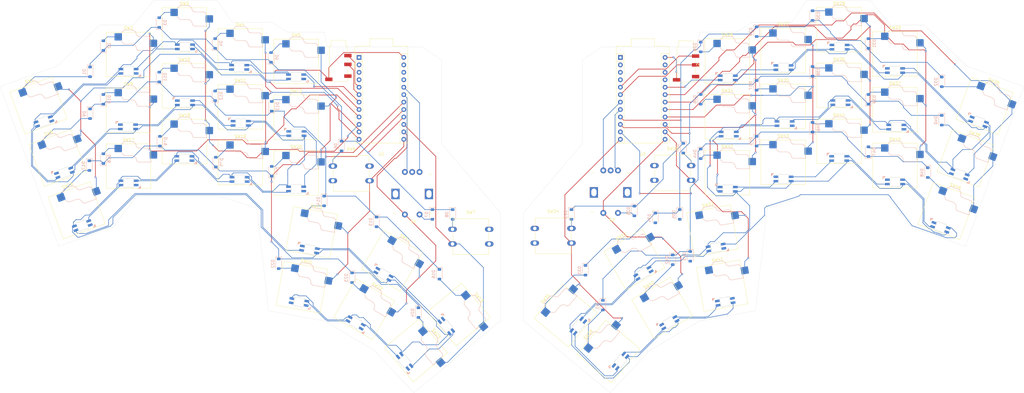
<source format=kicad_pcb>
(kicad_pcb (version 20240108) (generator "pcbnew") (generator_version "8.0")
  (layers (0 "F.Cu" signal) (31 "B.Cu" signal) (34 "B.Paste" user) (35 "F.Paste" user) (36 "B.SilkS" user "B.Silkscreen") (37 "F.SilkS" user "F.Silkscreen") (38 "B.Mask" user) (39 "F.Mask" user) (44 "Edge.Cuts" user))
  (net 0 "")
  (net 1 "RC7")
  (net 3 "GND_R")
  (net 4 "R_ENC_A")
  (net 5 "Net-(D25-A)")
  (net 6 "R_ENC_B")
  (net 7 "GND_L")
  (net 8 "L_ENC_B")
  (net 10 "Net-(D8-A)")
  (net 11 "L_ENC_A")
  (net 14 "VBUS_L")
  (net 20 "SDA_L")
  (net 21 "SCL_L")
  (net 22 "SCL_R")
  (net 23 "SDA_R")
  (net 29 "VBUS_R")
  (net 31 "Net-(D20-A)")
  (net 32 "RC3")
  (net 33 "Net-(D45-A)")
  (net 34 "RC2")
  (net 35 "Net-(D46-A)")
  (net 36 "RC1")
  (net 37 "Net-(D47-A)")
  (net 38 "RC0")
  (net 39 "Net-(D48-A)")
  (net 40 "Net-(D24-A)")
  (net 41 "Net-(D23-A)")
  (net 42 "Net-(D22-A)")
  (net 43 "LC4")
  (net 44 "Net-(D21-A)")
  (net 45 "RC5")
  (net 46 "Net-(D43-A)")
  (net 47 "Net-(D19-A)")
  (net 48 "LC2")
  (net 49 "LC1")
  (net 50 "Net-(D18-A)")
  (net 51 "Net-(D16-A)")
  (net 52 "Net-(D15-A)")
  (net 53 "Net-(D14-A)")
  (net 54 "Net-(D13-A)")
  (net 55 "Net-(D12-A)")
  (net 56 "Net-(D29-A)")
  (net 57 "Net-(D37-A)")
  (net 58 "RC4")
  (net 59 "Net-(D36-A)")
  (net 60 "Net-(D35-A)")
  (net 61 "RC6")
  (net 62 "Net-(D34-A)")
  (net 63 "Net-(D33-A)")
  (net 64 "Net-(D32-A)")
  (net 65 "Net-(D31-A)")
  (net 66 "Net-(D30-A)")
  (net 67 "Net-(D44-A)")
  (net 68 "Net-(D28-A)")
  (net 69 "Net-(D38-A)")
  (net 70 "Net-(D39-A)")
  (net 71 "Net-(D40-A)")
  (net 72 "Net-(D41-A)")
  (net 73 "Net-(D42-A)")
  (net 74 "Net-(D17-A)")
  (net 75 "LC0")
  (net 76 "Net-(D10-A)")
  (net 77 "Net-(D1-A)")
  (net 78 "Net-(D2-A)")
  (net 79 "Net-(D3-A)")
  (net 80 "Net-(D4-A)")
  (net 81 "Net-(D5-A)")
  (net 82 "Net-(D11-A)")
  (net 83 "Net-(D9-A)")
  (net 84 "Net-(D70-DOUT)")
  (net 85 "Net-(D71-DOUT)")
  (net 87 "Net-(D89-DOUT)")
  (net 88 "R_LED")
  (net 89 "Net-(D72-DOUT)")
  (net 90 "Net-(D73-DOUT)")
  (net 91 "Net-(D74-DOUT)")
  (net 92 "Net-(D75-DOUT)")
  (net 93 "Net-(D76-DOUT)")
  (net 94 "Net-(D77-DOUT)")
  (net 95 "Net-(D78-DOUT)")
  (net 96 "Net-(D79-DOUT)")
  (net 97 "Net-(D80-DOUT)")
  (net 98 "Net-(D81-DOUT)")
  (net 99 "Net-(D82-DOUT)")
  (net 100 "Net-(D83-DOUT)")
  (net 101 "Net-(D84-DOUT)")
  (net 102 "Net-(D85-DOUT)")
  (net 103 "Net-(D86-DOUT)")
  (net 104 "Net-(D87-DOUT)")
  (net 105 "Net-(D88-DOUT)")
  (net 106 "Net-(D58-DOUT)")
  (net 107 "Net-(D59-DOUT)")
  (net 108 "Net-(D64-DOUT)")
  (net 109 "Net-(D63-DOUT)")
  (net 110 "Net-(D65-DOUT)")
  (net 111 "Net-(D66-DOUT)")
  (net 112 "Net-(D67-DOUT)")
  (net 113 "Net-(D68-DOUT)")
  (net 114 "Net-(D62-DOUT)")
  (net 115 "Net-(D61-DOUT)")
  (net 116 "Net-(D60-DOUT)")
  (net 118 "Net-(D57-DOUT)")
  (net 119 "Net-(D56-DOUT)")
  (net 120 "Net-(D55-DOUT)")
  (net 121 "Net-(D54-DOUT)")
  (net 122 "Net-(D53-DOUT)")
  (net 123 "Net-(D52-DOUT)")
  (net 124 "Net-(D51-DOUT)")
  (net 125 "Net-(D50-DOUT)")
  (net 126 "Net-(D49-DOUT)")
  (net 127 "L_LED")
  (net 128 "RR2")
  (net 129 "LR0")
  (net 130 "LR2")
  (net 131 "RR0")
  (net 132 "Net-(D7-A)")
  (net 133 "Net-(D6-A)")
  (net 134 "Net-(D26-A)")
  (net 135 "RR1")
  (net 136 "Net-(D27-A)")
  (net 138 "LR1")
  (net 139 "LC3")
  (net 140 "LC6")
  (net 141 "LC5")
  (net 142 "LC7")
  (footprint "kicad-keyboard:MX_SK6812MINI-E" (layer "F.Cu") (at 79 50)
    (property "Reference" "D51" (hide yes))
    (property "Value" "WS2812B")
    (fp_line (start -1.699999 0.65) (end -1.699999 -0.755684) (stroke (width 0.1)) (layer "Edge.Cuts"))
    (fp_line (start -0.794452 -1.552841) (end 0.794453 -1.552841) (stroke (width 0.1)) (layer "Edge.Cuts"))
    (fp_line (start 0.794452 1.447158) (end -0.794452 1.447158) (stroke (width 0.1)) (layer "Edge.Cuts"))
    (fp_line (start 1.699999 -0.755684) (end 1.699999 0.65) (stroke (width 0.1)) (layer "Edge.Cuts"))
    (fp_arc (start -1.749484 -0.972562) (mid -1.712527 -0.86691) (end -1.699999 -0.755684) (stroke (width 0.1)) (layer "Edge.Cuts"))
    (fp_arc (start -1.749484 -0.972562) (mid -1.638071 -1.556877) (end -1.046711 -1.621141) (stroke (width 0.1)) (layer "Edge.Cuts"))
    (fp_arc (start -1.699999 0.650001) (mid -1.712527 0.761226) (end -1.749484 0.866878) (stroke (width 0.1)) (layer "Edge.Cuts"))
    (fp_arc (start -1.046711 1.515455) (mid -1.63807 1.451192) (end -1.749484 0.866878) (stroke (width 0.1)) (layer "Edge.Cuts"))
    (fp_arc (start -1.04671 1.515457) (mid -0.925122 1.464535) (end -0.794452 1.447158) (stroke (width 0.1)) (layer "Edge.Cuts"))
    (fp_arc (start -0.794453 -1.552842) (mid -0.925123 -1.570219) (end -1.046711 -1.621141) (stroke (width 0.1)) (layer "Edge.Cuts"))
    (fp_arc (start 0.794452 1.447158) (mid 0.925123 1.464535) (end 1.046711 1.515457) (stroke (width 0.1)) (layer "Edge.Cuts"))
    (fp_arc (start 1.046711 -1.62114) (mid 0.925123 -1.570218) (end 0.794453 -1.552841) (stroke (width 0.1)) (layer "Edge.Cuts"))
    (fp_arc (start 1.046711 -1.62114) (mid 1.638071 -1.556877) (end 1.749484 -0.972562) (stroke (width 0.1)) (layer "Edge.Cuts"))
    (fp_arc (start 1.699999 -0.755685) (mid 1.712527 -0.86691) (end 1.749484 -0.972562) (stroke (width 0.1)) (layer "Edge.Cuts"))
    (fp_arc (start 1.749484 0.866877) (mid 1.638072 1.451193) (end 1.046711 1.515457) (stroke (width 0.1)) (layer "Edge.Cuts"))
    (fp_arc (start 1.749484 0.866878) (mid 1.712527 0.761227) (end 1.699999 0.65) (stroke (width 0.1)) (layer "Edge.Cuts"))
  )
  (footprint "kicad-keyboard:MX_SK6812MINI-E" (layer "F.Cu") (at 97.63125 95.25)
    (property "Reference" "D60" (hide yes))
    (property "Value" "WS2812B")
    (fp_line (start -1.700001 0.649997) (end -1.7 -0.755684) (stroke (width 0.1)) (layer "Edge.Cuts"))
    (fp_line (start -0.794454 -1.552842) (end 0.79445 -1.552843) (stroke (width 0.1)) (layer "Edge.Cuts"))
    (fp_line (start 0.794454 1.447157) (end -0.794453 1.44716) (stroke (width 0.1)) (layer "Edge.Cuts"))
    (fp_line (start 1.699996 -0.755685) (end 1.699997 0.650001) (stroke (width 0.1)) (layer "Edge.Cuts"))
    (fp_arc (start -1.749483 -0.972563) (mid -1.712526 -0.86691) (end -1.7 -0.755684) (stroke (width 0.1)) (layer "Edge.Cuts"))
    (fp_arc (start -1.749483 -0.972563) (mid -1.63807 -1.556878) (end -1.04671 -1.62114) (stroke (width 0.1)) (layer "Edge.Cuts"))
    (fp_arc (start -1.699999 0.650002) (mid -1.712527 0.761227) (end -1.749484 0.866878) (stroke (width 0.1)) (layer "Edge.Cuts"))
    (fp_arc (start -1.046712 1.515458) (mid -1.638072 1.451192) (end -1.749484 0.866878) (stroke (width 0.1)) (layer "Edge.Cuts"))
    (fp_arc (start -1.04671 1.515458) (mid -0.925123 1.464537) (end -0.794453 1.44716) (stroke (width 0.1)) (layer "Edge.Cuts"))
    (fp_arc (start -0.794451 -1.552844) (mid -0.925121 -1.570221) (end -1.04671 -1.62114) (stroke (width 0.1)) (layer "Edge.Cuts"))
    (fp_arc (start 0.794454 1.447157) (mid 0.925124 1.464534) (end 1.046712 1.515455) (stroke (width 0.1)) (layer "Edge.Cuts"))
    (fp_arc (start 1.046712 -1.621141) (mid 0.925122 -1.570218) (end 0.79445 -1.552843) (stroke (width 0.1)) (layer "Edge.Cuts"))
    (fp_arc (start 1.046712 -1.621141) (mid 1.638072 -1.556875) (end 1.749482 -0.972562) (stroke (width 0.1)) (layer "Edge.Cuts"))
    (fp_arc (start 1.699996 -0.755686) (mid 1.712524 -0.866911) (end 1.749482 -0.972562) (stroke (width 0.1)) (layer "Edge.Cuts"))
    (fp_arc (start 1.749483 0.866874) (mid 1.638074 1.451196) (end 1.046712 1.515455) (stroke (width 0.1)) (layer "Edge.Cuts"))
    (fp_arc (start 1.749484 0.866877) (mid 1.712527 0.761227) (end 1.699997 0.650001) (stroke (width 0.1)) (layer "Edge.Cuts"))
  )
  (footprint "PCM_Switch_Keyboard_Hotswap_Kailh:SW_Hotswap_Kailh_Choc_V1V2_1.00u" (layer "F.Cu") (at 351.574278 70.163336 -20)
    (property "Reference" "SW30")
    (property "Value" "SW_Push")
  )
  (footprint "kicad-keyboard:MX_SK6812MINI-E" (layer "F.Cu") (at 78.819375 88.10625)
    (property "Reference" "D61" (hide yes))
    (property "Value" "WS2812B")
    (fp_line (start -1.700001 0.649997) (end -1.7 -0.755684) (stroke (width 0.1)) (layer "Edge.Cuts"))
    (fp_line (start -0.794454 -1.552842) (end 0.79445 -1.552843) (stroke (width 0.1)) (layer "Edge.Cuts"))
    (fp_line (start 0.794454 1.447157) (end -0.794453 1.44716) (stroke (width 0.1)) (layer "Edge.Cuts"))
    (fp_line (start 1.699996 -0.755685) (end 1.699997 0.650001) (stroke (width 0.1)) (layer "Edge.Cuts"))
    (fp_arc (start -1.749483 -0.972563) (mid -1.712526 -0.86691) (end -1.7 -0.755684) (stroke (width 0.1)) (layer "Edge.Cuts"))
    (fp_arc (start -1.749483 -0.972563) (mid -1.63807 -1.556878) (end -1.04671 -1.62114) (stroke (width 0.1)) (layer "Edge.Cuts"))
    (fp_arc (start -1.699998 0.650002) (mid -1.712526 0.761227) (end -1.749484 0.866878) (stroke (width 0.1)) (layer "Edge.Cuts"))
    (fp_arc (start -1.046712 1.515458) (mid -1.638072 1.451192) (end -1.749484 0.866878) (stroke (width 0.1)) (layer "Edge.Cuts"))
    (fp_arc (start -1.04671 1.515458) (mid -0.925123 1.464537) (end -0.794453 1.44716) (stroke (width 0.1)) (layer "Edge.Cuts"))
    (fp_arc (start -0.794452 -1.552844) (mid -0.925121 -1.570221) (end -1.04671 -1.62114) (stroke (width 0.1)) (layer "Edge.Cuts"))
    (fp_arc (start 0.794454 1.447157) (mid 0.925124 1.464534) (end 1.046712 1.515455) (stroke (width 0.1)) (layer "Edge.Cuts"))
    (fp_arc (start 1.046712 -1.621141) (mid 0.925122 -1.570218) (end 0.79445 -1.552843) (stroke (width 0.1)) (layer "Edge.Cuts"))
    (fp_arc (start 1.046712 -1.621141) (mid 1.638072 -1.556875) (end 1.749482 -0.972562) (stroke (width 0.1)) (layer "Edge.Cuts"))
    (fp_arc (start 1.699996 -0.755686) (mid 1.712524 -0.866911) (end 1.749482 -0.972562) (stroke (width 0.1)) (layer "Edge.Cuts"))
    (fp_arc (start 1.749484 0.866874) (mid 1.638074 1.451197) (end 1.046712 1.515455) (stroke (width 0.1)) (layer "Edge.Cuts"))
    (fp_arc (start 1.749484 0.866877) (mid 1.712527 0.761227) (end 1.699997 0.650001) (stroke (width 0.1)) (layer "Edge.Cuts"))
  )
  (footprint "PCM_Switch_Keyboard_Hotswap_Kailh:SW_Hotswap_Kailh_Choc_V1V2_1.00u" (layer "F.Cu") (at 282.915625 70.29375)
    (property "Reference" "SW35")
    (property "Value" "SW_Push")
  )
  (footprint "kicad-keyboard:MX_SK6812MINI-E" (layer "F.Cu") (at 321 58 180)
    (property "Reference" "D73" (hide yes))
    (property "Value" "WS2812B")
    (fp_line (start 1.699996 -0.755685) (end 1.699997 0.650001) (stroke (width 0.1)) (layer "Edge.Cuts"))
    (fp_line (start 0.794454 1.447157) (end -0.794453 1.44716) (stroke (width 0.1)) (layer "Edge.Cuts"))
    (fp_line (start -0.794454 -1.552842) (end 0.79445 -1.552843) (stroke (width 0.1)) (layer "Edge.Cuts"))
    (fp_line (start -1.700001 0.649997) (end -1.7 -0.755684) (stroke (width 0.1)) (layer "Edge.Cuts"))
    (fp_arc (start 1.749484 0.866877) (mid 1.712527 0.761227) (end 1.699997 0.650001) (stroke (width 0.1)) (layer "Edge.Cuts"))
    (fp_arc (start 1.749484 0.866874) (mid 1.638074 1.451197) (end 1.046712 1.515455) (stroke (width 0.1)) (layer "Edge.Cuts"))
    (fp_arc (start 1.699996 -0.755686) (mid 1.712524 -0.866911) (end 1.749482 -0.972562) (stroke (width 0.1)) (layer "Edge.Cuts"))
    (fp_arc (start 1.046712 -1.621141) (mid 1.638072 -1.556875) (end 1.749482 -0.972562) (stroke (width 0.1)) (layer "Edge.Cuts"))
    (fp_arc (start 1.046712 -1.621141) (mid 0.925122 -1.570218) (end 0.79445 -1.552843) (stroke (width 0.1)) (layer "Edge.Cuts"))
    (fp_arc (start 0.794454 1.447157) (mid 0.925124 1.464534) (end 1.046712 1.515455) (stroke (width 0.1)) (layer "Edge.Cuts"))
    (fp_arc (start -0.794452 -1.552844) (mid -0.925121 -1.570221) (end -1.04671 -1.62114) (stroke (width 0.1)) (layer "Edge.Cuts"))
    (fp_arc (start -1.04671 1.515458) (mid -0.925123 1.464537) (end -0.794453 1.44716) (stroke (width 0.1)) (layer "Edge.Cuts"))
    (fp_arc (start -1.046712 1.515458) (mid -1.638072 1.451192) (end -1.749484 0.866878) (stroke (width 0.1)) (layer "Edge.Cuts"))
    (fp_arc (start -1.699998 0.650002) (mid -1.712526 0.761227) (end -1.749484 0.866878) (stroke (width 0.1)) (layer "Edge.Cuts"))
    (fp_arc (start -1.749483 -0.972563) (mid -1.63807 -1.556878) (end -1.04671 -1.62114) (stroke (width 0.1)) (layer "Edge.Cuts"))
    (fp_arc (start -1.749483 -0.972563) (mid -1.712526 -0.86691) (end -1.7 -0.755684) (stroke (width 0.1)) (layer "Edge.Cuts"))
  )
  (footprint "kicad-keyboard:MX_SK6812MINI-E" (layer "F.Cu") (at 153.82875 157.321251 -50)
    (property "Reference" "D67" (hide yes))
    (property "Value" "WS2812B")
    (fp_line (start -1.7 0.650001) (end -1.7 -0.755686) (stroke (width 0.1)) (layer "Edge.Cuts"))
    (fp_line (start 0.794453 1.447157) (end -0.794452 1.447159) (stroke (width 0.1)) (layer "Edge.Cuts"))
    (fp_line (start -0.794453 -1.552841) (end 0.794451 -1.552842) (stroke (width 0.1)) (layer "Edge.Cuts"))
    (fp_line (start 1.699998 -0.755684) (end 1.699998 0.65) (stroke (width 0.1)) (layer "Edge.Cuts"))
    (fp_arc (start -1.046711 1.515458) (mid -0.925122 1.464536) (end -0.794452 1.447159) (stroke (width 0.1)) (layer "Edge.Cuts"))
    (fp_arc (start -1.046711 1.515457) (mid -1.638071 1.451193) (end -1.749484 0.866878) (stroke (width 0.1)) (layer "Edge.Cuts"))
    (fp_arc (start -1.7 0.650001) (mid -1.712527 0.761227) (end -1.749484 0.866878) (stroke (width 0.1)) (layer "Edge.Cuts"))
    (fp_arc (start 0.794453 1.447157) (mid 0.925123 1.464535) (end 1.04671 1.515456) (stroke (width 0.1)) (layer "Edge.Cuts"))
    (fp_arc (start -1.749484 -0.972563) (mid -1.712526 -0.866911) (end -1.7 -0.755686) (stroke (width 0.1)) (layer "Edge.Cuts"))
    (fp_arc (start -1.749484 -0.972563) (mid -1.63807 -1.556877) (end -1.04671 -1.621141) (stroke (width 0.1)) (layer "Edge.Cuts"))
    (fp_arc (start 1.749484 0.866878) (mid 1.712527 0.761227) (end 1.699998 0.65) (stroke (width 0.1)) (layer "Edge.Cuts"))
    (fp_arc (start 1.749483 0.866876) (mid 1.638071 1.451194) (end 1.04671 1.515456) (stroke (width 0.1)) (layer "Edge.Cuts"))
    (fp_arc (start -0.794454 -1.552842) (mid -0.925123 -1.570219) (end -1.04671 -1.621141) (stroke (width 0.1)) (layer "Edge.Cuts"))
    (fp_arc (start 1.699998 -0.755685) (mid 1.712526 -0.86691) (end 1.749483 -0.972561) (stroke (width 0.1)) (layer "Edge.Cuts"))
    (fp_arc (start 1.046712 -1.62114) (mid 0.925122 -1.570218) (end 0.794451 -1.552842) (stroke (width 0.1)) (layer "Edge.Cuts"))
    (fp_arc (start 1.046712 -1.62114) (mid 1.638071 -1.556876) (end 1.749483 -0.972561) (stroke (width 0.1)) (layer "Edge.Cuts"))
  )
  (footprint "PCM_Switch_Keyboard_Hotswap_Kailh:SW_Hotswap_Kailh_Choc_V1V2_1.00u" (layer "F.Cu") (at 78.819375 63.261876)
    (property "Reference" "SW10")
    (property "Value" "SW_Push")
  )
  (footprint "PCM_Switch_Keyboard_Hotswap_Kailh:SW_Hotswap_Kailh_Choc_V1V2_1.00u" (layer "F.Cu") (at 301.965625 63.15)
    (property "Reference" "SW36")
    (property "Value" "SW_Push")
  )
  (footprint "kicad-keyboard:MX_SK6812MINI-E" (layer "F.Cu") (at 59.599998 77.197158 180)
    (property "Reference" "D55" (hide yes))
    (property "Value" "WS2812B")
    (fp_line (start 1.7 -0.755684) (end 1.700001 0.649997) (stroke (width 0.1)) (layer "Edge.Cuts"))
    (fp_line (start 0.794453 1.44716) (end -0.794454 1.447157) (stroke (width 0.1)) (layer "Edge.Cuts"))
    (fp_line (start -0.794449 -1.552842) (end 0.794454 -1.552841) (stroke (width 0.1)) (layer "Edge.Cuts"))
    (fp_line (start -1.699997 0.650001) (end -1.699996 -0.755685) (stroke (width 0.1)) (layer "Edge.Cuts"))
    (fp_arc (start 1.749484 0.866878) (mid 1.712525 0.761226) (end 1.700001 0.649997) (stroke (width 0.1)) (layer "Edge.Cuts"))
    (fp_arc (start 1.749484 0.866877) (mid 1.638073 1.45119) (end 1.046713 1.515458) (stroke (width 0.1)) (layer "Edge.Cuts"))
    (fp_arc (start 1.699999 -0.755688) (mid 1.712528 -0.866912) (end 1.749483 -0.972563) (stroke (width 0.1)) (layer "Edge.Cuts"))
    (fp_arc (start 1.046711 -1.62114) (mid 1.638073 -1.556876) (end 1.749483 -0.972563) (stroke (width 0.1)) (layer "Edge.Cuts"))
    (fp_arc (start 1.046711 -1.62114) (mid 0.925124 -1.570218) (end 0.794454 -1.552841) (stroke (width 0.1)) (layer "Edge.Cuts"))
    (fp_arc (start 0.794453 1.44716) (mid 0.925124 1.464538) (end 1.046713 1.515458) (stroke (width 0.1)) (layer "Edge.Cuts"))
    (fp_arc (start -0.794451 -1.552843) (mid -0.925124 -1.570219) (end -1.046714 -1.621142) (stroke (width 0.1)) (layer "Edge.Cuts"))
    (fp_arc (start -1.04671 1.515459) (mid -0.925123 1.464537) (end -0.794454 1.447157) (stroke (width 0.1)) (layer "Edge.Cuts"))
    (fp_arc (start -1.046714 1.515455) (mid -1.63807 1.451189) (end -1.749484 0.866877) (stroke (width 0.1)) (layer "Edge.Cuts"))
    (fp_arc (start -1.700001 0.65) (mid -1.712528 0.761225) (end -1.749484 0.866877) (stroke (width 0.1)) (layer "Edge.Cuts"))
    (fp_arc (start -1.749482 -0.972562) (mid -1.63807 -1.556871) (end -1.046714 -1.621142) (stroke (width 0.1)) (layer "Edge.Cuts"))
    (fp_arc (start -1.749482 -0.972562) (mid -1.712525 -0.86691) (end -1.699996 -0.755685) (stroke (width 0.1)) (layer "Edge.Cuts"))
  )
  (footprint "PCM_Switch_Keyboard_Hotswap_Kailh:SW_Hotswap_Kailh_Choc_V1V2_1.00u" (layer "F.Cu") (at 263.865625 73.865625)
    (property "Reference" "SW34")
    (property "Value" "SW_Push")
  )
  (footprint "kicad-keyboard:MX_SK6812MINI-E" (layer "F.Cu") (at 302 88 180)
    (property "Reference" "D82" (hide yes))
    (property "Value" "WS2812B")
    (fp_line (start 1.699996 -0.755685) (end 1.699997 0.650001) (stroke (width 0.1)) (layer "Edge.Cuts"))
    (fp_line (start 0.794454 1.447157) (end -0.794453 1.44716) (stroke (width 0.1)) (layer "Edge.Cuts"))
    (fp_line (start -0.794454 -1.552842) (end 0.79445 -1.552843) (stroke (width 0.1)) (layer "Edge.Cuts"))
    (fp_line (start -1.700001 0.649997) (end -1.7 -0.755684) (stroke (width 0.1)) (layer "Edge.Cuts"))
    (fp_arc (start 1.749484 0.866877) (mid 1.712527 0.761227) (end 1.699997 0.650001) (stroke (width 0.1)) (layer "Edge.Cuts"))
    (fp_arc (start 1.749484 0.866874) (mid 1.638074 1.451197) (end 1.046712 1.515455) (stroke (width 0.1)) (layer "Edge.Cuts"))
    (fp_arc (start 1.699996 -0.755686) (mid 1.712524 -0.866911) (end 1.749482 -0.972562) (stroke (width 0.1)) (layer "Edge.Cuts"))
    (fp_arc (start 1.046712 -1.621141) (mid 1.638072 -1.556875) (end 1.749482 -0.972562) (stroke (width 0.1)) (layer "Edge.Cuts"))
    (fp_arc (start 1.046712 -1.621141) (mid 0.925122 -1.570218) (end 0.79445 -1.552843) (stroke (width 0.1)) (layer "Edge.Cuts"))
    (fp_arc (start 0.794454 1.447157) (mid 0.925124 1.464534) (end 1.046712 1.515455) (stroke (width 0.1)) (layer "Edge.Cuts"))
    (fp_arc (start -0.794452 -1.552844) (mid -0.925121 -1.570221) (end -1.04671 -1.62114) (stroke (width 0.1)) (layer "Edge.Cuts"))
    (fp_arc (start -1.04671 1.515458) (mid -0.925123 1.464537) (end -0.794453 1.44716) (stroke (width 0.1)) (layer "Edge.Cuts"))
    (fp_arc (start -1.046712 1.515458) (mid -1.638072 1.451192) (end -1.749484 0.866878) (stroke (width 0.1)) (layer "Edge.Cuts"))
    (fp_arc (start -1.699998 0.650002) (mid -1.712526 0.761227) (end -1.749484 0.866878) (stroke (width 0.1)) (layer "Edge.Cuts"))
    (fp_arc (start -1.749483 -0.972563) (mid -1.63807 -1.556878) (end -1.04671 -1.62114) (stroke (width 0.1)) (layer "Edge.Cuts"))
    (fp_arc (start -1.749483 -0.972563) (mid -1.712526 -0.86691) (end -1.7 -0.755684) (stroke (width 0.1)) (layer "Edge.Cuts"))
  )
  (footprint "PCM_Switch_Keyboard_Hotswap_Kailh:SW_Hotswap_Kailh_Choc_V1V2_1.00u" (layer "F.Cu") (at 258.772521 112.710285 10)
    (property "Reference" "SW33")
    (property "Value" "SW_Push")
  )
  (footprint "kicad-keyboard:MX_SK6812MINI-E" (layer "F.Cu") (at 260 118.5 10)
    (property "Reference" "D85" (hide yes))
    (property "Value" "WS2812B")
    (fp_line (start -1.699998 0.650001) (end -1.7 -0.755684) (stroke (width 0.1)) (layer "Edge.Cuts"))
    (fp_line (start -0.794454 -1.552842) (end 0.794449 -1.552842) (stroke (width 0.1)) (layer "Edge.Cuts"))
    (fp_line (start 0.794454 1.447157) (end -0.794453 1.44716) (stroke (width 0.1)) (layer "Edge.Cuts"))
    (fp_line (start 1.699996 -0.755685) (end 1.699997 0.650001) (stroke (width 0.1)) (layer "Edge.Cuts"))
    (fp_arc (start -1.749483 -0.972563) (mid -1.712527 -0.86691) (end -1.7 -0.755684) (stroke (width 0.1)) (layer "Edge.Cuts"))
    (fp_arc (start -1.749483 -0.972563) (mid -1.638069 -1.556877) (end -1.04671 -1.62114) (stroke (width 0.1)) (layer "Edge.Cuts"))
    (fp_arc (start -1.699999 0.650002) (mid -1.712527 0.761228) (end -1.749484 0.866878) (stroke (width 0.1)) (layer "Edge.Cuts"))
    (fp_arc (start -0.794452 -1.552844) (mid -0.925122 -1.570222) (end -1.04671 -1.62114) (stroke (width 0.1)) (layer "Edge.Cuts"))
    (fp_arc (start -1.046712 1.515458) (mid -1.638072 1.451192) (end -1.749484 0.866878) (stroke (width 0.1)) (layer "Edge.Cuts"))
    (fp_arc (start -1.04671 1.515458) (mid -0.925123 1.464536) (end -0.794453 1.44716) (stroke (width 0.1)) (layer "Edge.Cuts"))
    (fp_arc (start 1.046712 -1.621141) (mid 0.925121 -1.570219) (end 0.794449 -1.552842) (stroke (width 0.1)) (layer "Edge.Cuts"))
    (fp_arc (start 1.046712 -1.621141) (mid 1.638073 -1.556875) (end 1.749482 -0.972562) (stroke (width 0.1)) (layer "Edge.Cuts"))
    (fp_arc (start 0.794454 1.447157) (mid 0.925124 1.464535) (end 1.046712 1.515455) (stroke (width 0.1)) (layer "Edge.Cuts"))
    (fp_arc (start 1.699996 -0.755686) (mid 1.712525 -0.866912) (end 1.749482 -0.972562) (stroke (width 0.1)) (layer "Edge.Cuts"))
    (fp_arc (start 1.749483 0.866874) (mid 1.638074 1.451197) (end 1.046712 1.515455) (stroke (width 0.1)) (layer "Edge.Cuts"))
    (fp_arc (start 1.749484 0.866877) (mid 1.712526 0.761227) (end 1.699997 0.650001) (stroke (width 0.1)) (layer "Edge.Cuts"))
  )
  (footprint "kicad-keyboard:MX_SK6812MINI-E" (layer "F.Cu") (at 59.769375 96.440625)
    (property "Reference" "D62" (hide yes))
    (property "Value" "WS2812B" (hide yes))
    (fp_line (start -1.700001 0.649997) (end -1.7 -0.755684) (stroke (width 0.1)) (layer "Edge.Cuts"))
    (fp_line (start -0.794454 -1.552842) (end 0.79445 -1.552843) (stroke (width 0.1)) (layer "Edge.Cuts"))
    (fp_line (start 0.794454 1.447157) (end -0.794453 1.44716) (stroke (width 0.1)) (layer "Edge.Cuts"))
    (fp_line (start 1.699996 -0.755685) (end 1.699997 0.650001) (stroke (width 0.1)) (layer "Edge.Cuts"))
    (fp_arc (start -1.749483 -0.972563) (mid -1.712526 -0.86691) (end -1.7 -0.755684) (stroke (width 0.1)) (layer "Edge.Cuts"))
    (fp_arc (start -1.749483 -0.972563) (mid -1.63807 -1.556878) (end -1.04671 -1.62114) (stroke (width 0.1)) (layer "Edge.Cuts"))
    (fp_arc (start -1.699999 0.650002) (mid -1.712527 0.761227) (end -1.749484 0.866878) (stroke (width 0.1)) (layer "Edge.Cuts"))
    (fp_arc (start -1.046712 1.515458) (mid -1.638072 1.451192) (end -1.749484 0.866878) (stroke (width 0.1)) (layer "Edge.Cuts"))
    (fp_arc (start -1.04671 1.515458) (mid -0.925123 1.464537) (end -0.794453 1.44716) (stroke (width 0.1)) (layer "Edge.Cuts"))
    (fp_arc (start -0.794452 -1.552844) (mid -0.925121 -1.570221) (end -1.04671 -1.62114) (stroke (width 0.1)) (layer "Edge.Cuts"))
    (fp_arc (start 0.794454 1.447157) (mid 0.925124 1.464534) (end 1.046712 1.515455) (stroke (width 0.1)) (layer "Edge.Cuts"))
    (fp_arc (start 1.046712 -1.621141) (mid 0.925122 -1.570218) (end 0.79445 -1.552843) (stroke (width 0.1)) (layer "Edge.Cuts"))
    (fp_arc (start 1.046712 -1.621141) (mid 1.638072 -1.556875) (end 1.749482 -0.972562) (stroke (width 0.1)) (layer "Edge.Cuts"))
    (fp_arc (start 1.699996 -0.755686) (mid 1.712524 -0.866911) (end 1.749482 -0.972562) (stroke (width 0.1)) (layer "Edge.Cuts"))
    (fp_arc (start 1.749483 0.866874) (mid 1.638074 1.451196) (end 1.046712 1.515455) (stroke (width 0.1)) (layer "Edge.Cuts"))
    (fp_arc (start 1.749484 0.866877) (mid 1.712527 0.761227) (end 1.699997 0.650001) (stroke (width 0.1)) (layer "Edge.Cuts"))
  )
  (footprint "PCM_Switch_Keyboard_Hotswap_Kailh:SW_Hotswap_Kailh_Choc_V1V2_1.00u" (layer "F.Cu") (at 263.865625 54.815625)
    (property "Reference" "SW26")
    (property "Value" "SW_Push")
  )
  (footprint "kicad-keyboard:MX_SK6812MINI-E" (layer "F.Cu") (at 117.871875 137.080626 -10)
    (property "Reference" "D69" (hide yes))
    (property "Value" "WS2812B")
    (fp_line (start -1.700001 0.649997) (end -1.7 -0.755684) (stroke (width 0.1)) (layer "Edge.Cuts"))
    (fp_line (start -0.794454 -1.552842) (end 0.79445 -1.552843) (stroke (width 0.1)) (layer "Edge.Cuts"))
    (fp_line (start 0.794454 1.447157) (end -0.794453 1.44716) (stroke (width 0.1)) (layer "Edge.Cuts"))
    (fp_line (start 1.699996 -0.755685) (end 1.699997 0.650001) (stroke (width 0.1)) (layer "Edge.Cuts"))
    (fp_arc (start -1.699998 0.650002) (mid -1.712526 0.761227) (end -1.749484 0.866878) (stroke (width 0.1)) (layer "Edge.Cuts"))
    (fp_arc (start -1.749483 -0.972563) (mid -1.712527 -0.86691) (end -1.7 -0.755684) (stroke (width 0.1)) (layer "Edge.Cuts"))
    (fp_arc (start -1.749483 -0.972563) (mid -1.63807 -1.556878) (end -1.04671 -1.62114) (stroke (width 0.1)) (layer "Edge.Cuts"))
    (fp_arc (start -1.046712 1.515458) (mid -1.638072 1.451192) (end -1.749484 0.866878) (stroke (width 0.1)) (layer "Edge.Cuts"))
    (fp_arc (start -1.04671 1.515458) (mid -0.925123 1.464536) (end -0.794453 1.44716) (stroke (width 0.1)) (layer "Edge.Cuts"))
    (fp_arc (start -0.794452 -1.552844) (mid -0.925122 -1.570221) (end -1.04671 -1.62114) (stroke (width 0.1)) (layer "Edge.Cuts"))
    (fp_arc (start 0.794454 1.447157) (mid 0.925123 1.464535) (end 1.046712 1.515455) (stroke (width 0.1)) (layer "Edge.Cuts"))
    (fp_arc (start 1.046712 -1.621141) (mid 0.925122 -1.570219) (end 0.79445 -1.552843) (stroke (width 0.1)) (layer "Edge.Cuts"))
    (fp_arc (start 1.046712 -1.621141) (mid 1.638072 -1.556876) (end 1.749482 -0.972562) (stroke (width 0.1)) (layer "Edge.Cuts"))
    (fp_arc (start 1.749484 0.866874) (mid 1.638075 1.451197) (end 1.046712 1.515455) (stroke (width 0.1)) (layer "Edge.Cuts"))
    (fp_arc (start 1.749484 0.866877) (mid 1.712527 0.761227) (end 1.699997 0.650001) (stroke (width 0.1)) (layer "Edge.Cuts"))
    (fp_arc (start 1.699996 -0.755686) (mid 1.712525 -0.866911) (end 1.749482 -0.972562) (stroke (width 0.1)) (layer "Edge.Cuts"))
  )
  (footprint "kicad-keyboard:MX_SK6812MINI-E" (layer "F.Cu") (at 79 69 180)
    (property "Reference" "D56" (hide yes))
    (property "Value" "WS2812B")
    (fp_line (start 1.699996 -0.755685) (end 1.699997 0.650001) (stroke (width 0.1)) (layer "Edge.Cuts"))
    (fp_line (start 0.794454 1.447157) (end -0.794453 1.44716) (stroke (width 0.1)) (layer "Edge.Cuts"))
    (fp_line (start -0.794454 -1.552842) (end 0.79445 -1.552843) (stroke (width 0.1)) (layer "Edge.Cuts"))
    (fp_line (start -1.700001 0.649997) (end -1.7 -0.755684) (stroke (width 0.1)) (layer "Edge.Cuts"))
    (fp_arc (start 1.749484 0.866877) (mid 1.712527 0.761227) (end 1.699997 0.650001) (stroke (width 0.1)) (layer "Edge.Cuts"))
    (fp_arc (start 1.749484 0.866874) (mid 1.638074 1.451197) (end 1.046712 1.515455) (stroke (width 0.1)) (layer "Edge.Cuts"))
    (fp_arc (start 1.699996 -0.755686) (mid 1.712524 -0.866911) (end 1.749482 -0.972562) (stroke (width 0.1)) (layer "Edge.Cuts"))
    (fp_arc (start 1.046712 -1.621141) (mid 1.638072 -1.556875) (end 1.749482 -0.972562) (stroke (width 0.1)) (layer "Edge.Cuts"))
    (fp_arc (start 1.046712 -1.621141) (mid 0.925122 -1.570218) (end 0.79445 -1.552843) (stroke (width 0.1)) (layer "Edge.Cuts"))
    (fp_arc (start 0.794454 1.447157) (mid 0.925124 1.464534) (end 1.046712 1.515455) (stroke (width 0.1)) (layer "Edge.Cuts"))
    (fp_arc (start -0.794452 -1.552844) (mid -0.925121 -1.570221) (end -1.04671 -1.62114) (stroke (width 0.1)) (layer "Edge.Cuts"))
    (fp_arc (start -1.04671 1.515458) (mid -0.925123 1.464537) (end -0.794453 1.44716) (stroke (width 0.1)) (layer "Edge.Cuts"))
    (fp_arc (start -1.046712 1.515458) (mid -1.638072 1.451192) (end -1.749484 0.866878) (stroke (width 0.1)) (layer "Edge.Cuts"))
    (fp_arc (start -1.699998 0.650002) (mid -1.712526 0.761227) (end -1.749484 0.866878) (stroke (width 0.1)) (layer "Edge.Cuts"))
    (fp_arc (start -1.749483 -0.972563) (mid -1.63807 -1.556878) (end -1.04671 -1.62114) (stroke (width 0.1)) (layer "Edge.Cuts"))
    (fp_arc (start -1.749483 -0.972563) (mid -1.712526 -0.86691) (end -1.7 -0.755684) (stroke (width 0.1)) (layer "Edge.Cuts"))
  )
  (footprint "PCM_Switch_Keyboard_Hotswap_Kailh:SW_Hotswap_Kailh_Choc_V1V2_1.00u" (layer "F.Cu") (at 263.865625 92.915625)
    (property "Reference" "SW42")
    (property "Value" "SW_Push")
  )
  (footprint "kicad-keyboard:MX_SK6812MINI-E" (layer "F.Cu") (at 264 98.5 180)
    (property "Reference" "D80" (hide yes))
    (property "Value" "WS2812B")
    (fp_line (start 1.699996 -0.755685) (end 1.699997 0.650001) (stroke (width 0.1)) (layer "Edge.Cuts"))
    (fp_line (start 0.794454 1.447157) (end -0.794453 1.44716) (stroke (width 0.1)) (layer "Edge.Cuts"))
    (fp_line (start -0.794454 -1.552842) (end 0.79445 -1.552843) (stroke (width 0.1)) (layer "Edge.Cuts"))
    (fp_line (start -1.700001 0.649997) (end -1.7 -0.755684) (stroke (width 0.1)) (layer "Edge.Cuts"))
    (fp_arc (start 1.749484 0.866877) (mid 1.712527 0.761227) (end 1.699997 0.650001) (stroke (width 0.1)) (layer "Edge.Cuts"))
    (fp_arc (start 1.749484 0.866874) (mid 1.638074 1.451197) (end 1.046712 1.515455) (stroke (width 0.1)) (layer "Edge.Cuts"))
    (fp_arc (start 1.699996 -0.755686) (mid 1.712524 -0.866911) (end 1.749482 -0.972562) (stroke (width 0.1)) (layer "Edge.Cuts"))
    (fp_arc (start 1.046712 -1.621141) (mid 1.638072 -1.556875) (end 1.749482 -0.972562) (stroke (width 0.1)) (layer "Edge.Cuts"))
    (fp_arc (start 1.046712 -1.621141) (mid 0.925122 -1.570218) (end 0.79445 -1.552843) (stroke (width 0.1)) (layer "Edge.Cuts"))
    (fp_arc (start 0.794454 1.447157) (mid 0.925124 1.464534) (end 1.046712 1.515455) (stroke (width 0.1)) (layer "Edge.Cuts"))
    (fp_arc (start -0.794452 -1.552844) (mid -0.925121 -1.570221) (end -1.04671 -1.62114) (stroke (width 0.1)) (layer "Edge.Cuts"))
    (fp_arc (start -1.04671 1.515458) (mid -0.925123 1.464537) (end -0.794453 1.44716) (stroke (width 0.1)) (layer "Edge.Cuts"))
    (fp_arc (start -1.046712 1.515458) (mid -1.638072 1.451192) (end -1.749484 0.866878) (stroke (width 0.1)) (layer "Edge.Cuts"))
    (fp_arc (start -1.699998 0.650002) (mid -1.712526 0.761227) (end -1.749484 0.866878) (stroke (width 0.1)) (layer "Edge.Cuts"))
    (fp_arc (start -1.749483 -0.972563) (mid -1.63807 -1.556878) (end -1.04671 -1.62114) (stroke (width 0.1)) (layer "Edge.Cuts"))
    (fp_arc (start -1.749483 -0.972563) (mid -1.712526 -0.86691) (end -1.7 -0.755684) (stroke (width 0.1)) (layer "Edge.Cuts"))
  )
  (footprint "digikey-footprints:Rotary_Encoder_Switched_PEC11R" (layer "F.Cu") (at 229.790625 99.639377 180)
    (property "Reference" "S2")
    (property "Value" "PEC11R-4215F-S0024")
  )
  (footprint "kicad-keyboard:MX_SK6812MINI-E" (layer "F.Cu") (at 235.315548 127.279646 30)
    (property "Reference" "D86" (hide yes))
    (property "Value" "WS2812B")
    (fp_line (start -0.794453 -1.552841) (end 0.794449 -1.552842) (stroke (width 0.1)) (layer "Edge.Cuts"))
    (fp_line (start -1.7 0.649997) (end -1.699998 -0.755688) (stroke (width 0.1)) (layer "Edge.Cuts"))
    (fp_line (start 1.699996 -0.755686) (end 1.699996 0.650002) (stroke (width 0.1)) (layer "Edge.Cuts"))
    (fp_line (start 0.794453 1.447158) (end -0.794455 1.447162) (stroke (width 0.1)) (layer "Edge.Cuts"))
    (fp_arc (start -1.749483 -0.972563) (mid -1.712527 -0.866913) (end -1.699998 -0.755688) (stroke (width 0.1)) (layer "Edge.Cuts"))
    (fp_arc (start -1.749483 -0.972563) (mid -1.638069 -1.556877) (end -1.04671 -1.621139) (stroke (width 0.1)) (layer "Edge.Cuts"))
    (fp_arc (start -0.794452 -1.552845) (mid -0.925121 -1.570221) (end -1.04671 -1.621139) (stroke (width 0.1)) (layer "Edge.Cuts"))
    (fp_arc (start -1.699999 0.650002) (mid -1.712527 0.761228) (end -1.749485 0.866878) (stroke (width 0.1)) (layer "Edge.Cuts"))
    (fp_arc (start -1.046712 1.515459) (mid -1.638072 1.451193) (end -1.749485 0.866878) (stroke (width 0.1)) (layer "Edge.Cuts"))
    (fp_arc (start -1.046708 1.515457) (mid -0.925122 1.464537) (end -0.794455 1.447162) (stroke (width 0.1)) (layer "Edge.Cuts"))
    (fp_arc (start 1.046713 -1.621141) (mid 0.925122 -1.570218) (end 0.794449 -1.552842) (stroke (width 0.1)) (layer "Edge.Cuts"))
    (fp_arc (start 1.046713 -1.621141) (mid 1.638072 -1.556874) (end 1.749482 -0.972562) (stroke (width 0.1)) (layer "Edge.Cuts"))
    (fp_arc (start 1.699998 -0.755687) (mid 1.712526 -0.866911) (end 1.749482 -0.972562) (stroke (width 0.1)) (layer "Edge.Cuts"))
    (fp_arc (start 0.794453 1.447158) (mid 0.925124 1.464534) (end 1.046713 1.515455) (stroke (width 0.1)) (layer "Edge.Cuts"))
    (fp_arc (start 1.749483 0.866875) (mid 1.638074 1.451196) (end 1.046713 1.515455) (stroke (width 0.1)) (layer "Edge.Cuts"))
    (fp_arc (start 1.749483 0.866875) (mid 1.712526 0.761226) (end 1.699996 0.650002) (stroke (width 0.1)) (layer "Edge.Cuts"))
  )
  (footprint "PCM_Switch_Keyboard_Hotswap_Kailh:SW_Hotswap_Kailh_Choc_V1V2_1.00u" (layer "F.Cu") (at 59.769375 90.646251)
    (property "Reference" "SW17")
    (property "Value" "SW_Push")
  )
  (footprint "kicad-keyboard:MX_SK6812MINI-E" (layer "F.Cu") (at 44.053125 111 20)
    (property "Reference" "D63" (hide yes))
    (property "Value" "WS2812B")
    (fp_line (start -1.699998 0.65) (end -1.699997 -0.755686) (stroke (width 0.1)) (layer "Edge.Cuts"))
    (fp_line (start -0.79445 -1.552843) (end 0.794453 -1.552841) (stroke (width 0.1)) (layer "Edge.Cuts"))
    (fp_line (start 0.79445 1.447158) (end -0.794453 1.447157) (stroke (width 0.1)) (layer "Edge.Cuts"))
    (fp_line (start 1.7 -0.755684) (end 1.700001 0.649998) (stroke (width 0.1)) (layer "Edge.Cuts"))
    (fp_arc (start -1.749483 -0.972562) (mid -1.712526 -0.866911) (end -1.699997 -0.755686) (stroke (width 0.1)) (layer "Edge.Cuts"))
    (fp_arc (start -1.749483 -0.972562) (mid -1.638071 -1.556876) (end -1.046711 -1.621141) (stroke (width 0.1)) (layer "Edge.Cuts"))
    (fp_arc (start -1.700001 0.65) (mid -1.712528 0.761225) (end -1.749484 0.866877) (stroke (width 0.1)) (layer "Edge.Cuts"))
    (fp_arc (start -0.794451 -1.552843) (mid -0.925122 -1.57022) (end -1.046711 -1.621141) (stroke (width 0.1)) (layer "Edge.Cuts"))
    (fp_arc (start -1.046711 1.515455) (mid -1.63807 1.451191) (end -1.749484 0.866877) (stroke (width 0.1)) (layer "Edge.Cuts"))
    (fp_arc (start -1.04671 1.515459) (mid -0.925123 1.464537) (end -0.794453 1.447157) (stroke (width 0.1)) (layer "Edge.Cuts"))
    (fp_arc (start 1.046711 -1.62114) (mid 0.925123 -1.570218) (end 0.794453 -1.552841) (stroke (width 0.1)) (layer "Edge.Cuts"))
    (fp_arc (start 1.046711 -1.62114) (mid 1.638073 -1.556876) (end 1.749483 -0.972563) (stroke (width 0.1)) (layer "Edge.Cuts"))
    (fp_arc (start 0.79445 1.447158) (mid 0.925123 1.464536) (end 1.046713 1.515458) (stroke (width 0.1)) (layer "Edge.Cuts"))
    (fp_arc (start 1.699999 -0.755687) (mid 1.712527 -0.866911) (end 1.749483 -0.972563) (stroke (width 0.1)) (layer "Edge.Cuts"))
    (fp_arc (start 1.749483 0.866879) (mid 1.712524 0.761226) (end 1.700001 0.649998) (stroke (width 0.1)) (layer "Edge.Cuts"))
    (fp_arc (start 1.749484 0.866877) (mid 1.638073 1.451191) (end 1.046713 1.515458) (stroke (width 0.1)) (layer "Edge.Cuts"))
  )
  (footprint "arduino-avr:Sparkfun_Pro_Micro" (layer "F.Cu") (at 242.649377 81.518126 180)
    (property "Reference" "U2")
    (property "Value" "RightControler")
  )
  (footprint "PCM_Switch_Keyboard_Hotswap_Kailh:SW_Hotswap_Kailh_Choc_V1V2_1.00u" (layer "F.Cu") (at 97.869375 51.355626)
    (property "Reference" "SW4")
    (property "Value" "SW_Push")
  )
  (footprint "PCM_Switch_Keyboard_Hotswap_Kailh:SW_Hotswap_Kailh_Choc_V1V2_1.00u" (layer "F.Cu") (at 42.109028 105.757208 20)
    (property "Reference" "SW16")
    (property "Value" "SW_Push")
  )
  (footprint "PCM_Switch_Keyboard_Hotswap_Kailh:SW_Hotswap_Kailh_Choc_V1V2_1.00u" (layer "F.Cu") (at 59.769375 71.596251)
    (property "Reference" "SW9")
    (property "Value" "SW_Push")
  )
  (footprint "PCM_Switch_Keyboard_Hotswap_Kailh:SW_Hotswap_Kailh_Choc_V1V2_1.00u" (layer "F.Cu") (at 78.819375 44.211876)
    (property "Reference" "SW3")
    (property "Value" "SW_Push")
  )
  (footprint "PCM_Switch_Keyboard_Hotswap_Kailh:SW_Hotswap_Kailh_Choc_V1V2_1.00u" (layer "F.Cu") (at 301.965625 82.2)
    (property "Reference" "SW44")
    (property "Value" "SW_Push")
  )
  (footprint "kicad-keyboard:MX_SK6812MINI-E" (layer "F.Cu") (at 97.5 57)
    (property "Reference" "D50" (hide yes))
    (property "Value" "WS2812B")
    (fp_line (start -1.699999 0.65) (end -1.699999 -0.755684) (stroke (width 0.1)) (layer "Edge.Cuts"))
    (fp_line (start -0.794452 -1.552841) (end 0.794453 -1.552841) (stroke (width 0.1)) (layer "Edge.Cuts"))
    (fp_line (start 0.794452 1.447158) (end -0.794452 1.447158) (stroke (width 0.1)) (layer "Edge.Cuts"))
    (fp_line (start 1.699999 -0.755684) (end 1.699999 0.65) (stroke (width 0.1)) (layer "Edge.Cuts"))
    (fp_arc (start -1.749484 -0.972562) (mid -1.712527 -0.86691) (end -1.699999 -0.755684) (stroke (width 0.1)) (layer "Edge.Cuts"))
    (fp_arc (start -1.749484 -0.972562) (mid -1.638071 -1.556877) (end -1.046711 -1.621141) (stroke (width 0.1)) (layer "Edge.Cuts"))
    (fp_arc (start -1.699999 0.650001) (mid -1.712527 0.761226) (end -1.749484 0.866878) (stroke (width 0.1)) (layer "Edge.Cuts"))
    (fp_arc (start -1.046711 1.515455) (mid -1.63807 1.451192) (end -1.749484 0.866878) (stroke (width 0.1)) (layer "Edge.Cuts"))
    (fp_arc (start -1.04671 1.515457) (mid -0.925122 1.464535) (end -0.794452 1.447158) (stroke (width 0.1)) (layer "Edge.Cuts"))
    (fp_arc (start -0.794453 -1.552842) (mid -0.925123 -1.570219) (end -1.046711 -1.621141) (stroke (width 0.1)) (layer "Edge.Cuts"))
    (fp_arc (start 0.794452 1.447158) (mid 0.925123 1.464535) (end 1.046711 1.515457) (stroke (width 0.1)) (layer "Edge.Cuts"))
    (fp_arc (start 1.046711 -1.62114) (mid 0.925123 -1.570218) (end 0.794453 -1.552841) (stroke (width 0.1)) (layer "Edge.Cuts"))
    (fp_arc (start 1.046711 -1.62114) (mid 1.638071 -1.556877) (end 1.749484 -0.972562) (stroke (width 0.1)) (layer "Edge.Cuts"))
    (fp_arc (start 1.699999 -0.755685) (mid 1.712527 -0.86691) (end 1.749484 -0.972562) (stroke (width 0.1)) (layer "Edge.Cuts"))
    (fp_arc (start 1.749484 0.866877) (mid 1.638072 1.451193) (end 1.046711 1.515457) (stroke (width 0.1)) (layer "Edge.Cuts"))
    (fp_arc (start 1.749484 0.866878) (mid 1.712527 0.761227) (end 1.699999 0.65) (stroke (width 0.1)) (layer "Edge.Cuts"))
  )
  (footprint "kicad-keyboard:MX_SK6812MINI-E" (layer "F.Cu") (at 264.31875 79.771875)
    (property "Reference" "D79" (hide yes))
    (property "Value" "WS2812B")
    (fp_line (start -1.700001 0.649997) (end -1.7 -0.755684) (stroke (width 0.1)) (layer "Edge.Cuts"))
    (fp_line (start -0.794454 -1.552842) (end 0.79445 -1.552843) (stroke (width 0.1)) (layer "Edge.Cuts"))
    (fp_line (start 0.794454 1.447157) (end -0.794453 1.44716) (stroke (width 0.1)) (layer "Edge.Cuts"))
    (fp_line (start 1.699996 -0.755685) (end 1.699997 0.650001) (stroke (width 0.1)) (layer "Edge.Cuts"))
    (fp_arc (start -1.749483 -0.972563) (mid -1.712526 -0.86691) (end -1.7 -0.755684) (stroke (width 0.1)) (layer "Edge.Cuts"))
    (fp_arc (start -1.749483 -0.972563) (mid -1.63807 -1.556878) (end -1.04671 -1.62114) (stroke (width 0.1)) (layer "Edge.Cuts"))
    (fp_arc (start -1.699998 0.650002) (mid -1.712526 0.761227) (end -1.749484 0.866878) (stroke (width 0.1)) (layer "Edge.Cuts"))
    (fp_arc (start -1.046712 1.515458) (mid -1.638072 1.451192) (end -1.749484 0.866878) (stroke (width 0.1)) (layer "Edge.Cuts"))
    (fp_arc (start -1.04671 1.515458) (mid -0.925123 1.464537) (end -0.794453 1.44716) (stroke (width 0.1)) (layer "Edge.Cuts"))
    (fp_arc (start -0.794452 -1.552844) (mid -0.925121 -1.570221) (end -1.04671 -1.62114) (stroke (width 0.1)) (layer "Edge.Cuts"))
    (fp_arc (start 0.794454 1.447157) (mid 0.925124 1.464534) (end 1.046712 1.515455) (stroke (width 0.1)) (layer "Edge.Cuts"))
    (fp_arc (start 1.046712 -1.621141) (mid 0.925122 -1.570218) (end 0.79445 -1.552843) (stroke (width 0.1)) (layer "Edge.Cuts"))
    (fp_arc (start 1.046712 -1.621141) (mid 1.638072 -1.556875) (end 1.749482 -0.972562) (stroke (width 0.1)) (layer "Edge.Cuts"))
    (fp_arc (start 1.699996 -0.755686) (mid 1.712524 -0.866911) (end 1.749482 -0.972562) (stroke (width 0.1)) (layer "Edge.Cuts"))
    (fp_arc (start 1.749484 0.866874) (mid 1.638074 1.451197) (end 1.046712 1.515455) (stroke (width 0.1)) (layer "Edge.Cuts"))
    (fp_arc (start 1.749484 0.866877) (mid 1.712527 0.761227) (end 1.699997 0.650001) (stroke (width 0.1)) (layer "Edge.Cuts"))
  )
  (footprint "kicad-keyboard:MX_SK6812MINI-E" (layer "F.Cu") (at 137.16 144.224376 -30)
    (property "Reference" "D68" (hide yes))
    (property "Value" "WS2812B")
    (fp_line (start -1.700001 0.649999) (end -1.7 -0.755684) (stroke (width 0.1)) (layer "Edge.Cuts"))
    (fp_line (start 0.794452 1.447157) (end -0.794453 1.447158) (stroke (width 0.1)) (layer "Edge.Cuts"))
    (fp_line (start -0.794453 -1.552842) (end 0.79445 -1.552842) (stroke (width 0.1)) (layer "Edge.Cuts"))
    (fp_line (start 1.699996 -0.755686) (end 1.699996 0.650002) (stroke (width 0.1)) (layer "Edge.Cuts"))
    (fp_arc (start -1.699998 0.650002) (mid -1.712526 0.761226) (end -1.749484 0.866877) (stroke (width 0.1)) (layer "Edge.Cuts"))
    (fp_arc (start -1.046711 1.515457) (mid -1.638072 1.451192) (end -1.749484 0.866877) (stroke (width 0.1)) (layer "Edge.Cuts"))
    (fp_arc (start -1.046711 1.515458) (mid -0.925123 1.464536) (end -0.794453 1.447158) (stroke (width 0.1)) (layer "Edge.Cuts"))
    (fp_arc (start -1.749485 -0.972563) (mid -1.712528 -0.866911) (end -1.7 -0.755684) (stroke (width 0.1)) (layer "Edge.Cuts"))
    (fp_arc (start -1.749485 -0.972563) (mid -1.63807 -1.556878) (end -1.04671 -1.621142) (stroke (width 0.1)) (layer "Edge.Cuts"))
    (fp_arc (start 0.794452 1.447157) (mid 0.925122 1.464533) (end 1.04671 1.515455) (stroke (width 0.1)) (layer "Edge.Cuts"))
    (fp_arc (start -0.794454 -1.55284) (mid -0.925124 -1.570217) (end -1.04671 -1.621142) (stroke (width 0.1)) (layer "Edge.Cuts"))
    (fp_arc (start 1.749483 0.866878) (mid 1.63807 1.451194) (end 1.04671 1.515455) (stroke (width 0.1)) (layer "Edge.Cuts"))
    (fp_arc (start 1.749484 0.866877) (mid 1.712527 0.761228) (end 1.699996 0.650002) (stroke (width 0.1)) (layer "Edge.Cuts"))
    (fp_arc (start 1.046711 -1.621141) (mid 0.925123 -1.570219) (end 0.79445 -1.552842) (stroke (width 0.1)) (layer "Edge.Cuts"))
    (fp_arc (start 1.046711 -1.621141) (mid 1.638072 -1.556876) (end 1.749482 -0.972562) (stroke (width 0.1)) (layer "Edge.Cuts"))
    (fp_arc (start 1.699998 -0.755686) (mid 1.712527 -0.86691) (end 1.749482 -0.972562) (stroke (width 0.1)) (layer "Edge.Cuts"))
  )
  (footprint "kicad-keyboard:MX_SK6812MINI-E" (layer "F.Cu") (at 321.46875 77.390625)
    (property "Reference" "D76" (hide yes))
    (property "Value" "WS2812B")
    (fp_line (start -1.700001 0.649997) (end -1.7 -0.755684) (stroke (width 0.1)) (layer "Edge.Cuts"))
    (fp_line (start -0.794454 -1.552842) (end 0.79445 -1.552843) (stroke (width 0.1)) (layer "Edge.Cuts"))
    (fp_line (start 0.794454 1.447157) (end -0.794453 1.44716) (stroke (width 0.1)) (layer "Edge.Cuts"))
    (fp_line (start 1.699996 -0.755685) (end 1.699997 0.650001) (stroke (width 0.1)) (layer "Edge.Cuts"))
    (fp_arc (start -1.749483 -0.972563) (mid -1.712526 -0.86691) (end -1.7 -0.755684) (stroke (width 0.1)) (layer "Edge.Cuts"))
    (fp_arc (start -1.749483 -0.972563) (mid -1.63807 -1.556878) (end -1.04671 -1.62114) (stroke (width 0.1)) (layer "Edge.Cuts"))
    (fp_arc (start -1.699998 0.650002) (mid -1.712526 0.761227) (end -1.749484 0.866878) (stroke (width 0.1)) (layer "Edge.Cuts"))
    (fp_arc (start -1.046712 1.515458) (mid -1.638072 1.451192) (end -1.749484 0.866878) (stroke (width 0.1)) (layer "Edge.Cuts"))
    (fp_arc (start -1.04671 1.515458) (mid -0.925123 1.464537) (end -0.794453 1.44716) (stroke (width 0.1)) (layer "Edge.Cuts"))
    (fp_arc (start -0.794452 -1.552844) (mid -0.925121 -1.570221) (end -1.04671 -1.62114) (stroke (width 0.1)) (layer "Edge.Cuts"))
    (fp_arc (start 0.794454 1.447157) (mid 0.925124 1.464534) (end 1.046712 1.515455) (stroke (width 0.1)) (layer "Edge.Cuts"))
    (fp_arc (start 1.046712 -1.621141) (mid 0.925122 -1.570218) (end 0.79445 -1.552843) (stroke (width 0.1)) (layer "Edge.Cuts"))
    (fp_arc (start 1.046712 -1.621141) (mid 1.638072 -1.556875) (end 1.749482 -0.972562) (stroke (width 0.1)) (layer "Edge.Cuts"))
    (fp_arc (start 1.699996 -0.755686) (mid 1.712524 -0.866911) (end 1.749482 -0.972562) (stroke (width 0.1)) (layer "Edge.Cuts"))
    (fp_arc (start 1.749484 0.866874) (mid 1.638074 1.451197) (end 1.046712 1.515455) (stroke (width 0.1)) (layer "Edge.Cuts"))
    (fp_arc (start 1.749484 0.866877) (mid 1.712527 0.761227) (end 1.699997 0.650001) (stroke (width 0.1)) (layer "Edge.Cuts"))
  )
  (footprint "kicad-keyboard:MX_SK6812MINI-E" (layer "F.Cu") (at 283.36875 76.2)
    (property "Reference" "D78" (hide yes))
    (property "Value" "WS2812B")
    (fp_line (start -1.700001 0.649997) (end -1.7 -0.755684) (stroke (width 0.1)) (layer "Edge.Cuts"))
    (fp_line (start -0.794454 -1.552842) (end 0.79445 -1.552843) (stroke (width 0.1)) (layer "Edge.Cuts"))
    (fp_line (start 0.794454 1.447157) (end -0.794453 1.44716) (stroke (width 0.1)) (layer "Edge.Cuts"))
    (fp_line (start 1.699996 -0.755685) (end 1.699997 0.650001) (stroke (width 0.1)) (layer "Edge.Cuts"))
    (fp_arc (start -1.749483 -0.972563) (mid -1.712526 -0.86691) (end -1.7 -0.755684) (stroke (width 0.1)) (layer "Edge.Cuts"))
    (fp_arc (start -1.749483 -0.972563) (mid -1.63807 -1.556878) (end -1.04671 -1.62114) (stroke (width 0.1)) (layer "Edge.Cuts"))
    (fp_arc (start -1.699998 0.650002) (mid -1.712526 0.761227) (end -1.749484 0.866878) (stroke (width 0.1)) (layer "Edge.Cuts"))
    (fp_arc (start -1.046712 1.515458) (mid -1.638072 1.451192) (end -1.749484 0.866878) (stroke (width 0.1)) (layer "Edge.Cuts"))
    (fp_arc (start -1.04671 1.515458) (mid -0.925123 1.464537) (end -0.794453 1.44716) (stroke (width 0.1)) (layer "Edge.Cuts"))
    (fp_arc (start -0.794452 -1.552844) (mid -0.925121 -1.570221) (end -1.04671 -1.62114) (stroke (width 0.1)) (layer "Edge.Cuts"))
    (fp_arc (start 0.794454 1.447157) (mid 0.925124 1.464534) (end 1.046712 1.515455) (stroke (width 0.1)) (layer "Edge.Cuts"))
    (fp_arc (start 1.046712 -1.621141) (mid 0.925122 -1.570218) (end 0.79445 -1.552843) (stroke (width 0.1)) (layer "Edge.Cuts"))
    (fp_arc (start 1.046712 -1.621141) (mid 1.638072 -1.556875) (end 1.749482 -0.972562) (stroke (width 0.1)) (layer "Edge.Cuts"))
    (fp_arc (start 1.699996 -0.755686) (mid 1.712524 -0.866911) (end 1.749482 -0.972562) (stroke (width 0.1)) (layer "Edge.Cuts"))
    (fp_arc (start 1.749484 0.866874) (mid 1.638074 1.451197) (end 1.046712 1.515455) (stroke (width 0.1)) (layer "Edge.Cuts"))
    (fp_arc (start 1.749484 0.866877) (mid 1.712527 0.761227) (end 1.699997 0.650001) (stroke (width 0.1)) (layer "Edge.Cuts"))
  )
  (footprint "kicad-keyboard:MX_SK6812MINI-E" (layer "F.Cu") (at 37.900607 92.86875 -160)
    (property "Reference" "D54" (hide yes))
    (property "Value" "WS2812B")
    (fp_line (start 1.7 -0.755684) (end 1.699998 0.649998) (stroke (width 0.1)) (layer "Edge.Cuts"))
    (fp_line (start 0.794448 1.44716) (end -0.794456 1.447157) (stroke (width 0.1)) (layer "Edge.Cuts"))
    (fp_line (start -0.794454 -1.552841) (end 0.794449 -1.552839) (stroke (width 0.1)) (layer "Edge.Cuts"))
    (fp_line (start -1.700001 0.649996) (end -1.699999 -0.755688) (stroke (width 0.1)) (layer "Edge.Cuts"))
    (fp_arc (start 1.749483 0.866879) (mid 1.712525 0.761227) (end 1.699998 0.649998) (stroke (width 0.1)) (layer "Edge.Cuts"))
    (fp_arc (start 1.749483 0.866875) (mid 1.638074 1.451196) (end 1.046711 1.515454) (stroke (width 0.1)) (layer "Edge.Cuts"))
    (fp_arc (start 1.699998 -0.755687) (mid 1.712526 -0.866911) (end 1.749482 -0.972561) (stroke (width 0.1)) (layer "Edge.Cuts"))
    (fp_arc (start 0.794448 1.44716) (mid 0.925119 1.464538) (end 1.046711 1.515454) (stroke (width 0.1)) (layer "Edge.Cuts"))
    (fp_arc (start 1.046716 -1.621143) (mid 1.638076 -1.556876) (end 1.749482 -0.972561) (stroke (width 0.1)) (layer "Edge.Cuts"))
    (fp_arc (start 1.046716 -1.621143) (mid 0.925124 -1.570219) (end 0.794449 -1.552839) (stroke (width 0.1)) (layer "Edge.Cuts"))
    (fp_arc (start -1.046705 1.515456) (mid -0.925122 1.464536) (end -0.794456 1.447157) (stroke (width 0.1)) (layer "Edge.Cuts"))
    (fp_arc (start -1.046713 1.515459) (mid -1.638074 1.451192) (end -1.749484 0.866877) (stroke (width 0.1)) (layer "Edge.Cuts"))
    (fp_arc (start -0.794452 -1.552845) (mid -0.925122 -1.57022) (end -1.046711 -1.621139) (stroke (width 0.1)) (layer "Edge.Cuts"))
    (fp_arc (start -1.7 0.650002) (mid -1.712528 0.761227) (end -1.749484 0.866877) (stroke (width 0.1)) (layer "Edge.Cuts"))
    (fp_arc (start -1.749483 -0.972562) (mid -1.638069 -1.556876) (end -1.046711 -1.621139) (stroke (width 0.1)) (layer "Edge.Cuts"))
    (fp_arc (start -1.749483 -0.972562) (mid -1.712526 -0.866913) (end -1.699999 -0.755688) (stroke (width 0.1)) (layer "Edge.Cuts"))
  )
  (footprint "PCM_Switch_Keyboard_Hotswap_Kailh:SW_Hotswap_Kailh_Choc_V1V2_1.00u" (layer "F.Cu") (at 172.358672 141.307268 -50)
    (property "Reference" "SW15")
    (property "Value" "SW_Push")
  )
  (footprint "kicad-keyboard:MX_SK6812MINI-E" (layer "F.Cu") (at 336.5 111.5 160)
    (property "Reference" "D84" (hide yes))
    (property "Value" "WS2812B")
    (fp_line (start 1.699997 -0.755686) (end 1.699998 0.65) (stroke (width 0.1)) (layer "Edge.Cuts"))
    (fp_line (start 0.794453 1.447157) (end -0.79445 1.447158) (stroke (width 0.1)) (layer "Edge.Cuts"))
    (fp_line (start -0.794454 -1.55284) (end 0.79445 -1.552842) (stroke (width 0.1)) (layer "Edge.Cuts"))
    (fp_line (start -1.700001 0.649998) (end -1.7 -0.755684) (stroke (width 0.1)) (layer "Edge.Cuts"))
    (fp_arc (start 1.699998 -0.755686) (mid 1.712526 -0.866911) (end 1.749483 -0.972562) (stroke (width 0.1)) (layer "Edge.Cuts"))
    (fp_arc (start 1.046711 -1.621141) (mid 1.638072 -1.556876) (end 1.749483 -0.972562) (stroke (width 0.1)) (layer "Edge.Cuts"))
    (fp_arc (start 1.046711 -1.621141) (mid 0.925122 -1.570218) (end 0.79445 -1.552842) (stroke (width 0.1)) (layer "Edge.Cuts"))
    (fp_arc (start 1.749484 0.866877) (mid 1.712527 0.761227) (end 1.699998 0.65) (stroke (width 0.1)) (layer "Edge.Cuts"))
    (fp_arc (start 1.749484 0.866876) (mid 1.638073 1.451198) (end 1.046709 1.515457) (stroke (width 0.1)) (layer "Edge.Cuts"))
    (fp_arc (start 0.794453 1.447157) (mid 0.925123 1.464535) (end 1.046709 1.515457) (stroke (width 0.1)) (layer "Edge.Cuts"))
    (fp_arc (start -0.794454 -1.552844) (mid -0.925123 -1.570221) (end -1.04671 -1.621141) (stroke (width 0.1)) (layer "Edge.Cuts"))
    (fp_arc (start -1.749483 -0.972563) (mid -1.638069 -1.556878) (end -1.04671 -1.621141) (stroke (width 0.1)) (layer "Edge.Cuts"))
    (fp_arc (start -1.749483 -0.972563) (mid -1.712526 -0.866911) (end -1.7 -0.755684) (stroke (width 0.1)) (layer "Edge.Cuts"))
    (fp_arc (start -1.04671 1.515457) (mid -0.925121 1.464535) (end -0.79445 1.447158) (stroke (width 0.1)) (layer "Edge.Cuts"))
    (fp_arc (start -1.046712 1.515458) (mid -1.638073 1.451193) (end -1.749483 0.866879) (stroke (width 0.1)) (layer "Edge.Cuts"))
    (fp_arc (start -1.699998 0.650001) (mid -1.712526 0.761227) (end -1.749483 0.866879) (stroke (width 0.1)) (layer "Edge.Cuts"))
  )
  (footprint "kicad-keyboard:MX_SK6812MINI-E" (layer "F.Cu") (at 227.409375 157.1625 -130)
    (property "Reference" "D88" (hide yes))
    (property "Value" "WS2812B")
    (fp_line (start 0.794452 1.447159) (end -0.794453 1.447157) (stroke (width 0.1)) (layer "Edge.Cuts"))
    (fp_line (start 1.7 -0.755686) (end 1.7 0.650001) (stroke (width 0.1)) (layer "Edge.Cuts"))
    (fp_line (start -1.699998 0.65) (end -1.699998 -0.755684) (stroke (width 0.1)) (layer "Edge.Cuts"))
    (fp_line (start -0.794453 -1.55284) (end 0.794454 -1.552841) (stroke (width 0.1)) (layer "Edge.Cuts"))
    (fp_arc (start 1.749484 0.866878) (mid 1.712527 0.761227) (end 1.7 0.650001) (stroke (width 0.1)) (layer "Edge.Cuts"))
    (fp_arc (start 1.749483 0.866877) (mid 1.638072 1.451191) (end 1.046712 1.515458) (stroke (width 0.1)) (layer "Edge.Cuts"))
    (fp_arc (start 0.794452 1.447159) (mid 0.925123 1.464536) (end 1.046712 1.515458) (stroke (width 0.1)) (layer "Edge.Cuts"))
    (fp_arc (start 1.699999 -0.755687) (mid 1.712528 -0.866912) (end 1.749484 -0.972563) (stroke (width 0.1)) (layer "Edge.Cuts"))
    (fp_arc (start -1.046709 1.515456) (mid -0.925122 1.464535) (end -0.794453 1.447157) (stroke (width 0.1)) (layer "Edge.Cuts"))
    (fp_arc (start -1.046712 1.515454) (mid -1.63807 1.451191) (end -1.749484 0.866878) (stroke (width 0.1)) (layer "Edge.Cuts"))
    (fp_arc (start 1.046711 -1.621141) (mid 1.638071 -1.556878) (end 1.749484 -0.972563) (stroke (width 0.1)) (layer "Edge.Cuts"))
    (fp_arc (start 1.046711 -1.621141) (mid 0.925124 -1.570219) (end 0.794454 -1.552841) (stroke (width 0.1)) (layer "Edge.Cuts"))
    (fp_arc (start -1.7 0.650001) (mid -1.712527 0.761227) (end -1.749484 0.866878) (stroke (width 0.1)) (layer "Edge.Cuts"))
    (fp_arc (start -0.794452 -1.552842) (mid -0.925123 -1.570219) (end -1.046711 -1.621141) (stroke (width 0.1)) (layer "Edge.Cuts"))
    (fp_arc (start -1.749483 -0.972561) (mid -1.712526 -0.86691) (end -1.699998 -0.755684) (stroke (width 0.1)) (layer "Edge.Cuts"))
    (fp_arc (start -1.749483 -0.972561) (mid -1.638071 -1.556876) (end -1.046711 -1.621141) (stroke (width 0.1)) (layer "Edge.Cuts"))
  )
  (footprint "Button_Switch_THT:SW_SPST_Omron_B3F-40xx" (layer "F.Cu") (at 170.200625 112.221251)
    (property "Reference" "SW7")
    (property "Value" "SW_Push")
  )
  (footprint "PCM_Switch_Keyboard_Hotswap_Kailh:SW_Hotswap_Kailh_Choc_V1V2_1.00u" (layer "F.Cu") (at 282.915625 51.24375)
    (property "Reference" "SW27")
    (property "Value" "SW_Push")
  )
  (footprint "PCM_Switch_Keyboard_Hotswap_Kailh:SW_Hotswap_Kailh_Choc_V1V2_1.00u" (layer "F.Cu") (at 301.965625 44.1)
    (property "Reference" "SW28")
    (property "Value" "SW_Push")
  )
  (footprint "kicad-keyboard:MX_SK6812MINI-E" (layer "F.Cu") (at 213.121875 145.25625 50)
    (property "Reference" "D87" (hide yes))
    (property "Value" "WS2812B")
    (fp_line (start -0.794453 -1.55284) (end 0.794449 -1.552841) (stroke (width 0.1)) (layer "Edge.Cuts"))
    (fp_line (start -1.700001 0.649997) (end -1.7 -0.755685) (stroke (width 0.1)) (layer "Edge.Cuts"))
    (fp_line (start 1.699997 -0.755688) (end 1.700001 0.649999) (stroke (width 0.1)) (layer "Edge.Cuts"))
    (fp_line (start 0.794456 1.447157) (end -0.794449 1.447157) (stroke (width 0.1)) (layer "Edge.Cuts"))
    (fp_arc (start -1.749482 -0.972563) (mid -1.638068 -1.556876) (end -1.046711 -1.62114) (stroke (width 0.1)) (layer "Edge.Cuts"))
    (fp_arc (start -1.749482 -0.972563) (mid -1.712525 -0.866911) (end -1.7 -0.755685) (stroke (width 0.1)) (layer "Edge.Cuts"))
    (fp_arc (start -0.794455 -1.552844) (mid -0.925123 -1.570222) (end -1.046711 -1.62114) (stroke (width 0.1)) (layer "Edge.Cuts"))
    (fp_arc (start -1.699997 0.650004) (mid -1.712526 0.761228) (end -1.749484 0.866878) (stroke (width 0.1)) (layer "Edge.Cuts"))
    (fp_arc (start 1.046715 -1.621142) (mid 0.925124 -1.570219) (end 0.794449 -1.552841) (stroke (width 0.1)) (layer "Edge.Cuts"))
    (fp_arc (start 1.046715 -1.621142) (mid 1.638071 -1.556874) (end 1.749483 -0.972563) (stroke (width 0.1)) (layer "Edge.Cuts"))
    (fp_arc (start -1.046714 1.515458) (mid -1.638073 1.451191) (end -1.749484 0.866878) (stroke (width 0.1)) (layer "Edge.Cuts"))
    (fp_arc (start -1.046709 1.515458) (mid -0.92512 1.464536) (end -0.794449 1.447157) (stroke (width 0.1)) (layer "Edge.Cuts"))
    (fp_arc (start 1.699998 -0.755687) (mid 1.712527 -0.866912) (end 1.749483 -0.972563) (stroke (width 0.1)) (layer "Edge.Cuts"))
    (fp_arc (start 0.794456 1.447157) (mid 0.925125 1.464534) (end 1.046713 1.515455) (stroke (width 0.1)) (layer "Edge.Cuts"))
    (fp_arc (start 1.749484 0.866875) (mid 1.712526 0.761225) (end 1.700001 0.649999) (stroke (width 0.1)) (layer "Edge.Cuts"))
    (fp_arc (start 1.749483 0.866877) (mid 1.638071 1.451192) (end 1.046713 1.515455) (stroke (width 0.1)) (layer "Edge.Cuts"))
  )
  (footprint "PCM_Switch_Keyboard_Hotswap_Kailh:SW_Hotswap_Kailh_Choc_V1V2_1.00u" (layer "F.Cu") (at 321.015625 52.370627)
    (property "Reference" "SW29")
    (property "Value" "SW_Push")
  )
  (footprint "PCM_Switch_Keyboard_Hotswap_Kailh:SW_Hotswap_Kailh_Choc_V1V2_1.00u" (layer "F.Cu") (at 97.869375 89.455626)
    (property "Reference" "SW19")
    (property "Value" "SW_Push")
  )
  (footprint "kicad-keyboard:MX_SK6812MINI-E" (layer "F.Cu") (at 117 79.5 180)
    (property "Reference" "D58" (hide yes))
    (property "Value" "WS2812B")
    (fp_line (start 1.699996 -0.755685) (end 1.699997 0.650001) (stroke (width 0.1)) (layer "Edge.Cuts"))
    (fp_line (start 0.794454 1.447157) (end -0.794453 1.44716) (stroke (width 0.1)) (layer "Edge.Cuts"))
    (fp_line (start -0.794454 -1.552842) (end 0.79445 -1.552843) (stroke (width 0.1)) (layer "Edge.Cuts"))
    (fp_line (start -1.700001 0.649997) (end -1.7 -0.755684) (stroke (width 0.1)) (layer "Edge.Cuts"))
    (fp_arc (start 1.749484 0.866877) (mid 1.712527 0.761227) (end 1.699997 0.650001) (stroke (width 0.1)) (layer "Edge.Cuts"))
    (fp_arc (start 1.749484 0.866874) (mid 1.638074 1.451197) (end 1.046712 1.515455) (stroke (width 0.1)) (layer "Edge.Cuts"))
    (fp_arc (start 1.699996 -0.755686) (mid 1.712524 -0.866911) (end 1.749482 -0.972562) (stroke (width 0.1)) (layer "Edge.Cuts"))
    (fp_arc (start 1.046712 -1.621141) (mid 1.638072 -1.556875) (end 1.749482 -0.972562) (stroke (width 0.1)) (layer "Edge.Cuts"))
    (fp_arc (start 1.046712 -1.621141) (mid 0.925122 -1.570218) (end 0.79445 -1.552843) (stroke (width 0.1)) (layer "Edge.Cuts"))
    (fp_arc (start 0.794454 1.447157) (mid 0.925124 1.464534) (end 1.046712 1.515455) (stroke (width 0.1)) (layer "Edge.Cuts"))
    (fp_arc (start -0.794452 -1.552844) (mid -0.925121 -1.570221) (end -1.04671 -1.62114) (stroke (width 0.1)) (layer "Edge.Cuts"))
    (fp_arc (start -1.04671 1.515458) (mid -0.925123 1.464537) (end -0.794453 1.44716) (stroke (width 0.1)) (layer "Edge.Cuts"))
    (fp_arc (start -1.046712 1.515458) (mid -1.638072 1.451192) (end -1.749484 0.866878) (stroke (width 0.1)) (layer "Edge.Cuts"))
    (fp_arc (start -1.699998 0.650002) (mid -1.712526 0.761227) (end -1.749484 0.866878) (stroke (width 0.1)) (layer "Edge.Cuts"))
    (fp_arc (start -1.749483 -0.972563) (mid -1.63807 -1.556878) (end -1.04671 -1.62114) (stroke (width 0.1)) (layer "Edge.Cuts"))
    (fp_arc (start -1.749483 -0.972563) (mid -1.712526 -0.86691) (end -1.7 -0.755684) (stroke (width 0.1)) (layer "Edge.Cuts"))
  )
  (footprint "kicad-keyboard:MX_SK6812MINI-E" (layer "F.Cu") (at 342.9 93.5 -20)
    (property "Reference" "D75" (hide yes))
    (property "Value" "WS2812B")
    (fp_line (start -1.700001 0.649998) (end -1.7 -0.755684) (stroke (width 0.1)) (layer "Edge.Cuts"))
    (fp_line (start -0.794454 -1.55284) (end 0.79445 -1.552842) (stroke (width 0.1)) (layer "Edge.Cuts"))
    (fp_line (start 0.794453 1.447157) (end -0.79445 1.447158) (stroke (width 0.1)) (layer "Edge.Cuts"))
    (fp_line (start 1.699997 -0.755686) (end 1.699998 0.65) (stroke (width 0.1)) (layer "Edge.Cuts"))
    (fp_arc (start -1.699998 0.650001) (mid -1.712526 0.761227) (end -1.749483 0.866879) (stroke (width 0.1)) (layer "Edge.Cuts"))
    (fp_arc (start -1.046712 1.515458) (mid -1.638073 1.451193) (end -1.749483 0.866879) (stroke (width 0.1)) (layer "Edge.Cuts"))
    (fp_arc (start -1.04671 1.515457) (mid -0.925121 1.464535) (end -0.79445 1.447158) (stroke (width 0.1)) (layer "Edge.Cuts"))
    (fp_arc (start -1.749483 -0.972563) (mid -1.712526 -0.866911) (end -1.7 -0.755684) (stroke (width 0.1)) (layer "Edge.Cuts"))
    (fp_arc (start -1.749483 -0.972563) (mid -1.638069 -1.556878) (end -1.04671 -1.621141) (stroke (width 0.1)) (layer "Edge.Cuts"))
    (fp_arc (start -0.794454 -1.552844) (mid -0.925123 -1.570221) (end -1.04671 -1.621141) (stroke (width 0.1)) (layer "Edge.Cuts"))
    (fp_arc (start 0.794453 1.447157) (mid 0.925123 1.464535) (end 1.046709 1.515457) (stroke (width 0.1)) (layer "Edge.Cuts"))
    (fp_arc (start 1.749484 0.866876) (mid 1.638073 1.451198) (end 1.046709 1.515457) (stroke (width 0.1)) (layer "Edge.Cuts"))
    (fp_arc (start 1.749484 0.866877) (mid 1.712527 0.761227) (end 1.699998 0.65) (stroke (width 0.1)) (layer "Edge.Cuts"))
    (fp_arc (start 1.046711 -1.621141) (mid 0.925122 -1.570218) (end 0.79445 -1.552842) (stroke (width 0.1)) (layer "Edge.Cuts"))
    (fp_arc (start 1.046711 -1.621141) (mid 1.638072 -1.556876) (end 1.749483 -0.972562) (stroke (width 0.1)) (layer "Edge.Cuts"))
    (fp_arc (start 1.699998 -0.755686) (mid 1.712526 -0.866911) (end 1.749483 -0.972562) (stroke (width 0.1)) (layer "Edge.Cuts"))
  )
  (footprint "kicad-keyboard:MX_SK6812MINI-E" (layer "F.Cu") (at 321 96 180)
    (property "Reference" "D83" (hide yes))
    (property "Value" "WS2812B")
    (fp_line (start 1.699996 -0.755685) (end 1.699997 0.650001) (stroke (width 0.1)) (layer "Edge.Cuts"))
    (fp_line (start 0.794454 1.447157) (end -0.794453 1.44716) (stroke (width 0.1)) (layer "Edge.Cuts"))
    (fp_line (start -0.794454 -1.552842) (end 0.79445 -1.552843) (stroke (width 0.1)) (layer "Edge.Cuts"))
    (fp_line (start -1.700001 0.649997) (end -1.7 -0.755684) (stroke (width 0.1)) (layer "Edge.Cuts"))
    (fp_arc (start 1.749484 0.866877) (mid 1.712527 0.761227) (end 1.699997 0.650001) (stroke (width 0.1)) (layer "Edge.Cuts"))
    (fp_arc (start 1.749484 0.866874) (mid 1.638074 1.451197) (end 1.046712 1.515455) (stroke (width 0.1)) (layer "Edge.Cuts"))
    (fp_arc (start 1.699996 -0.755686) (mid 1.712524 -0.866911) (end 1.749482 -0.972562) (stroke (width 0.1)) (layer "Edge.Cuts"))
    (fp_arc (start 1.046712 -1.621141) (mid 1.638072 -1.556875) (end 1.749482 -0.972562) (stroke (width 0.1)) (layer "Edge.Cuts"))
    (fp_arc (start 1.046712 -1.621141) (mid 0.925122 -1.570218) (end 0.79445 -1.552843) (stroke (width 0.1)) (layer "Edge.Cuts"))
    (fp_arc (start 0.794454 1.447157) (mid 0.925124 1.464534) (end 1.046712 1.515455) (stroke (width 0.1)) (layer "Edge.Cuts"))
    (fp_arc (start -0.794452 -1.552844) (mid -0.925121 -1.570221) (end -1.04671 -1.62114) (stroke (width 0.1)) (layer "Edge.Cuts"))
    (fp_arc (start -1.04671 1.515458) (mid -0.925123 1.464537) (end -0.794453 1.44716) (stroke (width 0.1)) (layer "Edge.Cuts"))
    (fp_arc (start -1.046712 1.515458) (mid -1.638072 1.451192) (end -1.749484 0.866878) (stroke (width 0.1)) (layer "Edge.Cuts"))
    (fp_arc (start -1.699998 0.650002) (mid -1.712526 0.761227) (end -1.749484 0.866878) (stroke (width 0.1)) (layer "Edge.Cuts"))
    (fp_arc (start -1.749483 -0.972563) (mid -1.63807 -1.556878) (end -1.04671 -1.62114) (stroke (width 0.1)) (layer "Edge.Cuts"))
    (fp_arc (start -1.749483 -0.972563) (mid -1.712526 -0.86691) (end -1.7 -0.755684) (stroke (width 0.1)) (layer "Edge.Cuts"))
  )
  (footprint "kicad-keyboard:MX_SK6812MINI-E" (layer "F.Cu") (at 349.5 75.5 160)
    (property "Reference" "D74" (hide yes))
    (property "Value" "WS2812B")
    (fp_line (start 1.699997 -0.755686) (end 1.700001 0.649999) (stroke (width 0.1)) (layer "Edge.Cuts"))
    (fp_line (start 0.794453 1.447157) (end -0.79445 1.447158) (stroke (width 0.1)) (layer "Edge.Cuts"))
    (fp_line (start -0.794454 -1.552842) (end 0.794449 -1.552841) (stroke (width 0.1)) (layer "Edge.Cuts"))
    (fp_line (start -1.700001 0.649997) (end -1.7 -0.755684) (stroke (width 0.1)) (layer "Edge.Cuts"))
    (fp_arc (start 1.699998 -0.755686) (mid 1.712526 -0.866911) (end 1.749483 -0.972562) (stroke (width 0.1)) (layer "Edge.Cuts"))
    (fp_arc (start 1.046711 -1.621141) (mid 1.638072 -1.556876) (end 1.749483 -0.972562) (stroke (width 0.1)) (layer "Edge.Cuts"))
    (fp_arc (start 1.046711 -1.621141) (mid 0.925121 -1.570218) (end 0.794449 -1.552841) (stroke (width 0.1)) (layer "Edge.Cuts"))
    (fp_arc (start 1.749484 0.866877) (mid 1.712527 0.761226) (end 1.700001 0.649999) (stroke (width 0.1)) (layer "Edge.Cuts"))
    (fp_arc (start 1.749483 0.866874) (mid 1.638074 1.451196) (end 1.046711 1.515458) (stroke (width 0.1)) (layer "Edge.Cuts"))
    (fp_arc (start 0.794453 1.447157) (mid 0.925123 1.464535) (end 1.046711 1.515458) (stroke (width 0.1)) (layer "Edge.Cuts"))
    (fp_arc (start -0.794452 -1.552844) (mid -0.925122 -1.570222) (end -1.04671 -1.621141) (stroke (width 0.1)) (layer "Edge.Cuts"))
    (fp_arc (start -1.749483 -0.972563) (mid -1.638069 -1.556878) (end -1.04671 -1.621141) (stroke (width 0.1)) (layer "Edge.Cuts"))
    (fp_arc (start -1.749483 -0.972563) (mid -1.712526 -0.866911) (end -1.7 -0.755684) (stroke (width 0.1)) (layer "Edge.Cuts"))
    (fp_arc (start -1.04671 1.515457) (mid -0.925121 1.464535) (end -0.79445 1.447158) (stroke (width 0.1)) (layer "Edge.Cuts"))
    (fp_arc (start -1.046712 1.515458) (mid -1.638073 1.451193) (end -1.749483 0.866879) (stroke (width 0.1)) (layer "Edge.Cuts"))
    (fp_arc (start -1.699998 0.650001) (mid -1.712526 0.761227) (end -1.749483 0.866879) (stroke (width 0.1)) (layer "Edge.Cuts"))
  )
  (footprint "Button_Switch_THT:SW_SPST_Omron_B3F-40xx" (layer "F.Cu") (at 239.01875 90.4875)
    (property "Reference" "SW25")
    (property "Value" "SW_Push")
  )
  (footprint "kicad-keyboard:MX_SK6812MINI-E" (layer "F.Cu") (at 98 76 180)
    (property "Reference" "D57" (hide yes))
    (property "Value" "WS2812B")
    (fp_line (start 1.699996 -0.755685) (end 1.699997 0.650001) (stroke (width 0.1)) (layer "Edge.Cuts"))
    (fp_line (start 0.794454 1.447157) (end -0.794453 1.44716) (stroke (width 0.1)) (layer "Edge.Cuts"))
    (fp_line (start -0.794454 -1.552842) (end 0.794449 -1.552842) (stroke (width 0.1)) (layer "Edge.Cuts"))
    (fp_line (start -1.699998 0.650001) (end -1.7 -0.755684) (stroke (width 0.1)) (layer "Edge.Cuts"))
    (fp_arc (start 1.749484 0.866877) (mid 1.712527 0.761227) (end 1.699997 0.650001) (stroke (width 0.1)) (layer "Edge.Cuts"))
    (fp_arc (start 1.749484 0.866874) (mid 1.638074 1.451197) (end 1.046712 1.515455) (stroke (width 0.1)) (layer "Edge.Cuts"))
    (fp_arc (start 1.699996 -0.755686) (mid 1.712524 -0.866911) (end 1.749482 -0.972562) (stroke (width 0.1)) (layer "Edge.Cuts"))
    (fp_arc (start 1.046712 -1.621141) (mid 1.638072 -1.556875) (end 1.749482 -0.972562) (stroke (width 0.1)) (layer "Edge.Cuts"))
    (fp_arc (start 1.046712 -1.621141) (mid 0.925122 -1.570218) (end 0.794449 -1.552842) (stroke (width 0.1)) (layer "Edge.Cuts"))
    (fp_arc (start 0.794454 1.447157) (mid 0.925124 1.464534) (end 1.046712 1.515455) (stroke (width 0.1)) (layer "Edge.Cuts"))
    (fp_arc (start -0.794452 -1.552844) (mid -0.925121 -1.570221) (end -1.04671 -1.62114) (stroke (width 0.1)) (layer "Edge.Cuts"))
    (fp_arc (start -1.04671 1.515458) (mid -0.925123 1.464536) (end -0.794453 1.44716) (stroke (width 0.1)) (layer "Edge.Cuts"))
    (fp_arc (start -1.046712 1.515458) (mid -1.638072 1.451192) (end -1.749484 0.866878) (stroke (width 0.1)) (layer "Edge.Cuts"))
    (fp_arc (start -1.699998 0.650002) (mid -1.712526 0.761227) (end -1.749484 0.866878) (stroke (width 0.1)) (layer "Edge.Cuts"))
    (fp_arc (start -1.749483 -0.972563) (mid -1.63807 -1.556878) (end -1.04671 -1.62114) (stroke (width 0.1)) (layer "Edge.Cuts"))
    (fp_arc (start -1.749483 -0.972563) (mid -1.712526 -0.86691) (end -1.7 -0.755684) (stroke (width 0.1)) (layer "Edge.Cuts"))
  )
  (footprint "kicad-keyboard:MX_SK6812MINI-E" (layer "F.Cu") (at 263.128125 136.921875 -170)
    (property "Reference" "D90" (hide yes))
    (property "Value" "WS2812B")
    (fp_line (start 1.7 -0.755684) (end 1.700001 0.649997) (stroke (width 0.1)) (layer "Edge.Cuts"))
    (fp_line (start 0.794453 1.44716) (end -0.794454 1.447157) (stroke (width 0.1)) (layer "Edge.Cuts"))
    (fp_line (start -0.794449 -1.552842) (end 0.794454 -1.552841) (stroke (width 0.1)) (layer "Edge.Cuts"))
    (fp_line (start -1.699997 0.650001) (end -1.699996 -0.755685) (stroke (width 0.1)) (layer "Edge.Cuts"))
    (fp_arc (start 1.749484 0.866878) (mid 1.712525 0.761226) (end 1.700001 0.649997) (stroke (width 0.1)) (layer "Edge.Cuts"))
    (fp_arc (start 1.749484 0.866877) (mid 1.638073 1.45119) (end 1.046713 1.515458) (stroke (width 0.1)) (layer "Edge.Cuts"))
    (fp_arc (start 1.699999 -0.755688) (mid 1.712528 -0.866912) (end 1.749483 -0.972563) (stroke (width 0.1)) (layer "Edge.Cuts"))
    (fp_arc (start 0.794453 1.44716) (mid 0.925123 1.464538) (end 1.046713 1.515458) (stroke (width 0.1)) (layer "Edge.Cuts"))
    (fp_arc (start 1.046711 -1.62114) (mid 1.638073 -1.556876) (end 1.749483 -0.972563) (stroke (width 0.1)) (layer "Edge.Cuts"))
    (fp_arc (start 1.046711 -1.62114) (mid 0.925124 -1.570218) (end 0.794454 -1.552841) (stroke (width 0.1)) (layer "Edge.Cuts"))
    (fp_arc (start -1.04671 1.515459) (mid -0.925123 1.464537) (end -0.794454 1.447157) (stroke (width 0.1)) (layer "Edge.Cuts"))
    (fp_arc (start -1.046714 1.515455) (mid -1.63807 1.45119) (end -1.749484 0.866877) (stroke (width 0.1)) (layer "Edge.Cuts"))
    (fp_arc (start -0.794451 -1.552843) (mid -0.925124 -1.57022) (end -1.046714 -1.621142) (stroke (width 0.1)) (layer "Edge.Cuts"))
    (fp_arc (start -1.700001 0.65) (mid -1.712529 0.761225) (end -1.749484 0.866877) (stroke (width 0.1)) (layer "Edge.Cuts"))
    (fp_arc (start -1.749482 -0.972562) (mid -1.638069 -1.556871) (end -1.046714 -1.621142) (stroke (width 0.1)) (layer "Edge.Cuts"))
    (fp_arc (start -1.749482 -0.972562) (mid -1.712526 -0.86691) (end -1.699996 -0.755685) (stroke (width 0.1)) (layer "Edge.Cuts"))
  )
  (footprint "digikey-footprints:Rotary_Encoder_Switched_PEC11R" (layer "F.Cu") (at 162.163125 100.171251 180)
    (property "Reference" "S1")
    (property "Value" "PEC11R-4215F-S0024")
  )
  (footprint "kicad-keyboard:MX_SK6812MINI-E" (layer "F.Cu") (at 121.44375 119.0625 170)
    (property "Reference" "D64" (hide yes))
    (property "Value" "WS2812B")
    (fp_line (start 1.699996 -0.755685) (end 1.699997 0.650001) (stroke (width 0.1)) (layer "Edge.Cuts"))
    (fp_line (start 0.794454 1.447157) (end -0.794453 1.44716) (stroke (width 0.1)) (layer "Edge.Cuts"))
    (fp_line (start -0.794454 -1.552842) (end 0.79445 -1.552843) (stroke (width 0.1)) (layer "Edge.Cuts"))
    (fp_line (start -1.700001 0.649997) (end -1.7 -0.755684) (stroke (width 0.1)) (layer "Edge.Cuts"))
    (fp_arc (start 1.699996 -0.755686) (mid 1.712525 -0.866911) (end 1.749482 -0.972562) (stroke (width 0.1)) (layer "Edge.Cuts"))
    (fp_arc (start 1.749484 0.866877) (mid 1.712527 0.761227) (end 1.699997 0.650001) (stroke (width 0.1)) (layer "Edge.Cuts"))
    (fp_arc (start 1.749484 0.866874) (mid 1.638075 1.451197) (end 1.046712 1.515455) (stroke (width 0.1)) (layer "Edge.Cuts"))
    (fp_arc (start 1.046712 -1.621141) (mid 1.638072 -1.556876) (end 1.749482 -0.972562) (stroke (width 0.1)) (layer "Edge.Cuts"))
    (fp_arc (start 1.046712 -1.621141) (mid 0.925122 -1.570219) (end 0.79445 -1.552843) (stroke (width 0.1)) (layer "Edge.Cuts"))
    (fp_arc (start 0.794454 1.447157) (mid 0.925123 1.464535) (end 1.046712 1.515455) (stroke (width 0.1)) (layer "Edge.Cuts"))
    (fp_arc (start -0.794452 -1.552844) (mid -0.925122 -1.570221) (end -1.04671 -1.62114) (stroke (width 0.1)) (layer "Edge.Cuts"))
    (fp_arc (start -1.04671 1.515458) (mid -0.925123 1.464536) (end -0.794453 1.44716) (stroke (width 0.1)) (layer "Edge.Cuts"))
    (fp_arc (start -1.046712 1.515458) (mid -1.638072 1.451192) (end -1.749484 0.866878) (stroke (width 0.1)) (layer "Edge.Cuts"))
    (fp_arc (start -1.749483 -0.972563) (mid -1.63807 -1.556878) (end -1.04671 -1.62114) (stroke (width 0.1)) (layer "Edge.Cuts"))
    (fp_arc (start -1.749483 -0.972563) (mid -1.712527 -0.86691) (end -1.7 -0.755684) (stroke (width 0.1)) (layer "Edge.Cuts"))
    (fp_arc (start -1.699998 0.650002) (mid -1.712526 0.761227) (end -1.749484 0.866878) (stroke (width 0.1)) (layer "Edge.Cuts"))
  )
  (footprint "kicad-keyboard:MX_SK6812MINI-E" (layer "F.Cu") (at 146.685 127.555626 150)
    (property "Reference" "D65" (hide yes))
    (property "Value" "WS2812B")
    (fp_line (start 1.699996 -0.755686) (end 1.699996 0.650002) (stroke (width 0.1)) (layer "Edge.Cuts"))
    (fp_line (start -0.794453 -1.552842) (end 0.79445 -1.552842) (stroke (width 0.1)) (layer "Edge.Cuts"))
    (fp_line (start 0.794452 1.447157) (end -0.794453 1.447158) (stroke (width 0.1)) (layer "Edge.Cuts"))
    (fp_line (start -1.700001 0.649999) (end -1.7 -0.755684) (stroke (width 0.1)) (layer "Edge.Cuts"))
    (fp_arc (start 1.699998 -0.755686) (mid 1.712527 -0.86691) (end 1.749482 -0.972562) (stroke (width 0.1)) (layer "Edge.Cuts"))
    (fp_arc (start 1.046711 -1.621141) (mid 1.638072 -1.556876) (end 1.749482 -0.972562) (stroke (width 0.1)) (layer "Edge.Cuts"))
    (fp_arc (start 1.046711 -1.621141) (mid 0.925123 -1.570219) (end 0.79445 -1.552842) (stroke (width 0.1)) (layer "Edge.Cuts"))
    (fp_arc (start 1.749484 0.866877) (mid 1.712527 0.761228) (end 1.699996 0.650002) (stroke (width 0.1)) (layer "Edge.Cuts"))
    (fp_arc (start 1.749483 0.866878) (mid 1.63807 1.451194) (end 1.04671 1.515455) (stroke (width 0.1)) (layer "Edge.Cuts"))
    (fp_arc (start -0.794454 -1.55284) (mid -0.925124 -1.570217) (end -1.04671 -1.621142) (stroke (width 0.1)) (layer "Edge.Cuts"))
    (fp_arc (start 0.794452 1.447157) (mid 0.925122 1.464533) (end 1.04671 1.515455) (stroke (width 0.1)) (layer "Edge.Cuts"))
    (fp_arc (start -1.749485 -0.972563) (mid -1.63807 -1.556878) (end -1.04671 -1.621142) (stroke (width 0.1)) (layer "Edge.Cuts"))
    (fp_arc (start -1.749485 -0.972563) (mid -1.712528 -0.866911) (end -1.7 -0.755684) (stroke (width 0.1)) (layer "Edge.Cuts"))
    (fp_arc (start -1.046711 1.515458) (mid -0.925123 1.464536) (end -0.794453 1.447158) (stroke (width 0.1)) (layer "Edge.Cuts"))
    (fp_arc (start -1.046711 1.515457) (mid -1.638072 1.451192) (end -1.749484 0.866877) (stroke (width 0.1)) (layer "Edge.Cuts"))
    (fp_arc (start -1.699998 0.650002) (mid -1.712526 0.761226) (end -1.749484 0.866877) (stroke (width 0.1)) (layer "Edge.Cuts"))
  )
  (footprint "PCM_Switch_Keyboard_Hotswap_Kailh:SW_Hotswap_Kailh_Choc_V1V2_1.00u" (layer "F.Cu") (at 59.769375 52.546251)
    (property "Reference" "SW2")
    (property "Value" "SW_Push")
  )
  (footprint "PCM_Switch_Keyboard_Hotswap_Kailh:SW_Hotswap_Kailh_Choc_V1V2_1.00u" (layer "F.Cu") (at 262.080519 131.470872 10)
    (property "Reference" "SW41")
    (property "Value" "SW_Push")
  )
  (footprint "kicad-keyboard:MX_SK6812MINI-E" (layer "F.Cu") (at 302.099998 50.00625 180)
    (property "Reference" "D72" (hide yes))
    (property "Value" "WS2812B")
    (fp_line (start 1.7 -0.755684) (end 1.700001 0.649997) (stroke (width 0.1)) (layer "Edge.Cuts"))
    (fp_line (start 0.794453 1.44716) (end -0.794454 1.447157) (stroke (width 0.1)) (layer "Edge.Cuts"))
    (fp_line (start -0.794449 -1.552842) (end 0.794454 -1.552841) (stroke (width 0.1)) (layer "Edge.Cuts"))
    (fp_line (start -1.699997 0.650001) (end -1.699996 -0.755685) (stroke (width 0.1)) (layer "Edge.Cuts"))
    (fp_arc (start 1.749484 0.866878) (mid 1.712525 0.761226) (end 1.700001 0.649997) (stroke (width 0.1)) (layer "Edge.Cuts"))
    (fp_arc (start 1.749484 0.866877) (mid 1.638073 1.45119) (end 1.046713 1.515458) (stroke (width 0.1)) (layer "Edge.Cuts"))
    (fp_arc (start 1.699999 -0.755688) (mid 1.712528 -0.866912) (end 1.749483 -0.972563) (stroke (width 0.1)) (layer "Edge.Cuts"))
    (fp_arc (start 1.046711 -1.62114) (mid 1.638073 -1.556876) (end 1.749483 -0.972563) (stroke (width 0.1)) (layer "Edge.Cuts"))
    (fp_arc (start 1.046711 -1.62114) (mid 0.925124 -1.570218) (end 0.794454 -1.552841) (stroke (width 0.1)) (layer "Edge.Cuts"))
    (fp_arc (start 0.794453 1.44716) (mid 0.925124 1.464538) (end 1.046713 1.515458) (stroke (width 0.1)) (layer "Edge.Cuts"))
    (fp_arc (start -0.794451 -1.552843) (mid -0.925124 -1.570219) (end -1.046714 -1.621142) (stroke (width 0.1)) (layer "Edge.Cuts"))
    (fp_arc (start -1.04671 1.515459) (mid -0.925123 1.464537) (end -0.794454 1.447157) (stroke (width 0.1)) (layer "Edge.Cuts"))
    (fp_arc (start -1.046714 1.515455) (mid -1.63807 1.451189) (end -1.749484 0.866877) (stroke (width 0.1)) (layer "Edge.Cuts"))
    (fp_arc (start -1.700001 0.65) (mid -1.712528 0.761225) (end -1.749484 0.866877) (stroke (width 0.1)) (layer "Edge.Cuts"))
    (fp_arc (start -1.749482 -0.972562) (mid -1.63807 -1.556871) (end -1.046714 -1.621142) (stroke (width 0.1)) (layer "Edge.Cuts"))
    (fp_arc (start -1.749482 -0.972562) (mid -1.712525 -0.86691) (end -1.699996 -0.755685) (stroke (width 0.1)) (layer "Edge.Cuts"))
  )
  (footprint "PCM_Switch_Keyboard_Hotswap_Kailh:SW_Hotswap_Kailh_Choc_V1V2_1.00u" (layer "F.Cu") (at 116.919375 54.927501)
    (property "Reference" "SW5")
    (property "Value" "SW_Push")
  )
  (footprint "kicad-keyboard:MX_SK6812MINI-E" (layer "F.Cu") (at 264 60.5 180)
    (property "Reference" "D70" (hide yes))
    (property "Value" "WS2812B")
    (fp_line (start 1.699996 -0.755685) (end 1.699997 0.650001) (stroke (width 0.1)) (layer "Edge.Cuts"))
    (fp_line (start 0.794454 1.447157) (end -0.794453 1.44716) (stroke (width 0.1)) (layer "Edge.Cuts"))
    (fp_line (start -0.794454 -1.552842) (end 0.79445 -1.552843) (stroke (width 0.1)) (layer "Edge.Cuts"))
    (fp_line (start -1.700001 0.649997) (end -1.7 -0.755684) (stroke (width 0.1)) (layer "Edge.Cuts"))
    (fp_arc (start 1.749484 0.866877) (mid 1.712527 0.761227) (end 1.699997 0.650001) (stroke (width 0.1)) (layer "Edge.Cuts"))
    (fp_arc (start 1.749484 0.866874) (mid 1.638074 1.451197) (end 1.046712 1.515455) (stroke (width 0.1)) (layer "Edge.Cuts"))
    (fp_arc (start 1.699996 -0.755686) (mid 1.712524 -0.866911) (end 1.749482 -0.972562) (stroke (width 0.1)) (layer "Edge.Cuts"))
    (fp_arc (start 1.046712 -1.621141) (mid 1.638072 -1.556875) (end 1.749482 -0.972562) (stroke (width 0.1)) (layer "Edge.Cuts"))
    (fp_arc (start 1.046712 -1.621141) (mid 0.925122 -1.570218) (end 0.79445 -1.552843) (stroke (width 0.1)) (layer "Edge.Cuts"))
    (fp_arc (start 0.794454 1.447157) (mid 0.925124 1.464534) (end 1.046712 1.515455) (stroke (width 0.1)) (layer "Edge.Cuts"))
    (fp_arc (start -0.794452 -1.552844) (mid -0.925121 -1.570221) (end -1.04671 -1.62114) (stroke (width 0.1)) (layer "Edge.Cuts"))
    (fp_arc (start -1.04671 1.515458) (mid -0.925123 1.464537) (end -0.794453 1.44716) (stroke (width 0.1)) (layer "Edge.Cuts"))
    (fp_arc (start -1.046712 1.515458) (mid -1.638072 1.451192) (end -1.749484 0.866878) (stroke (width 0.1)) (layer "Edge.Cuts"))
    (fp_arc (start -1.699998 0.650002) (mid -1.712526 0.761227) (end -1.749484 0.866878) (stroke (width 0.1)) (layer "Edge.Cuts"))
    (fp_arc (start -1.749483 -0.972563) (mid -1.63807 -1.556878) (end -1.04671 -1.62114) (stroke (width 0.1)) (layer "Edge.Cuts"))
    (fp_arc (start -1.749483 -0.972563) (mid -1.712526 -0.86691) (end -1.7 -0.755684) (stroke (width 0.1)) (layer "Edge.Cuts"))
  )
  (footprint "PCM_Switch_Keyboard_Hotswap_Kailh:SW_Hotswap_Kailh_Choc_V1V2_1.00u" (layer "F.Cu") (at 345.058794 88.06448 -20)
    (property "Reference" "SW38")
    (property "Value" "SW_Push")
  )
  (footprint "kicad-keyboard:MX_SK6812MINI-E" (layer "F.Cu") (at 168.11625 145.25625 130)
    (property "Reference" "D66" (hide yes))
    (property "Value" "WS2812B")
    (fp_line (start 1.699998 -0.755684) (end 1.699998 0.65) (stroke (width 0.1)) (layer "Edge.Cuts"))
    (fp_line (start -0.794453 -1.552841) (end 0.794451 -1.552842) (stroke (width 0.1)) (layer "Edge.Cuts"))
    (fp_line (start 0.794453 1.447157) (end -0.794452 1.447159) (stroke (width 0.1)) (layer "Edge.Cuts"))
    (fp_line (start -1.7 0.650001) (end -1.7 -0.755686) (stroke (width 0.1)) (layer "Edge.Cuts"))
    (fp_arc (start 1.046712 -1.62114) (mid 1.638071 -1.556876) (end 1.749483 -0.972561) (stroke (width 0.1)) (layer "Edge.Cuts"))
    (fp_arc (start 1.046712 -1.62114) (mid 0.925122 -1.570218) (end 0.794451 -1.552842) (stroke (width 0.1)) (layer "Edge.Cuts"))
    (fp_arc (start 1.699998 -0.755685) (mid 1.712526 -0.86691) (end 1.749483 -0.972561) (stroke (width 0.1)) (layer "Edge.Cuts"))
    (fp_arc (start -0.794454 -1.552842) (mid -0.925123 -1.570219) (end -1.04671 -1.621141) (stroke (width 0.1)) (layer "Edge.Cuts"))
    (fp_arc (start 1.749483 0.866876) (mid 1.638071 1.451194) (end 1.04671 1.515456) (stroke (width 0.1)) (layer "Edge.Cuts"))
    (fp_arc (start 1.749484 0.866878) (mid 1.712527 0.761227) (end 1.699998 0.65) (stroke (width 0.1)) (layer "Edge.Cuts"))
    (fp_arc (start -1.749484 -0.972563) (mid -1.63807 -1.556877) (end -1.04671 -1.621141) (stroke (width 0.1)) (layer "Edge.Cuts"))
    (fp_arc (start -1.749484 -0.972563) (mid -1.712526 -0.866911) (end -1.7 -0.755686) (stroke (width 0.1)) (layer "Edge.Cuts"))
    (fp_arc (start 0.794453 1.447157) (mid 0.925123 1.464535) (end 1.04671 1.515456) (stroke (width 0.1)) (layer "Edge.Cuts"))
    (fp_arc (start -1.7 0.650001) (mid -1.712527 0.761227) (end -1.749484 0.866878) (stroke (width 0.1)) (layer "Edge.Cuts"))
    (fp_arc (start -1.046711 1.515457) (mid -1.638071 1.451193) (end -1.749484 0.866878) (stroke (width 0.1)) (layer "Edge.Cuts"))
    (fp_arc (start -1.046711 1.515458) (mid -0.925122 1.464536) (end -0.794452 1.447159) (stroke (width 0.1)) (layer "Edge.Cuts"))
  )
  (footprint "PCM_Switch_Keyboard_Hotswap_Kailh:SW_Hotswap_Kailh_Choc_V1V2_1.00u" (layer "F.Cu") (at 78.819375 82.311876)
    (property "Reference" "SW18")
    (property "Value" "SW_Push")
  )
  (footprint "PCM_Switch_Keyboard_Hotswap_Kailh:SW_Hotswap_Kailh_Choc_V1V2_1.00u" (layer "F.Cu") (at 157.765525 153.552372 -50)
    (property "Reference" "SW23")
    (property "Value" "SW_Push")
  )
  (footprint "PCM_Switch_Keyboard_Hotswap_Kailh:SW_Hotswap_Kailh_Choc_V1V2_1.00u" (layer "F.Cu") (at 321.015625 90.470627)
    (property "Reference" "SW45")
    (property "Value" "SW_Push")
  )
  (footprint "PCM_Switch_Keyboard_Hotswap_Kailh:SW_Hotswap_Kailh_Choc_V1V2_1.00u" (layer "F.Cu") (at 35.593544 87.856063 20)
    (property "Reference" "SW8")
    (property "Value" "SW_Push")
  )
  (footprint "PCM_Switch_Keyboard_Hotswap_Kailh:SW_Hotswap_Kailh_Choc_V1V2_1.00u" (layer "F.Cu") (at 29.078061 69.954917 20)
    (property "Reference" "SW1")
    (property "Value" "SW_Push")
  )
  (footprint "PCM_Switch_Keyboard_Hotswap_Kailh:SW_Hotswap_Kailh_Choc_V1V2_1.00u" (layer "F.Cu") (at 118.91056 132.028714 -10)
    (property "Reference" "SW21")
    (property "Value" "SW_Push")
  )
  (footprint "PCM_Switch_Keyboard_Hotswap_Kailh:SW_Hotswap_Kailh_Choc_V1V2_1.00u" (layer "F.Cu") (at 223.354043 153.914425 50)
    (property "Reference" "SW39")
    (property "Value" "SW_Push")
  )
  (footprint "kicad-keyboard:MX_SK6812MINI-E" (layer "F.Cu") (at 59.769375 58.340625)
    (property "Reference" "D52" (hide yes))
    (property "Value" "WS2812B")
    (fp_line (start -1.699999 0.65) (end -1.699999 -0.755684) (stroke (width 0.1)) (layer "Edge.Cuts"))
    (fp_line (start -0.794452 -1.552841) (end 0.794453 -1.552841) (stroke (width 0.1)) (layer "Edge.Cuts"))
    (fp_line (start 0.794452 1.447158) (end -0.794452 1.447158) (stroke (width 0.1)) (layer "Edge.Cuts"))
    (fp_line (start 1.699999 -0.755684) (end 1.699999 0.65) (stroke (width 0.1)) (layer "Edge.Cuts"))
    (fp_arc (start -1.749484 -0.972562) (mid -1.712527 -0.86691) (end -1.699999 -0.755684) (stroke (width 0.1)) (layer "Edge.Cuts"))
    (fp_arc (start -1.749484 -0.972562) (mid -1.638071 -1.556877) (end -1.046711 -1.621141) (stroke (width 0.1)) (layer "Edge.Cuts"))
    (fp_arc (start -1.699999 0.650001) (mid -1.712527 0.761226) (end -1.749484 0.866878) (stroke (width 0.1)) (layer "Edge.Cuts"))
    (fp_arc (start -1.046711 1.515455) (mid -1.63807 1.451192) (end -1.749484 0.866878) (stroke (width 0.1)) (layer "Edge.Cuts"))
    (fp_arc (start -1.04671 1.515457) (mid -0.925122 1.464535) (end -0.794452 1.447158) (stroke (width 0.1)) (layer "Edge.Cuts"))
    (fp_arc (start -0.794453 -1.552842) (mid -0.925123 -1.570219) (end -1.046711 -1.621141) (stroke (width 0.1)) (layer "Edge.Cuts"))
    (fp_arc (start 0.794452 1.447158) (mid 0.925123 1.464535) (end 1.046711 1.515457) (stroke (width 0.1)) (layer "Edge.Cuts"))
    (fp_arc (start 1.046711 -1.62114) (mid 0.925123 -1.570218) (end 0.794453 -1.552841) (stroke (width 0.1)) (layer "Edge.Cuts"))
    (fp_arc (start 1.046711 -1.62114) (mid 1.638071 -1.556877) (end 1.749484 -0.972562) (stroke (width 0.1)) (layer "Edge.Cuts"))
    (fp_arc (start 1.699999 -0.755685) (mid 1.712527 -0.86691) (end 1.749484 -0.972562) (stroke (width 0.1)) (layer "Edge.Cuts"))
    (fp_arc (start 1.749484 0.866877) (mid 1.638072 1.451193) (end 1.046711 1.515457) (stroke (width 0.1)) (layer "Edge.Cuts"))
    (fp_arc (start 1.749484 0.866878) (mid 1.712527 0.761227) (end 1.699999 0.65) (stroke (width 0.1)) (layer "Edge.Cuts"))
  )
  (footprint "PCM_Switch_Keyboard_Hotswap_Kailh:SW_Hotswap_Kailh_Choc_V1V2_1.00u" (layer "F.Cu") (at 97.869375 70.405626)
    (property "Reference" "SW11")
    (property "Value" "SW_Push")
  )
  (footprint "PCM_Switch_Keyboard_Hotswap_Kailh:SW_Hotswap_Kailh_Choc_V1V2_1.00u" (layer "F.Cu") (at 122.218557 113.268126 -10)
    (property "Reference" "SW13")
    (property "Value" "SW_Push")
  )
  (footprint "PCM_Switch_Keyboard_Hotswap_Kailh:SW_Hotswap_Kailh_Choc_V1V2_1.00u" (layer "F.Cu") (at 116.919375 93.027501)
    (property "Reference" "SW20")
    (property "Value" "SW_Push")
  )
  (footprint "PCM_Switch_Keyboard_Hotswap_Kailh:SW_Hotswap_Kailh_Choc_V1V2_1.00u" (layer "F.Cu") (at 338.54331 105.965625 -20)
    (property "Reference" "SW46")
    (property "Value" "SW_Push")
  )
  (footprint "arduino-avr:Sparkfun_Pro_Micro" (layer "F.Cu") (at 153.590625 81.518126 180)
    (property "Reference" "U1")
    (property "Value" "LeftControler")
  )
  (footprint "PCM_Switch_Keyboard_Hotswap_Kailh:SW_Hotswap_Kailh_Choc_V1V2_1.00u" (layer "F.Cu") (at 232.122997 122.517741 30)
    (property "Reference" "SW32")
    (property "Value" "SW_Push")
  )
  (footprint "PCM_Switch_Keyboard_Hotswap_Kailh:SW_Hotswap_Kailh_Choc_V1V2_1.00u" (layer "F.Cu") (at 241.647997 139.015525 30)
    (property "Reference" "SW40")
    (property "Value" "SW_Push")
  )
  (footprint "PCM_Switch_Keyboard_Hotswap_Kailh:SW_Hotswap_Kailh_Choc_V1V2_1.00u" (layer "F.Cu") (at 282.915625 89.34375)
    (property "Reference" "SW43")
    (property "Value" "SW_Push")
  )
  (footprint "PCM_Switch_Keyboard_Hotswap_Kailh:SW_Hotswap_Kailh_Choc_V1V2_1.00u" (layer "F.Cu") (at 116.919375 73.977501)
    (property "Reference" "SW12")
    (property "Value" "SW_Push")
  )
  (footprint "PCM_Switch_Keyboard_Hotswap_Kailh:SW_Hotswap_Kailh_Choc_V1V2_1.00u" (layer "F.Cu") (at 321.015625 71.420627)
    (property "Reference" "SW37")
    (property "Value" "SW_Push")
  )
  (footprint "kicad-keyboard:MX_SK6812MINI-E" (layer "F.Cu") (at 283 57 180)
    (property "Reference" "D71" (hide yes))
    (property "Value" "WS2812B")
    (fp_line (start 1.699996 -0.755685) (end 1.699997 0.650001) (stroke (width 0.1)) (layer "Edge.Cuts"))
    (fp_line (start 0.794454 1.447157) (end -0.794453 1.44716) (stroke (width 0.1)) (layer "Edge.Cuts"))
    (fp_line (start -0.794454 -1.552842) (end 0.79445 -1.552843) (stroke (width 0.1)) (layer "Edge.Cuts"))
    (fp_line (start -1.700001 0.649997) (end -1.7 -0.755684) (stroke (width 0.1)) (layer "Edge.Cuts"))
    (fp_arc (start 1.749484 0.866877) (mid 1.712527 0.761227) (end 1.699997 0.650001) (stroke (width 0.1)) (layer "Edge.Cuts"))
    (fp_arc (start 1.749484 0.866874) (mid 1.638074 1.451197) (end 1.046712 1.515455) (stroke (width 0.1)) (layer "Edge.Cuts"))
    (fp_arc (start 1.699996 -0.755686) (mid 1.712524 -0.866911) (end 1.749482 -0.972562) (stroke (width 0.1)) (layer "Edge.Cuts"))
    (fp_arc (start 1.046712 -1.621141) (mid 1.638072 -1.556875) (end 1.749482 -0.972562) (stroke (width 0.1)) (layer "Edge.Cuts"))
    (fp_arc (start 1.046712 -1.621141) (mid 0.925122 -1.570218) (end 0.79445 -1.552843) (stroke (width 0.1)) (layer "Edge.Cuts"))
    (fp_arc (start 0.794454 1.447157) (mid 0.925124 1.464534) (end 1.046712 1.515455) (stroke (width 0.1)) (layer "Edge.Cuts"))
    (fp_arc (start -0.794452 -1.552844) (mid -0.925121 -1.570221) (end -1.04671 -1.62114) (stroke (width 0.1)) (layer "Edge.Cuts"))
    (fp_arc (start -1.04671 1.515458) (mid -0.925123 1.464537) (end -0.794453 1.44716) (stroke (width 0.1)) (layer "Edge.Cuts"))
    (fp_arc (start -1.046712 1.515458) (mid -1.638072 1.451192) (end -1.749484 0.866878) (stroke (width 0.1)) (layer "Edge.Cuts"))
    (fp_arc (start -1.699998 0.650002) (mid -1.712526 0.761227) (end -1.749484 0.866878) (stroke (width 0.1)) (layer "Edge.Cuts"))
    (fp_arc (start -1.749483 -0.972563) (mid -1.63807 -1.556878) (end -1.04671 -1.62114) (stroke (width 0.1)) (layer "Edge.Cuts"))
    (fp_arc (start -1.749483 -0.972563) (mid -1.712526 -0.86691) (end -1.7 -0.755684) (stroke (width 0.1)) (layer "Edge.Cuts"))
  )
  (footprint "Button_Switch_THT:SW_SPST_Omron_B3F-40xx" (layer "F.Cu") (at 198.240625 111.91875)
    (property "Reference" "SW24")
    (property "Value" "SW_Push")
  )
  (footprint "kicad-keyboard:MX_SK6812MINI-E" (layer "F.Cu") (at 283 95 180)
    (property "Reference" "D81" (hide yes))
    (property "Value" "WS2812B")
    (fp_line (start 1.699996 -0.755685) (end 1.699997 0.650001) (stroke (width 0.1)) (layer "Edge.Cuts"))
    (fp_line (start 0.794454 1.447157) (end -0.794453 1.44716) (stroke (width 0.1)) (layer "Edge.Cuts"))
    (fp_line (start -0.794454 -1.552842) (end 0.79445 -1.552843) (stroke (width 0.1)) (layer "Edge.Cuts"))
    (fp_line (start -1.700001 0.649997) (end -1.7 -0.755684) (stroke (width 0.1)) (layer "Edge.Cuts"))
    (fp_arc (start 1.749484 0.866877) (mid 1.712527 0.761227) (end 1.699997 0.650001) (stroke (width 0.1)) (layer "Edge.Cuts"))
    (fp_arc (start 1.749484 0.866874) (mid 1.638074 1.451197) (end 1.046712 1.515455) (stroke (width 0.1)) (layer "Edge.Cuts"))
    (fp_arc (start 1.699996 -0.755686) (mid 1.712524 -0.866911) (end 1.749482 -0.972562) (stroke (width 0.1)) (layer "Edge.Cuts"))
    (fp_arc (start 1.046712 -1.621141) (mid 1.638072 -1.556875) (end 1.749482 -0.972562) (stroke (width 0.1)) (layer "Edge.Cuts"))
    (fp_arc (start 1.046712 -1.621141) (mid 0.925122 -1.570218) (end 0.79445 -1.552843) (stroke (width 0.1)) (layer "Edge.Cuts"))
    (fp_arc (start 0.794454 1.447157) (mid 0.925124 1.464534) (end 1.046712 1.515455) (stroke (width 0.1)) (layer "Edge.Cuts"))
    (fp_arc (start -0.794452 -1.552844) (mid -0.925121 -1.570221) (end -1.04671 -1.62114) (stroke (width 0.1)) (layer "Edge.Cuts"))
    (fp_arc (start -1.04671 1.515458) (mid -0.925123 1.464537) (end -0.794453 1.44716) (stroke (width 0.1)) (layer "Edge.Cuts"))
    (fp_arc (start -1.046712 1.515458) (mid -1.638072 1.451192) (end -1.749484 0.866878) (stroke (width 0.1)) (layer "Edge.Cuts"))
    (fp_arc (start -1.699998 0.650002) (mid -1.712526 0.761227) (end -1.749484 0.866878) (stroke (width 0.1)) (layer "Edge.Cuts"))
    (fp_arc (start -1.749483 -0.972563) (mid -1.63807 -1.556878) (end -1.04671 -1.62114) (stroke (width 0.1)) (layer "Edge.Cuts"))
    (fp_arc (start -1.749483 -0.972563) (mid -1.712526 -0.86691) (end -1.7 -0.755684) (stroke (width 0.1)) (layer "Edge.Cuts"))
  )
  (footprint "Connector_Audio:Jack_3.5mm_PJ320D_Horizontal" (layer "F.Cu") (at 249.79313 56.289377 -90)
    (property "Reference" "J2")
    (property "Value" "RightJack")
  )
  (footprint "kicad-keyboard:MX_SK6812MINI-E" (layer "F.Cu") (at 302.41875 69.05625)
    (property "Reference" "D77" (hide yes))
    (property "Value" "WS2812B")
    (fp_line (start -1.700001 0.649997) (end -1.7 -0.755684) (stroke (width 0.1)) (layer "Edge.Cuts"))
    (fp_line (start -0.794454 -1.552842) (end 0.79445 -1.552843) (stroke (width 0.1)) (layer "Edge.Cuts"))
    (fp_line (start 0.794454 1.447157) (end -0.794453 1.44716) (stroke (width 0.1)) (layer "Edge.Cuts"))
    (fp_line (start 1.699996 -0.755685) (end 1.699997 0.650001) (stroke (width 0.1)) (layer "Edge.Cuts"))
    (fp_arc (start -1.749483 -0.972563) (mid -1.712526 -0.86691) (end -1.7 -0.755684) (stroke (width 0.1)) (layer "Edge.Cuts"))
    (fp_arc (start -1.749483 -0.972563) (mid -1.63807 -1.556878) (end -1.04671 -1.62114) (stroke (width 0.1)) (layer "Edge.Cuts"))
    (fp_arc (start -1.699998 0.650002) (mid -1.712526 0.761227) (end -1.749484 0.866878) (stroke (width 0.1)) (layer "Edge.Cuts"))
    (fp_arc (start -1.046712 1.515458) (mid -1.638072 1.451192) (end -1.749484 0.866878) (stroke (width 0.1)) (layer "Edge.Cuts"))
    (fp_arc (start -1.04671 1.515458) (mid -0.925123 1.464537) (end -0.794453 1.44716) (stroke (width 0.1)) (layer "Edge.Cuts"))
    (fp_arc (start -0.794452 -1.552844) (mid -0.925121 -1.570221) (end -1.04671 -1.62114) (stroke (width 0.1)) (layer "Edge.Cuts"))
    (fp_arc (start 0.794454 1.447157) (mid 0.925124 1.464534) (end 1.046712 1.515455) (stroke (width 0.1)) (layer "Edge.Cuts"))
    (fp_arc (start 1.046712 -1.621141) (mid 0.925122 -1.570218) (end 0.79445 -1.552843) (stroke (width 0.1)) (layer "Edge.Cuts"))
    (fp_arc (start 1.046712 -1.621141) (mid 1.638072 -1.556875) (end 1.749482 -0.972562) (stroke (width 0.1)) (layer "Edge.Cuts"))
    (fp_arc (start 1.699996 -0.755686) (mid 1.712524 -0.866911) (end 1.749482 -0.972562) (stroke (width 0.1)) (layer "Edge.Cuts"))
    (fp_arc (start 1.749484 0.866874) (mid 1.638074 1.451197) (end 1.046712 1.515455) (stroke (width 0.1)) (layer "Edge.Cuts"))
    (fp_arc (start 1.749484 0.866877) (mid 1.712527 0.761227) (end 1.699997 0.650001) (stroke (width 0.1)) (layer "Edge.Cuts"))
  )
  (footprint "PCM_Switch_Keyboard_Hotswap_Kailh:SW_Hotswap_Kailh_Choc_V1V2_1.00u" (layer "F.Cu") (at 208.760896 141.66932 50)
    (property "Reference" "SW31")
    (property "Value" "SW_Push")
  )
  (footprint "PCM_Switch_Keyboard_Hotswap_Kailh:SW_Hotswap_Kailh_Choc_V1V2_1.00u" (layer "F.Cu") (at 149.602932 122.964092 -30)
    (property "Reference" "SW14")
    (property "Value" "SW_Push")
  )
  (footprint "Button_Switch_THT:SW_SPST_Omron_B3F-40xx" (layer "F.Cu") (at 129.4225 90.646251)
    (property "Reference" "SW6")
    (property "Value" "SW_Push")
  )
  (footprint "Connector_Audio:Jack_3.5mm_PJ320D_Horizontal" (layer "F.Cu") (at 131.290626 56.118126 -90)
    (property "Reference" "J1")
    (property "Value" "LeftJack")
  )
  (footprint "kicad-keyboard:MX_SK6812MINI-E" (layer "F.Cu") (at 30.95625 75.5 20)
    (property "Reference" "D53" (hide yes))
    (property "Value" "WS2812B")
    (fp_line (start -1.699998 0.65) (end -1.699997 -0.755686) (stroke (width 0.1)) (layer "Edge.Cuts"))
    (fp_line (start -0.79445 -1.552843) (end 0.794453 -1.552841) (stroke (width 0.1)) (layer "Edge.Cuts"))
    (fp_line (start 0.79445 1.447158) (end -0.794453 1.447157) (stroke (width 0.1)) (layer "Edge.Cuts"))
    (fp_line (start 1.7 -0.755684) (end 1.700001 0.649998) (stroke (width 0.1)) (layer "Edge.Cuts"))
    (fp_arc (start -1.749483 -0.972562) (mid -1.712526 -0.866911) (end -1.699997 -0.755686) (stroke (width 0.1)) (layer "Edge.Cuts"))
    (fp_arc (start -1.749483 -0.972562) (mid -1.638071 -1.556876) (end -1.046711 -1.621141) (stroke (width 0.1)) (layer "Edge.Cuts"))
    (fp_arc (start -1.700001 0.65) (mid -1.712528 0.761225) (end -1.749484 0.866877) (stroke (width 0.1)) (layer "Edge.Cuts"))
    (fp_arc (start -0.794451 -1.552843) (mid -0.925122 -1.57022) (end -1.046711 -1.621141) (stroke (width 0.1)) (layer "Edge.Cuts"))
    (fp_arc (start -1.046711 1.515455) (mid -1.63807 1.451191) (end -1.749484 0.866877) (stroke (width 0.1)) (layer "Edge.Cuts"))
    (fp_arc (start -1.04671 1.515459) (mid -0.925123 1.464537) (end -0.794453 1.447157) (stroke (width 0.1)) (layer "Edge.Cuts"))
    (fp_arc (start 1.046711 -1.62114) (mid 0.925123 -1.570218) (end 0.794453 -1.552841) (stroke (width 0.1)) (layer "Edge.Cuts"))
    (fp_arc (start 1.046711 -1.62114) (mid 1.638073 -1.556876) (end 1.749483 -0.972563) (stroke (width 0.1)) (layer "Edge.Cuts"))
    (fp_arc (start 0.79445 1.447158) (mid 0.925123 1.464536) (end 1.046713 1.515458) (stroke (width 0.1)) (layer "Edge.Cuts"))
    (fp_arc (start 1.699999 -0.755687) (mid 1.712527 -0.866911) (end 1.749483 -0.972563) (stroke (width 0.1)) (layer "Edge.Cuts"))
    (fp_arc (start 1.749483 0.866879) (mid 1.712524 0.761226) (end 1.700001 0.649998) (stroke (width 0.1)) (layer "Edge.Cuts"))
    (fp_arc (start 1.749484 0.866877) (mid 1.638073 1.451191) (end 1.046713 1.515458) (stroke (width 0.1)) (layer "Edge.Cuts"))
  )
  (footprint "kicad-keyboard:MX_SK6812MINI-E" (layer "F.Cu") (at 116.899998 98.5)
    (property "Reference" "D59" (hide yes))
    (property "Value" "WS2812B")
    (fp_line (start -1.700001 0.649997) (end -1.7 -0.755684) (stroke (width 0.1)) (layer "Edge.Cuts"))
    (fp_line (start -0.794454 -1.552842) (end 0.79445 -1.552843) (stroke (width 0.1)) (layer "Edge.Cuts"))
    (fp_line (start 0.794454 1.447157) (end -0.794453 1.44716) (stroke (width 0.1)) (layer "Edge.Cuts"))
    (fp_line (start 1.699996 -0.755685) (end 1.699997 0.650001) (stroke (width 0.1)) (layer "Edge.Cuts"))
    (fp_arc (start -1.749483 -0.972563) (mid -1.712526 -0.86691) (end -1.7 -0.755684) (stroke (width 0.1)) (layer "Edge.Cuts"))
    (fp_arc (start -1.749483 -0.972563) (mid -1.63807 -1.556878) (end -1.04671 -1.62114) (stroke (width 0.1)) (layer "Edge.Cuts"))
    (fp_arc (start -1.699998 0.650002) (mid -1.712526 0.761227) (end -1.749484 0.866878) (stroke (width 0.1)) (layer "Edge.Cuts"))
    (fp_arc (start -1.046712 1.515458) (mid -1.638072 1.451192) (end -1.749484 0.866878) (stroke (width 0.1)) (layer "Edge.Cuts"))
    (fp_arc (start -1.04671 1.515458) (mid -0.925123 1.464537) (end -0.794453 1.44716) (stroke (width 0.1)) (layer "Edge.Cuts"))
    (fp_arc (start -0.794452 -1.552844) (mid -0.925121 -1.570221) (end -1.04671 -1.62114) (stroke (width 0.1)) (layer "Edge.Cuts"))
    (fp_arc (start 0.794454 1.447157) (mid 0.925124 1.464534) (end 1.046712 1.515455) (stroke (width 0.1)) (layer "Edge.Cuts"))
    (fp_arc (start 1.046712 -1.621141) (mid 0.925122 -1.570218) (end 0.79445 -1.552843) (stroke (width 0.1)) (layer "Edge.Cuts"))
    (fp_arc (start 1.046712 -1.621141) (mid 1.638072 -1.556875) (end 1.749482 -0.972562) (stroke (width 0.1)) (layer "Edge.Cuts"))
    (fp_arc (start 1.699996 -0.755686) (mid 1.712524 -0.866911) (end 1.749482 -0.972562) (stroke (width 0.1)) (layer "Edge.Cuts"))
    (fp_arc (start 1.749484 0.866874) (mid 1.638074 1.451197) (end 1.046712 1.515455) (stroke (width 0.1)) (layer "Edge.Cuts"))
    (fp_arc (start 1.749484 0.866877) (mid 1.712527 0.761227) (end 1.699997 0.650001) (stroke (width 0.1)) (layer "Edge.Cuts"))
  )
  (footprint "kicad-keyboard:MX_SK6812MINI-E" (layer "F.Cu") (at 244.078125 144.065625 -150)
    (property "Reference" "D89" (hide yes))
    (property "Value" "WS2812B")
    (fp_line (start 0.794453 1.447158) (end -0.794452 1.447157) (stroke (width 0.1)) (layer "Edge.Cuts"))
    (fp_line (start 1.7 -0.755684) (end 1.700001 0.649999) (stroke (width 0.1)) (layer "Edge.Cuts"))
    (fp_line (start -1.699996 0.650002) (end -1.699996 -0.755686) (stroke (width 0.1)) (layer "Edge.Cuts"))
    (fp_line (start -0.79445 -1.552842) (end 0.794453 -1.552841) (stroke (width 0.1)) (layer "Edge.Cuts"))
    (fp_arc (start 1.749484 0.866877) (mid 1.712527 0.761225) (end 1.700001 0.649999) (stroke (width 0.1)) (layer "Edge.Cuts"))
    (fp_arc (start 1.749484 0.866877) (mid 1.638073 1.45119) (end 1.046713 1.515458) (stroke (width 0.1)) (layer "Edge.Cuts"))
    (fp_arc (start 0.794453 1.447158) (mid 0.925124 1.464536) (end 1.046713 1.515458) (stroke (width 0.1)) (layer "Edge.Cuts"))
    (fp_arc (start 1.699999 -0.755686) (mid 1.712528 -0.866912) (end 1.749485 -0.972563) (stroke (width 0.1)) (layer "Edge.Cuts"))
    (fp_arc (start 1.046711 -1.62114) (mid 1.638072 -1.556877) (end 1.749485 -0.972563) (stroke (width 0.1)) (layer "Edge.Cuts"))
    (fp_arc (start 1.046711 -1.62114) (mid 0.925123 -1.570218) (end 0.794453 -1.552841) (stroke (width 0.1)) (layer "Edge.Cuts"))
    (fp_arc (start -1.046709 1.515456) (mid -0.925121 1.464535) (end -0.794452 1.447157) (stroke (width 0.1)) (layer "Edge.Cuts"))
    (fp_arc (start -1.046711 1.515455) (mid -1.638071 1.451191) (end -1.749484 0.866877) (stroke (width 0.1)) (layer "Edge.Cuts"))
    (fp_arc (start -1.700001 0.65) (mid -1.712528 0.761226) (end -1.749484 0.866877) (stroke (width 0.1)) (layer "Edge.Cuts"))
    (fp_arc (start -0.794451 -1.552843) (mid -0.925123 -1.57022) (end -1.046713 -1.621141) (stroke (width 0.1)) (layer "Edge.Cuts"))
    (fp_arc (start -1.749482 -0.972562) (mid -1.638071 -1.556875) (end -1.046713 -1.621141) (stroke (width 0.1)) (layer "Edge.Cuts"))
    (fp_arc (start -1.749482 -0.972562) (mid -1.712526 -0.866911) (end -1.699996 -0.755686) (stroke (width 0.1)) (layer "Edge.Cuts"))
  )
  (footprint "PCM_Switch_Keyboard_Hotswap_Kailh:SW_Hotswap_Kailh_Choc_V1V2_1.00u" (layer "F.Cu") (at 140.077932 139.461876 -30)
    (property "Reference" "SW22")
    (property "Value" "SW_Push")
  )
  (footprint "kicad-keyboard:MX_SK6812MINI-E" (layer "F.Cu") (at 116.9 60.228408)
    (property "Reference" "D49" (hide yes))
    (property "Value" "WS2812B")
    (fp_line (start -1.700001 0.649997) (end -1.7 -0.755684) (stroke (width 0.1)) (layer "Edge.Cuts"))
    (fp_line (start -0.794454 -1.552842) (end 0.79445 -1.552843) (stroke (width 0.1)) (layer "Edge.Cuts"))
    (fp_line (start 0.794454 1.447157) (end -0.794453 1.44716) (stroke (width 0.1)) (layer "Edge.Cuts"))
    (fp_line (start 1.699996 -0.755685) (end 1.699997 0.650001) (stroke (width 0.1)) (layer "Edge.Cuts"))
    (fp_arc (start -1.749483 -0.972563) (mid -1.712526 -0.86691) (end -1.7 -0.755684) (stroke (width 0.1)) (layer "Edge.Cuts"))
    (fp_arc (start -1.749483 -0.972563) (mid -1.63807 -1.556878) (end -1.04671 -1.62114) (stroke (width 0.1)) (layer "Edge.Cuts"))
    (fp_arc (start -1.699998 0.650002) (mid -1.712526 0.761227) (end -1.749484 0.866878) (stroke (width 0.1)) (layer "Edge.Cuts"))
    (fp_arc (start -1.046712 1.515458) (mid -1.638072 1.451192) (end -1.749484 0.866878) (stroke (width 0.1)) (layer "Edge.Cuts"))
    (fp_arc (start -1.04671 1.515458) (mid -0.925123 1.464537) (end -0.794453 1.44716) (stroke (width 0.1)) (layer "Edge.Cuts"))
    (fp_arc (start -0.794452 -1.552844) (mid -0.925121 -1.570221) (end -1.04671 -1.62114) (stroke (width 0.1)) (layer "Edge.Cuts"))
    (fp_arc (start 0.794454 1.447157) (mid 0.925124 1.464534) (end 1.046712 1.515455) (stroke (width 0.1)) (layer "Edge.Cuts"))
    (fp_arc (start 1.046712 -1.621141) (mid 0.925122 -1.570218) (end 0.79445 -1.552843) (stroke (width 0.1)) (layer "Edge.Cuts"))
    (fp_arc (start 1.046712 -1.621141) (mid 1.638072 -1.556875) (end 1.749482 -0.972562) (stroke (width 0.1)) (layer "Edge.Cuts"))
    (fp_arc (start 1.699996 -0.755686) (mid 1.712524 -0.866911) (end 1.749482 -0.972562) (stroke (width 0.1)) (layer "Edge.Cuts"))
    (fp_arc (start 1.749484 0.866874) (mid 1.638074 1.451197) (end 1.046712 1.515455) (stroke (width 0.1)) (layer "Edge.Cuts"))
    (fp_arc (start 1.749484 0.866877) (mid 1.712527 0.761227) (end 1.699997 0.650001) (stroke (width 0.1)) (layer "Edge.Cuts"))
  )
  (footprint "Diode_SMD:D_SOD-123" (layer "B.Cu") (at 273.84375 44.784375 -90)
    (property "Reference" "D29")
    (property "Value" "D")
  )
  (footprint "Diode_SMD:D_SOD-123" (layer "B.Cu") (at 126.444375 102.552501 -90)
    (property "Reference" "D14")
    (property "Value" "D")
  )
  (footprint "Diode_SMD:D_SOD-123" (layer "B.Cu") (at 89.296875 66.675 90)
    (property "Reference" "D12")
    (property "Value" "D")
  )
  (footprint "Diode_SMD:D_SOD-123" (layer "B.Cu") (at 292.89375 77.390625 90)
    (property "Reference" "D46")
    (property "Value" "D")
  )
  (footprint "Diode_SMD:D_SOD-123" (layer "B.Cu") (at 51.196875 67.865625 90)
    (property "Reference" "D10")
    (property "Value" "D")
  )
  (footprint "Diode_SMD:D_SOD-123" (layer "B.Cu") (at 70.485 82.153125 90)
    (property "Reference" "D19")
    (property "Value" "D")
  )
  (footprint "Diode_SMD:D_SOD-123" (layer "B.Cu") (at 336.946875 75.009375 -90)
    (property "Reference" "D40")
    (property "Value" "D")
  )
  (footprint "Diode_SMD:D_SOD-123" (layer "B.Cu") (at 273.84375 82.153125 -90)
    (property "Reference" "D45")
    (property "Value" "D")
  )
  (footprint "Diode_SMD:D_SOD-123" (layer "B.Cu") (at 311.94375 85.725 90)
    (property "Reference" "D47")
    (property "Value" "D")
  )
  (footprint "Diode_SMD:D_SOD-123" (layer "B.Cu") (at 51.196875 88.10625 90)
    (property "Reference" "D18")
    (property "Value" "D")
  )
  (footprint "Diode_SMD:D_SOD-123" (layer "B.Cu") (at 247.65 107.15625 -90)
    (property "Reference" "D35")
    (property "Value" "D")
  )
  (footprint "Diode_SMD:D_SOD-123" (layer "B.Cu") (at 158.59125 140.652501 -90)
    (property "Reference" "D24")
    (property "Value" "D")
  )
  (footprint "Diode_SMD:D_SOD-123" (layer "B.Cu") (at 254.79375 50.00625 -90)
    (property "Reference" "D28")
    (property "Value" "D")
  )
  (footprint "Diode_SMD:D_SOD-123" (layer "B.Cu") (at 254.79375 86.45625 -90)
    (property "Reference" "D44")
    (property "Value" "D")
  )
  (footprint "Diode_SMD:D_SOD-123" (layer "B.Cu") (at 70.246875 60.2625 90)
    (property "Reference" "D11")
    (property "Value" "D")
  )
  (footprint "Diode_SMD:D_SOD-123" (layer "B.Cu") (at 232.171875 105.965625 -90)
    (property "Reference" "D26")
    (property "Value" "D")
  )
  (footprint "Diode_SMD:D_SOD-123" (layer "B.Cu") (at 245.26875 122.634375 -90)
    (property "Reference" "D42")
    (property "Value" "D")
  )
  (footprint "Diode_SMD:D_SOD-123" (layer "B.Cu") (at 108.585 70.246875 90)
    (property "Reference" "D13")
    (property "Value" "D")
  )
  (footprint "Diode_SMD:D_SOD-123" (layer "B.Cu") (at 254.79375 67.865625 -90)
    (property "Reference" "D36")
    (property "Value" "D")
  )
  (footprint "Diode_SMD:D_SOD-123" (layer "B.Cu") (at 108.346875 53.578125 90)
    (property "Reference" "D5")
    (property "Value" "D")
  )
  (footprint "Diode_SMD:D_SOD-123" (layer "B.Cu") (at 89.535 89.296875 90)
    (property "Reference" "D20")
    (property "Value" "D")
  )
  (footprint "Diode_SMD:D_SOD-123" (layer "B.Cu") (at 89.296875 48.815625 90)
    (property "Reference" "D4")
    (property "Value" "D")
  )
  (footprint "Diode_SMD:D_SOD-123" (layer "B.Cu") (at 311.94375 67.865625 90)
    (property "Reference" "D39")
    (property "Value" "D")
  )
  (footprint "Diode_SMD:D_SOD-123" (layer "B.Cu") (at 108.585 92.409375 90)
    (property "Reference" "D21")
    (property "Value" "D")
  )
  (footprint "Diode_SMD:D_SOD-123" (layer "B.Cu") (at 70.246875 41.671875 90)
    (property "Reference" "D3")
    (property "Value" "D")
  )
  (footprint "Diode_SMD:D_SOD-123" (layer "B.Cu") (at 132.3975 83.803125 -90)
    (property "Reference" "D6")
    (property "Value" "D")
  )
  (footprint "Diode_SMD:D_SOD-123" (layer "B.Cu") (at 332.184375 92.86875 -90)
    (property "Reference" "D48")
    (property "Value" "D")
  )
  (footprint "Diode_SMD:D_SOD-123" (layer "B.Cu") (at 292.89375 39.290625 90)
    (property "Reference" "D30")
    (property "Value" "D")
  )
  (footprint "Diode_SMD:D_SOD-123" (layer "B.Cu") (at 311.94375 48.815625 90)
    (property "Reference" "D31")
    (property "Value" "D")
  )
  (footprint "Diode_SMD:D_SOD-123" (layer "B.Cu") (at 46.434375 90.4875 -90)
    (property "Reference" "D17")
    (property "Value" "D")
  )
  (footprint "Diode_SMD:D_SOD-123" (layer "B.Cu") (at 239.315625 108.346875 -90)
    (property "Reference" "D34")
    (property "Value" "D")
  )
  (footprint "Diode_SMD:D_SOD-123" (layer "B.Cu") (at 273.84375 63.103125 -90)
    (property "Reference" "D37")
    (property "Value" "D")
  )
  (footprint "Diode_SMD:D_SOD-123" (layer "B.Cu") (at 46.6725 58.499376 -90)
    (property "Reference" "D1")
    (property "Value" "D")
  )
  (footprint "Diode_SMD:D_SOD-123" (layer "B.Cu") (at 46.6725 72.786876 -90)
    (property "Reference" "D9")
    (property "Value" "D")
  )
  (footprint "Diode_SMD:D_SOD-123" (layer "B.Cu") (at 251.221875 121.44375 -90)
    (property "Reference" "D43")
    (property "Value" "D")
  )
  (footprint "Diode_SMD:D_SOD-123" (layer "B.Cu") (at 110.96625 123.983751 -90)
    (property "Reference" "D22")
    (property "Value" "D")
  )
  (footprint "Diode_SMD:D_SOD-123" (layer "B.Cu") (at 165.735 127.555626 -90)
    (property "Reference" "D16")
    (property "Value" "D")
  )
  (footprint "Diode_SMD:D_SOD-123" (layer "B.Cu") (at 292.89375 58.340625 90)
    (property "Reference" "D38")
    (property "Value" "D")
  )
  (footprint "Diode_SMD:D_SOD-123" (layer "B.Cu") (at 336.946875 61.9125 -90)
    (property "Reference" "D32")
    (property "Value" "D")
  )
  (footprint "Diode_SMD:D_SOD-123" (layer "B.Cu") (at 248.840625 84.534375 -90)
    (property "Reference" "D27")
    (property "Value" "D")
  )
  (footprint "Diode_SMD:D_SOD-123" (layer "B.Cu") (at 215.503125 126.20625 -90)
    (property "Reference" "D33")
    (property "Value" "D")
  )
  (footprint "Diode_SMD:D_SOD-123" (layer "B.Cu") (at 135.969375 128.746251 -90)
    (property "Reference" "D23")
    (property "Value" "D")
  )
  (footprint "Diode_SMD:D_SOD-123" (layer "B.Cu") (at 221.45625 138.1125 -90)
    (property "Reference" "D41")
    (property "Value" "D")
  )
  (footprint "Diode_SMD:D_SOD-123" (layer "B.Cu") (at 170.259375 107.15625 -90)
    (property "Reference" "D8")
    (property "Value" "D")
  )
  (footprint "Diode_SMD:D_SOD-123" (layer "B.Cu") (at 144.30375 109.696251 -90)
    (property "Reference" "D15")
    (property "Value" "D")
  )
  (footprint "Diode_SMD:D_SOD-123" (layer "B.Cu") (at 210.740625 107.15625 -90)
    (property "Reference" "D25")
    (property "Value" "D")
  )
  (footprint "Diode_SMD:D_SOD-123" (layer "B.Cu") (at 163.35375 107.15625 -90)
    (property "Reference" "D7")
    (property "Value" "D")
  )
  (footprint "Diode_SMD:D_SOD-123" (layer "B.Cu") (at 51.196875 49.546875 90)
    (property "Reference" "D2")
    (property "Value" "D")
  )
  (gr_line (start 345.45 56.500001) (end 330.950006 42.500002) (stroke (width 0.05)) (layer "Edge.Cuts"))
  (gr_line (start 35.5 56.5) (end 16 63.5) (stroke (width 0.05)) (layer "Edge.Cuts"))
  (gr_line (start 277.449997 105) (end 289.949996 100.999999) (stroke (width 0.05)) (layer "Edge.Cuts"))
  (gr_line (start 68.5 34) (end 61.5 42.5) (stroke (width 0.05)) (layer "Edge.Cuts"))
  (gr_line (start 326.450003 111.500004) (end 344.949999 118.000005) (stroke (width 0.05)) (layer "Edge.Cuts"))
  (gr_line (start 91 101) (end 103.5 105) (stroke (width 0.05)) (layer "Edge.Cuts"))
  (gr_line (start 214.45 83.000001) (end 194.449997 106.550001) (stroke (width 0.05)) (layer "Edge.Cuts"))
  (gr_line (start 95 41.5) (end 90 34) (stroke (width 0.05)) (layer "Edge.Cuts"))
  (gr_line (start 157 168) (end 186.5 143.5) (stroke (width 0.05)) (layer "Edge.Cuts"))
  (gr_line (start 194.450002 143.499996) (end 223.95 168.000001) (stroke (width 0.05)) (layer "Edge.Cuts"))
  (gr_line (start 318.449999 101.000002) (end 326.450003 111.500004) (stroke (width 0.05)) (layer "Edge.Cuts"))
  (gr_line (start 214.450001 54.500001) (end 214.45 83.000001) (stroke (width 0.05)) (layer "Edge.Cuts"))
  (gr_line (start 312.45 34.000001) (end 290.950003 33.999999) (stroke (width 0.05)) (layer "Edge.Cuts"))
  (gr_line (start 61.5 42.5) (end 50 42.5) (stroke (width 0.05)) (layer "Edge.Cuts"))
  (gr_line (start 223.95 168.000001) (end 237.450001 153.500002) (stroke (width 0.05)) (layer "Edge.Cuts"))
  (gr_line (start 54.5 111.5) (end 62.5 101) (stroke (width 0.05)) (layer "Edge.Cuts"))
  (gr_line (start 143.5 153.5) (end 157 168) (stroke (width 0.05)) (layer "Edge.Cuts"))
  (gr_line (start 103.5 105) (end 107.5 140) (stroke (width 0.05)) (layer "Edge.Cuts"))
  (gr_line (start 107.5 140) (end 126.5 143.5) (stroke (width 0.05)) (layer "Edge.Cuts"))
  (gr_line (start 289.949996 100.999999) (end 310.949996 101.000004) (stroke (width 0.05)) (layer "Edge.Cuts"))
  (gr_line (start 254.450004 44.999998) (end 253.449999 50.000001) (stroke (width 0.05)) (layer "Edge.Cuts"))
  (gr_line (start 108.5 41.5) (end 95 41.5) (stroke (width 0.05)) (layer "Edge.Cuts"))
  (gr_line (start 166.5 54.5) (end 160 50) (stroke (width 0.05)) (layer "Edge.Cuts"))
  (gr_line (start 254.45 143.500002) (end 273.450002 140.000005) (stroke (width 0.05)) (layer "Edge.Cuts"))
  (gr_line (start 344.949999 118.000005) (end 364.949997 63.500005) (stroke (width 0.05)) (layer "Edge.Cuts"))
  (gr_line (start 127.5 50) (end 126.5 45) (stroke (width 0.05)) (layer "Edge.Cuts"))
  (gr_line (start 285.950001 41.500004) (end 272.449998 41.499998) (stroke (width 0.05)) (layer "Edge.Cuts"))
  (gr_line (start 310.949996 101.000004) (end 318.449999 101.000002) (stroke (width 0.05)) (layer "Edge.Cuts"))
  (gr_line (start 16 63.5) (end 36 118) (stroke (width 0.05)) (layer "Edge.Cuts"))
  (gr_line (start 273.450002 140.000005) (end 277.449997 105) (stroke (width 0.05)) (layer "Edge.Cuts"))
  (gr_line (start 90 34) (end 68.5 34) (stroke (width 0.05)) (layer "Edge.Cuts"))
  (gr_line (start 290.950003 33.999999) (end 285.950001 41.500004) (stroke (width 0.05)) (layer "Edge.Cuts"))
  (gr_line (start 36 118) (end 54.5 111.5) (stroke (width 0.05)) (layer "Edge.Cuts"))
  (gr_line (start 194.449997 106.550001) (end 194.450002 143.499996) (stroke (width 0.05)) (layer "Edge.Cuts"))
  (gr_line (start 166.5 83) (end 166.5 54.5) (stroke (width 0.05)) (layer "Edge.Cuts"))
  (gr_line (start 126.5 143.5) (end 143.5 153.5) (stroke (width 0.05)) (layer "Edge.Cuts"))
  (gr_line (start 50 42.5) (end 35.5 56.5) (stroke (width 0.05)) (layer "Edge.Cuts"))
  (gr_line (start 126.5 45) (end 114 45) (stroke (width 0.05)) (layer "Edge.Cuts"))
  (gr_line (start 253.449999 50.000001) (end 220.95 50) (stroke (width 0.05)) (layer "Edge.Cuts"))
  (gr_line (start 220.95 50) (end 214.450001 54.500001) (stroke (width 0.05)) (layer "Edge.Cuts"))
  (gr_line (start 186.5 143.5) (end 186.5 106.55) (stroke (width 0.05)) (layer "Edge.Cuts"))
  (gr_line (start 160 50) (end 127.5 50) (stroke (width 0.05)) (layer "Edge.Cuts"))
  (gr_line (start 186.5 106.55) (end 166.5 83) (stroke (width 0.05)) (layer "Edge.Cuts"))
  (gr_line (start 330.950006 42.500002) (end 319.450005 42.5) (stroke (width 0.05)) (layer "Edge.Cuts"))
  (gr_line (start 114 45) (end 108.5 41.5) (stroke (width 0.05)) (layer "Edge.Cuts"))
  (gr_line (start 272.449998 41.499998) (end 266.950003 44.999999) (stroke (width 0.05)) (layer "Edge.Cuts"))
  (gr_line (start 319.450005 42.5) (end 312.45 34.000001) (stroke (width 0.05)) (layer "Edge.Cuts"))
  (gr_line (start 70 101) (end 91 101) (stroke (width 0.05)) (layer "Edge.Cuts"))
  (gr_line (start 364.949997 63.500005) (end 345.45 56.500001) (stroke (width 0.05)) (layer "Edge.Cuts"))
  (gr_line (start 266.950003 44.999999) (end 254.450004 44.999998) (stroke (width 0.05)) (layer "Edge.Cuts"))
  (gr_line (start 62.5 101) (end 70 101) (stroke (width 0.05)) (layer "Edge.Cuts"))
  (gr_line (start 237.450001 153.500002) (end 254.45 143.500002) (stroke (width 0.05)) (layer "Edge.Cuts"))
  (segment (start 213.5 131) (end 213.5 130.5) (width 0.2) (layer "F.Cu") (net 1))
  (segment (start 208.5 114.678125) (end 210.740625 116.91875) (width 0.2) (layer "F.Cu") (net 1))
  (segment (start 213.5 130.5) (end 210.740625 127.740625) (width 0.2) (layer "F.Cu") (net 1))
  (segment (start 208.5 100.427503) (end 208.5 114.678125) (width 0.2) (layer "F.Cu") (net 1))
  (segment (start 228 142.5) (end 225 142.5) (width 0.2) (layer "F.Cu") (net 1))
  (segment (start 225 142.5) (end 213.5 131) (width 0.2) (layer "F.Cu") (net 1))
  (segment (start 227.409377 81.518126) (end 208.5 100.427503) (width 0.2) (layer "F.Cu") (net 1))
  (segment (start 210.740625 127.740625) (end 210.740625 116.91875) (width 0.2) (layer "F.Cu") (net 1))
  (via (at 228 142.5) (size 0.6) (drill 0.3) (layers "F.Cu" "B.Cu") (net 1))
  (via (at 213.5 131) (size 0.6) (drill 0.3) (layers "F.Cu" "B.Cu") (net 1))
  (segment (start 213.028971 131) (end 213.5 131) (width 0.2) (layer "B.Cu") (net 1))
  (segment (start 228 142.867223) (end 228 142.5) (width 0.2) (layer "B.Cu") (net 1))
  (segment (start 225.906769 144.960454) (end 228 142.867223) (width 0.2) (layer "B.Cu") (net 1))
  (segment (start 211.313622 132.715349) (end 213.028971 131) (width 0.2) (layer "B.Cu") (net 1))
  (segment (start 225.590625 73.176878) (end 227.409377 71.358126) (width 0.2) (layer "B.Cu") (net 4))
  (segment (start 225.590625 91.139377) (end 225.590625 73.176878) (width 0.2) (layer "B.Cu") (net 4))
  (segment (start 226.590625 92.139377) (end 225.590625 91.139377) (width 0.2) (layer "B.Cu") (net 4))
  (segment (start 210.740625 111.91875) (end 210.740625 108.80625) (width 0.2) (layer "B.Cu") (net 5))
  (segment (start 221.590625 92.139377) (end 221.590625 74.636878) (width 0.2) (layer "B.Cu") (net 6))
  (segment (start 221.590625 74.636878) (end 227.409377 68.818126) (width 0.2) (layer "B.Cu") (net 6))
  (segment (start 154.690625 91.943751) (end 153.963125 92.671251) (width 0.2) (layer "B.Cu") (net 8))
  (segment (start 154.690625 67.378126) (end 154.690625 91.943751) (width 0.2) (layer "B.Cu") (net 8))
  (segment (start 153.590625 66.278126) (end 154.690625 67.378126) (width 0.2) (layer "B.Cu") (net 8))
  (segment (start 170.200625 108.865) (end 170.259375 108.80625) (width 0.2) (layer "B.Cu") (net 10))
  (segment (start 170.200625 112.221251) (end 170.200625 108.865) (width 0.2) (layer "B.Cu") (net 10))
  (segment (start 158.963125 69.110626) (end 158.963125 92.671251) (width 0.2) (layer "B.Cu") (net 11))
  (segment (start 153.590625 63.738126) (end 158.963125 69.110626) (width 0.2) (layer "B.Cu") (net 11))
  (segment (start 128.040626 61.043126) (end 128.040626 56.993126) (width 0.2) (layer "F.Cu") (net 14))
  (segment (start 133.133752 51.9) (end 151.912499 51.9) (width 0.2) (layer "F.Cu") (net 14))
  (segment (start 110.068609 57.931391) (end 109.5 58.5) (width 0.2) (layer "F.Cu") (net 14))
  (segment (start 128.040626 61.043126) (end 124.928891 57.931391) (width 0.2) (layer "F.Cu") (net 14))
  (segment (start 128.040626 56.993126) (end 133.133752 51.9) (width 0.2) (layer "F.Cu") (net 14))
  (segment (start 124.928891 57.931391) (end 110.068609 57.931391) (width 0.2) (layer "F.Cu") (net 14))
  (segment (start 151.912499 51.9) (end 153.590625 53.578126) (width 0.2) (layer "F.Cu") (net 14))
  (via (at 109.5 58.5) (size 0.6) (drill 0.3) (layers "F.Cu" "B.Cu") (net 14))
  (segment (start 89.346968 55.355626) (end 81.69424 47.702898) (width 0.2) (layer "B.Cu") (net 14))
  (segment (start 76.219377 87.303408) (end 75.696592 87.303408) (width 0.2) (layer "B.Cu") (net 14))
  (segment (start 100.325537 92.952943) (end 95.547057 92.952943) (width 0.2) (layer "B.Cu") (net 14))
  (segment (start 81.513619 85.80915) (end 76.69085 85.80915) (width 0.2) (layer "B.Cu") (net 14))
  (segment (start 57.169377 94.749998) (end 57.169377 95.637783) (width 0.2) (layer "B.Cu") (net 14))
  (segment (start 99.765049 78.297005) (end 100.599998 77.462056) (width 0.2) (layer "B.Cu") (net 14))
  (segment (start 27.918575 75.314941) (end 28.23846 75.634826) (width 0.2) (layer "B.Cu") (net 14))
  (segment (start 40.618397 92.733923) (end 41.5 91.85232) (width 0.2) (layer "B.Cu") (net 14))
  (segment (start 95.031252 93.468748) (end 95.031252 94.447158) (width 0.2) (layer "B.Cu") (net 14))
  (segment (start 41.5 90.5) (end 52.5 79.5) (width 0.2) (layer "B.Cu") (net 14))
  (segment (start 145.806276 130.346806) (end 147.739344 130.346806) (width 0.2) (layer "B.Cu") (net 14))
  (segment (start 94.9 55.1) (end 94.9 56.197158) (width 0.2) (layer "B.Cu") (net 14))
  (segment (start 41.884235 108.920806) (end 41.01545 109.789591) (width 0.2) (layer "B.Cu") (net 14))
  (segment (start 40.938282 94.061718) (end 40.938282 93.053808) (width 0.2) (layer "B.Cu") (net 14))
  (segment (start 123.864836 120.720955) (end 123.864836 120.30463) (width 0.2) (layer "B.Cu") (net 14))
  (segment (start 116.302946 134.570014) (end 115.450789 135.422171) (width 0.2) (layer "B.Cu") (net 14))
  (segment (start 42.446103 114.923522) (end 42.946099 114.923522) (width 0.2) (layer "B.Cu") (net 14))
  (segment (start 41.5 91.85232) (end 41.5 90.5) (width 0.2) (layer "B.Cu") (net 14))
  (segment (start 148.535244 129.550906) (end 150.58428 129.550906) (width 0.2) (layer "B.Cu") (net 14))
  (segment (start 120.268155 134.934739) (end 118.09967 134.934739) (width 0.2) (layer "B.Cu") (net 14))
  (segment (start 92.044374 93.455626) (end 90.5 95) (width 0.2) (layer "B.Cu") (net 14))
  (segment (start 95.031252 94.447158) (end 94.03972 93.455626) (width 0.2) (layer "B.Cu") (net 14))
  (segment (start 115.433751 121.933751) (end 122.65204 121.933751) (width 0.2) (layer "B.Cu") (net 14))
  (segment (start 75.384265 71.384265) (end 80.677789 71.384265) (width 0.2) (layer "B.Cu") (net 14))
  (segment (start 150.99456 151.794262) (end 148.205737 151.794262) (width 0.2) (layer "B.Cu") (net 14))
  (segment (start 95.297102 54.702898) (end 94.9 55.1) (width 0.2) (layer "B.Cu") (net 14))
  (segment (start 74.728547 89.728548) (end 69.219314 95.237781) (width 0.2) (layer "B.Cu") (net 14))
  (segment (start 156.574661 150.677372) (end 152.772515 154.479518) (width 0.2) (layer "B.Cu") (net 14))
  (segment (start 101.719138 95.280861) (end 101.719138 94.346544) (width 0.2) (layer "B.Cu") (net 14))
  (segment (start 76.4 49.197158) (end 75.414718 48.211876) (width 0.2) (layer "B.Cu") (net 14))
  (segment (start 169.172485 147.764022) (end 165.301582 151.634925) (width 0.2) (layer "B.Cu") (net 14))
  (segment (start 159.913942 151.634925) (end 158.956389 150.677372) (width 0.2) (layer "B.Cu") (net 14))
  (segment (start 61.359278 79.5) (end 62.199998 78.65928) (width 0.2) (layer "B.Cu") (net 14))
  (segment (start 122.65204 121.933751) (end 123.864836 120.720955) (width 0.2) (layer "B.Cu") (net 14))
  (segment (start 52.051759 111.724236) (end 53.543306 111.200179) (width 0.2) (layer "B.Cu") (net 14))
  (segment (start 143.949881 128.368231) (end 144 128.473735) (width 0.2) (layer "B.Cu") (net 14))
  (segment (start 165.301582 151.634925) (end 159.913942 151.634925) (width 0.2) (layer "B.Cu") (net 14))
  (segment (start 119.202995 81.797005) (end 119.599998 81.400002) (width 0.2) (layer "B.Cu") (net 14))
  (segment (start 152.772515 154.479518) (end 152.772515 154.813479) (width 0.2) (layer "B.Cu") (net 14))
  (segment (start 167.576295 148.120603) (end 168.815904 148.120603) (width 0.2) (layer "B.Cu") (net 14))
  (segment (start 118.09967 134.934739) (end 117.632609 134.852384) (width 0.2) (layer "B.Cu") (net 14))
  (segment (start 164.733918 143.700544) (end 164.733918 145.278226) (width 0.2) (layer "B.Cu") (net 14))
  (segment (start 54.454603 108.196869) (end 62.251472 100.4) (width 0.2) (layer "B.Cu") (net 14))
  (segment (start 34.102897 72.831417) (end 29.749504 72.831417) (width 0.2) (layer "B.Cu") (net 14))
  (segment (start 62.199998 78.65928) (end 62.199998 78.000002) (width 0.2) (layer "B.Cu") (net 14))
  (segment (start 114.044375 97.441533) (end 114.3 97.697158) (width 0.2) (layer "B.Cu") (net 14))
  (segment (start 57.169375 57.537783) (end 57.080875 57.537783) (width 0.2) (layer "B.Cu") (net 14))
  (segment (start 58.004338 56.043558) (end 57.169375 56.878521) (width 0.2) (layer "B.Cu") (net 14))
  (segment (start 94.9 56.197158) (end 94.058468 55.355626) (width 0.2) (layer "B.Cu") (net 14))
  (segment (start 83.635076 88.864924) (end 83.635076 87.930607) (width 0.2) (layer "B.Cu") (net 14))
  (segment (start 28.23846 75.634826) (end 27.581085 76.292201) (width 0.2) (layer "B.Cu") (net 14))
  (segment (start 122.698005 138.301995) (end 122.698005 137.364589) (width 0.2) (layer "B.Cu") (net 14))
  (segment (start 123.864836 120.30463) (end 124.92279 120.30463) (width 0.2) (layer "B.Cu") (net 14))
  (segment (start 114.300002 59.425566) (end 113.801937 58.927501) (width 0.2) (layer "B.Cu") (net 14))
  (segment (start 67.753749 51.246251) (end 64.730897 51.246251) (width 0.2) (layer "B.Cu") (net 14))
  (segment (start 46.370735 107.370735) (end 45.021247 107.370735) (width 0.2) (layer "B.Cu") (net 14))
  (segment (start 100.599998 76.802842) (end 101.400001 76.802842) (width 0.2) (layer "B.Cu") (net 14))
  (segment (start 122.698005 137.364589) (end 120.268155 134.934739) (width 0.2) (layer "B.Cu") (net 14))
  (segment (start 52.018658 62.6) (end 44.334314 62.6) (width 0.2) (layer "B.Cu") (net 14))
  (segment (start 115.728511 90.152501) (end 114.044375 91.836637) (width 0.2) (layer "B.Cu") (net 14))
  (segment (start 135.309756 142.229096) (end 133.991962 142.229096) (width 0.2) (layer "B.Cu") (net 14))
  (segment (start 114.044375 91.836637) (end 114.044375 97.441533) (width 0.2) (layer "B.Cu") (net 14))
  (segment (start 147.739344 130.346806) (end 148.535244 129.550906) (width 0.2) (layer "B.Cu") (net 14))
  (segment (start 81.69424 47.702898) (end 77.235046 47.702898) (width 0.2) (layer "B.Cu") (net 14))
  (segment (start 41.01545 109.789591) (end 41.01545 110.814941) (width 0.2) (layer "B.Cu") (net 14))
  (segment (start 80.677789 71.384265) (end 81.599998 70.462056) (width 0.2) (layer "B.Cu") (net 14))
  (segment (start 76.219377 86.280623) (end 76.219377 87.303408) (width 0.2) (layer "B.Cu") (net 14))
  (segment (start 106.302685 75.702843) (end 112.396847 81.797005) (width 0.2) (layer "B.Cu") (net 14))
  (segment (start 114.300002 58.800002) (end 114.300002 59.425566) (width 0.2) (layer "B.Cu") (net 14))
  (segment (start 119.794375 88.468365) (end 118.110239 90.152501) (width 0.2) (layer "B.Cu") (net 14))
  (segment (start 101.202898 54.702898) (end 95.297102 54.702898) (width 0.2) (layer "B.Cu") (net 14))
  (segment (start 49.513722 112.615978) (end 52.051759 111.724236) (width 0.2) (layer "B.Cu") (net 14))
  (segment (start 144.245626 128.786156) (end 145.806276 130.346806) (width 0.2) (layer "B.Cu") (net 14))
  (segment (start 60.534995 56.043558) (end 58.004338 56.043558) (width 0.2) (layer "B.Cu") (net 14))
  (segment (start 119.599998 81.400002) (end 119.599998 80.302842) (width 0.2) (layer "B.Cu") (net 14))
  (segment (start 136.105657 141.433195) (end 135.309756 142.229096) (width 0.2) (layer "B.Cu") (net 14))
  (segment (start 63.399999 78.000002) (end 64.5 76.900001) (width 0.2) (layer "B.Cu") (net 14))
  (segment (start 127.072724 142.676714) (end 122.698005 138.301995) (width 0.2) (layer "B.Cu") (net 14))
  (segment (start 64.5 76.900001) (end 69.868529 76.900001) (width 0.2) (layer "B.Cu") (net 14))
  (segment (start 83.635076 87.930607) (end 81.513619 85.80915) (width 0.2) (layer "B.Cu") (net 14))
  (segment (start 62.905766 94.143547) (end 57.775828 94.143547) (width 0.2) (layer "B.Cu") (net 14))
  (segment (start 75.696592 87.303408) (end 74.728547 88.271453) (width 0.2) (layer "B.Cu") (net 14))
  (segment (start 127.840133 143.128131) (end 127.072724 142.676714) (width 0.2) (layer "B.Cu") (net 14))
  (segment (start 101.400001 76.802842) (end 102.5 75.702843) (width 0.2) (layer "B.Cu") (net 14))
  (segment (start 55.870735 97.870735) (end 46.370735 107.370735) (width 0.2) (layer "B.Cu") (net 14))
  (segment (start 76.69085 85.80915) (end 76.219377 86.280623) (width 0.2) (layer "B.Cu") (net 14))
  (segment (start 44.334314 62.6) (end 34.102897 72.831417) (width 0.2) (layer "B.Cu") (net 14))
  (segment (start 26.686228 78.394857) (end 26.686228 90.627356) (width 0.2) (layer "B.Cu") (net 14))
  (segment (start 113.801937 58.927501) (end 105.427501 58.927501) (width 0.2) (layer "B.Cu") (net 14))
  (segment (start 112.396847 81.797005) (end 119.202995 81.797005) (width 0.2) (layer "B.Cu") (net 14))
  (segment (start 41.335335 111.134826) (end 40.677959 111.792202) (width 0.2) (layer "B.Cu") (net 14))
  (segment (start 114 58.5) (end 114.300002 58.800002) (width 0.2) (layer "B.Cu") (net 14))
  (segment (start 105.645434 99.207157) (end 101.719138 95.280861) (width 0.2) (layer "B.Cu") (net 14))
  (segment (start 117.350239 134.570014) (end 116.302946 134.570014) (width 0.2) (layer "B.Cu") (net 14))
  (segment (start 113.630343 97.027501) (end 111.179656 97.027501) (width 0.2) (layer "B.Cu") (net 14))
  (segment (start 32.058872 96) (end 39 96) (width 0.2) (layer "B.Cu") (net 14))
  (segment (start 152.772515 154.813479) (end 152.772515 153.572217) (width 0.2) (layer "B.Cu") (net 14))
  (segment (start 46.551847 113.656637) (end 49.513722 112.615978) (width 0.2) (layer "B.Cu") (net 14))
  (segment (start 84.924559 69.802842) (end 93.418722 78.297005) (width 0.2) (layer "B.Cu") (net 14))
  (segment (start 102.5 75.702843) (end 106.302685 75.702843) (width 0.2) (layer "B.Cu") (net 14))
  (segment (start 27.581085 77.5) (end 26.686228 78.394857) (width 0.2) (layer "B.Cu") (net 14))
  (segment (start 115.450789 135.422171) (end 115.450789 135.838496) (width 0.2) (layer "B.Cu") (net 14))
  (segment (start 53.543306 111.200179) (end 54.454603 110.288882) (width 0.2) (layer "B.Cu") (net 14))
  (segment (start 81.599998 70.462056) (end 81.599998 69.802842) (width 0.2) (layer "B.Cu") (net 14))
  (segment (start 133.092927 143.128131) (end 127.840133 143.128131) (width 0.2) (layer "B.Cu") (net 14))
  (segment (start 93.418722 78.297005) (end 99.765049 78.297005) (width 0.2) (layer "B.Cu") (net 14))
  (segment (start 76.4 48.537944) (end 76.4 49.197158) (width 0.2) (layer "B.Cu") (net 14))
  (segment (start 168.815904 148.120603) (end 169.172485 147.764022) (width 0.2) (layer "B.Cu") (net 14))
  (segment (start 124.92279 120.30463) (end 126 119.22742) (width 0.2) (layer "B.Cu") (net 14))
  (segment (start 95.547057 92.952943) (end 95.031252 93.468748) (width 0.2) (layer "B.Cu") (net 14))
  (segment (start 158.956389 150.677372) (end 156.574661 150.677372) (width 0.2) (layer "B.Cu") (net 14))
  (segment (start 62.644375 53.332773) (end 62.644375 53.934178) (width 0.2) (layer "B.Cu") (net 14))
  (segment (start 69.219314 95.237781) (end 64 95.237781) (width 0.2) (layer "B.Cu") (net 14))
  (segment (start 144 128.473735) (end 144.036821 128.551246) (width 0.2) (layer "B.Cu") (net 14))
  (segment (start 57.080873 95.637783) (end 55.870735 96.847921) (width 0.2) (layer "B.Cu") (net 14))
  (segment (start 29.749504 72.831417) (end 27.918575 74.662346) (width 0.2) (layer "B.Cu") (net 14))
  (segment (start 94.058468 55.355626) (end 89.346968 55.355626) (width 0.2) (layer "B.Cu") (net 14))
  (segment (start 150.58428 129.550906) (end 164.733918 143.700544) (width 0.2) (layer "B.Cu") (net 14))
  (segment (start 119.599998 80.302842) (end 119.794375 80.497219) (width 0.2) (layer "B.Cu") (net 14))
  (segment (start 57.080875 57.537783) (end 52.018658 62.6) (width 0.2) (layer "B.Cu") (net 14))
  (segment (start 40.938282 93.053808) (end 40.618397 92.733923) (width 0.2) (layer "B.Cu") (net 14))
  (segment (start 144.036821 128.551246) (end 144.245626 128.786156) (width 0.2) (layer "B.Cu") (net 14))
  (segment (start 26.686228 90.627356) (end 32.058872 96) (width 0.2) (layer "B.Cu") (net 14))
  (segment (start 138.336876 142.336876) (end 137.433195 141.433195) (width 0.2) (layer "B.Cu") (net 14))
  (segment (start 105.427501 58.927501) (end 101.202898 54.702898) (width 0.2) (layer "B.Cu") (net 14))
  (segment (start 74.728547 88.271453) (end 74.728547 89.728548) (width 0.2) (layer "B.Cu") (net 14))
  (segment (start 99.782949 100.4) (end 105 105.617051) (width 0.2) (layer "B.Cu") (net 14))
  (segment (start 77.235046 47.702898) (end 76.4 48.537944) (width 0.2) (layer "B.Cu") (net 14))
  (segment (start 75.414718 48.211876) (end 71.613494 48.211876) (width 0.2) (layer "B.Cu") (net 14))
  (segment (start 55.870735 96.847921) (end 55.870735 97.870735) (width 0.2) (layer "B.Cu") (net 14))
  (segment (start 152.772515 153.572217) (end 150.99456 151.794262) (width 0.2) (layer "B.Cu") (net 14))
  (segment (start 45.03908 114.18815) (end 46.551847 113.656637) (width 0.2) (layer "B.Cu") (net 14))
  (segment (start 142.205737 144.705737) (end 139.836876 142.336876) (width 0.2) (layer "B.Cu") (net 14))
  (segment (start 134.80907 119.22742) (end 143.949881 128.368231) (width 0.2) (layer "B.Cu") (net 14))
  (segment (start 40.677959 113.155378) (end 42.446103 114.923522) (width 0.2) (layer "B.Cu") (net 14))
  (segment (start 27.581085 76.292201) (end 27.581085 77.5) (width 0.2) (layer "B.Cu") (net 14))
  (segment (start 81.599998 69.802842) (end 84.924559 69.802842) (width 0.2) (layer "B.Cu") (net 14))
  (segment (start 62.199998 78.000002) (end 63.399999 78.000002) (width 0.2) (layer "B.Cu") (net 14))
  (segment (start 62.644375 53.934178) (end 60.534995 56.043558) (width 0.2) (layer "B.Cu") (net 14))
  (segment (start 100.599998 77.462056) (end 100.599998 76.802842) (width 0.2) (layer "B.Cu") (net 14))
  (segment (start 133.991962 142.229096) (end 133.092927 143.128131) (width 0.2) (layer "B.Cu") (net 14))
  (segment (start 68.702842 50.297158) (end 67.753749 51.246251) (width 0.2) (layer "B.Cu") (net 14))
  (segment (start 111.179656 97.027501) (end 109 99.207157) (width 0.2) (layer "B.Cu") (net 14))
  (segment (start 39 96) (end 40.938282 94.061718) (width 0.2) (layer "B.Cu") (net 14))
  (segment (start 41.01545 110.814941) (end 41.335335 111.134826) (width 0.2) (layer "B.Cu") (net 14))
  (segment (start 64.730897 51.246251) (end 62.644375 53.332773) (width 0.2) (layer "B.Cu") (net 14))
  (segment (start 142.205737 145.794262) (end 142.205737 144.705737) (width 0.2) (layer "B.Cu") (net 14))
  (segment (start 101.719138 94.346544) (end 100.325537 92.952943) (width 0.2) (layer "B.Cu") (net 14))
  (segment (start 117.632609 134.852384) (end 117.350239 134.570014) (width 0.2) (layer "B.Cu") (net 14))
  (segment (start 43.471176 108.920806) (end 41.884235 108.920806) (width 0.2) (layer "B.Cu") (net 14))
  (segment (start 109.5 58.5) (end 114 58.5) (width 0.2) (layer "B.Cu") (net 14))
  (segment (start 40.677959 111.792202) (end 40.677959 113.155378) (width 0.2) (layer "B.Cu") (net 14))
  (segment (start 57.169377 95.637783) (end 57.080873 95.637783) (width 0.2) (layer "B.Cu") (net 14))
  (segment (start 69.868529 76.900001) (end 75.384265 71.384265) (width 0.2) (layer "B.Cu") (net 14))
  (segment (start 114.3 97.697158) (end 113.630343 97.027501) (width 0.2) (layer "B.Cu") (net 14))
  (segment (start 94.03972 93.455626) (end 92.044374 93.455626) (width 0.2) (layer "B.Cu") (net 14))
  (segment (start 139.836876 142.336876) (end 138.336876 142.336876) (width 0.2) (layer "B.Cu") (net 14))
  (segment (start 27.918575 74.662346) (end 27.918575 75.314941) (width 0.2) (layer "B.Cu") (net 14))
  (segment (start 42.946099 114.923522) (end 45.03908 114.18815) (width 0.2) (layer "B.Cu") (net 14))
  (segment (start 164.733918 145.278226) (end 167.576295 148.120603) (width 0.2) (layer "B.Cu") (net 14))
  (segment (start 45.021247 107.370735) (end 43.471176 108.920806) (width 0.2) (layer "B.Cu") (net 14))
  (segment (start 109 99.207157) (end 105.645434 99.207157) (width 0.2) (layer "B.Cu") (net 14))
  (segment (start 71.613494 48.211876) (end 69.528212 50.297158) (width 0.2) (layer "B.Cu") (net 14))
  (segment (start 119.794375 80.497219) (end 119.794375 88.468365) (width 0.2) (layer "B.Cu") (net 14))
  (segment (start 105 105.617051) (end 105 111.5) (width 0.2) (layer "B.Cu") (net 14))
  (segment (start 62.251472 100.4) (end 99.782949 100.4) (width 0.2) (layer "B.Cu") (net 14))
  (segment (start 64 95.237781) (end 62.905766 94.143547) (width 0.2) (layer "B.Cu") (net 14))
  (segment (start 54.454603 110.288882) (end 54.454603 108.196869) (width 0.2) (layer "B.Cu") (net 14))
  (segment (start 148.205737 151.794262) (end 142.205737 145.794262) (width 0.2) (layer "B.Cu") (net 14))
  (segment (start 52.5 79.5) (end 61.359278 79.5) (width 0.2) (layer "B.Cu") (net 14))
  (segment (start 89.770152 95) (end 83.635076 88.864924) (width 0.2) (layer "B.Cu") (net 14))
  (segment (start 57.775828 94.143547) (end 57.169377 94.749998) (width 0.2) (layer "B.Cu") (net 14))
  (segment (start 57.169375 56.878521) (end 57.169375 57.537783) (width 0.2) (layer "B.Cu") (net 14))
  (segment (start 137.433195 141.433195) (end 136.105657 141.433195) (width 0.2) (layer "B.Cu") (net 14))
  (segment (start 126 119.22742) (end 134.80907 119.22742) (width 0.2) (layer "B.Cu") (net 14))
  (segment (start 118.110239 90.152501) (end 115.728511 90.152501) (width 0.2) (layer "B.Cu") (net 14))
  (segment (start 69.528212 50.297158) (end 68.702842 50.297158) (width 0.2) (layer "B.Cu") (net 14))
  (segment (start 105 111.5) (end 115.433751 121.933751) (width 0.2) (layer "B.Cu") (net 14))
  (segment (start 90.5 95) (end 89.770152 95) (width 0.2) (layer "B.Cu") (net 14))
  (segment (start 134.540626 52.943126) (end 136.95 55.3525) (width 0.2) (layer "F.Cu") (net 20))
  (segment (start 136.95 62.337501) (end 138.350625 63.738126) (width 0.2) (layer "F.Cu") (net 20))
  (segment (start 136.95 55.3525) (end 136.95 62.337501) (width 0.2) (layer "F.Cu") (net 20))
  (segment (start 136.55 57.9525) (end 136.55 64.477501) (width 0.2) (layer "F.Cu") (net 21))
  (segment (start 136.55 64.477501) (end 138.350625 66.278126) (width 0.2) (layer "F.Cu") (net 21))
  (segment (start 134.540626 55.943126) (end 136.55 57.9525) (width 0.2) (layer "F.Cu") (net 21))
  (segment (start 246.748761 56.114377) (end 242.863138 60) (width 0.2) (layer "F.Cu") (net 22))
  (segment (start 253.04313 56.114377) (end 246.748761 56.114377) (width 0.2) (layer "F.Cu") (net 22))
  (segment (start 242.863138 60) (end 233.687503 60) (width 0.2) (layer "F.Cu") (net 22))
  (segment (start 233.687503 60) (end 227.409377 66.278126) (width 0.2) (layer "F.Cu") (net 22))
  (segment (start 247.385623 53.114377) (end 242.941874 57.558126) (width 0.2) (layer "F.Cu") (net 23))
  (segment (start 233.589377 57.558126) (end 227.409377 63.738126) (width 0.2) (layer "F.Cu") (net 23))
  (segment (start 242.941874 57.558126) (end 233.589377 57.558126) (width 0.2) (layer "F.Cu") (net 23))
  (segment (start 253.04313 53.114377) (end 247.385623 53.114377) (width 0.2) (layer "F.Cu") (net 23))
  (segment (start 245.421874 53.578126) (end 242.649377 53.578126) (width 0.2) (layer "F.Cu") (net 29))
  (segment (start 246.54313 61.214377) (end 246.54313 58.54313) (width 0.2) (layer "F.Cu") (net 29))
  (segment (start 245.5 53.5) (end 245.421874 53.578126) (width 0.2) (layer "F.Cu") (net 29))
  (segment (start 246.54313 58.54313) (end 246.5 58.5) (width 0.2) (layer "F.Cu") (net 29))
  (segment (start 258 82) (end 258 90.5) (width 0.2) (layer "F.Cu") (net 29))
  (via (at 245.5 53.5) (size 0.6) (drill 0.3) (layers "F.Cu" "B.Cu") (net 29))
  (via (at 258 90.5) (size 0.6) (drill 0.3) (layers "F.Cu" "B.Cu") (net 29))
  (via (at 258 82) (size 0.6) (drill 0.3) (layers "F.Cu" "B.Cu") (net 29))
  (via (at 246.5 58.5) (size 0.6) (drill 0.3) (layers "F.Cu" "B.Cu") (net 29))
  (segment (start 287 55.5) (end 291.290908 51.209092) (width 0.2) (layer "B.Cu") (net 29))
  (segment (start 268.400001 99.302842) (end 269.5 98.202843) (width 0.2) (layer "B.Cu") (net 29))
  (segment (start 241.677236 147.177236) (end 244.02857 147.177236) (width 0.2) (layer "B.Cu") (net 29))
  (segment (start 352.643677 77.143677) (end 353 77.5) (width 0.2) (layer "B.Cu") (net 29))
  (segment (start 348.804263 77.537779) (end 349.43507 78.168586) (width 0.2) (layer "B.Cu") (net 29))
  (segment (start 353 77.5) (end 353 79.248657) (width 0.2) (layer "B.Cu") (net 29))
  (segment (start 347.248657 85) (end 344.05741 85) (width 0.2) (layer "B.Cu") (net 29))
  (segment (start 335.804265 113.537779) (end 336.052 113.785514) (width 0.2) (layer "B.Cu") (net 29))
  (segment (start 298.594231 52.303323) (end 304.196677 52.303323) (width 0.2) (layer "B.Cu") (net 29))
  (segment (start 271.475382 111.975382) (end 270.051988 113.398776) (width 0.2) (layer "B.Cu") (net 29))
  (segment (start 298.253235 69.018925) (end 298.253235 70.753235) (width 0.2) (layer "B.Cu") (net 29))
  (segment (start 313.804965 75.420627) (end 305.143461 66.759123) (width 0.2) (layer "B.Cu") (net 29))
  (segment (start 330.533443 110.033443) (end 332.5 112) (width 0.2) (layer "B.Cu") (net 29))
  (segment (start 224.430175 137.6) (end 218.760908 137.6) (width 0.2) (layer "B.Cu") (net 29))
  (segment (start 280.768752 75.397158) (end 279.665344 74.29375) (width 0.2) (layer "B.Cu") (net 29))
  (segment (start 276.70625 74.29375) (end 276 75) (width 0.2) (layer "B.Cu") (net 29))
  (segment (start 259.48326 116.405062) (end 259.402817 116.419246) (width 0.2) (layer "B.Cu") (net 29))
  (segment (start 351.668612 77.143677) (end 352.643677 77.143677) (width 0.2) (layer "B.Cu") (net 29))
  (segment (start 266.599998 99.962056) (end 266.599998 99.302842) (width 0.2) (layer "B.Cu") (net 29))
  (segment (start 340.731388 91.856323) (end 340.731388 91.42001) (width 0.2) (layer "B.Cu") (net 29))
  (segment (start 256.230779 142.561869) (end 263.934203 141.142818) (width 0.2) (layer "B.Cu") (net 29))
  (segment (start 229.695636 155.686841) (end 233.167631 155.686841) (width 0.2) (layer "B.Cu") (net 29))
  (segment (start 269.405835 59.297005) (end 284.75477 59.297005) (width 0.2) (layer "B.Cu") (net 29))
  (segment (start 334.135361 113.135361) (end 334.311368 113.135361) (width 0.2) (layer "B.Cu") (net 29))
  (segment (start 338.080016 114.168586) (end 338.668612 113.57999) (width 0.2) (layer "B.Cu") (net 29))
  (segment (start 284.75477 59.297005) (end 285.599998 58.451777) (width 0.2) (layer "B.Cu") (net 29))
  (segment (start 325.302842 96.802842) (end 330.533443 102.033443) (width 0.2) (layer "B.Cu") (net 29))
  (segment (start 340.731388 91.42001) (end 338.639142 89.327764) (width 0.2) (layer "B.Cu") (net 29))
  (segment (start 324.163003 75.093534) (end 319.406466 75.093534) (width 0.2) (layer "B.Cu") (net 29))
  (segment (start 218.760908 137.6) (end 215.430454 140.930454) (width 0.2) (layer "B.Cu") (net 29))
  (segment (start 261.718752 78.309679) (end 261.718752 78.969033) (width 0.2) (layer "B.Cu") (net 29))
  (segment (start 244.02857 147.177236) (end 245.441353 145.764453) (width 0.2) (layer "B.Cu") (net 29))
  (segment (start 323.599998 58.802842) (end 328.432569 58.802842) (width 0.2) (layer "B.Cu") (net 29))
  (segment (start 283.859211 98.202843) (end 285.599998 96.462056) (width 0.2) (layer "B.Cu") (net 29))
  (segment (start 269.5 98.202843) (end 283.859211 98.202843) (width 0.2) (layer "B.Cu") (net 29))
  (segment (start 318.868752 76.587783) (end 317.701596 75.420627) (width 0.2) (layer "B.Cu") (net 29))
  (segment (start 351.668612 77.57999) (end 351.668612 77.143677) (width 0.2) (layer "B.Cu") (net 29))
  (segment (start 233.601779 125.323461) (end 232.362319 126.562921) (width 0.2) (layer "B.Cu") (net 29))
  (segment (start 331.9 85.555529) (end 331.9 83.334314) (width 0.2) (layer "B.Cu") (net 29))
  (segment (start 230.5 157.47603) (end 230.5 156.491205) (width 0.2) (layer "B.Cu") (net 29))
  (segment (start 336.052 113.785514) (end 336.457415 113.785514) (width 0.2) (layer "B.Cu") (net 29))
  (segment (start 291.290908 51.209092) (end 297.5 51.209092) (width 0.2) (layer "B.Cu") (net 29))
  (segment (start 334.425919 113.18199) (end 334.602441 113.253846) (width 0.2) (layer "B.Cu") (net 29))
  (segment (start 275.502843 76.497157) (end 268.824938 76.497157) (width 0.2) (layer "B.Cu") (net 29))
  (segment (start 319.406466 75.093534) (end 318.868752 75.631248) (width 0.2) (layer "B.Cu") (net 29))
  (segment (start 262.553717 77.474714) (end 261.718752 78.309679) (width 0.2) (layer "B.Cu") (net 29))
  (segment (start 260.538563 78.969033) (end 258 81.507596) (width 0.2) (layer "B.Cu") (net 29))
  (segment (start 285.599998 57.802842) (end 286.399998 57.802842) (width 0.2) (layer "B.Cu") (net 29))
  (segment (start 304.599998 88.802842) (end 306.334314 88.802842) (width 0.2) (layer "B.Cu") (net 29))
  (segment (start 336.457415 113.785514) (end 336.641644 113.969743) (width 0.2) (layer "B.Cu") (net 29))
  (segment (start 305.143461 66.759123) (end 300.653726 66.759123) (width 0.2) (layer "B.Cu") (net 29))
  (segment (start 322.062054 61) (end 323.599998 59.462056) (width 0.2) (layer "B.Cu") (net 29))
  (segment (start 281.603737 73.902943) (end 280.768752 74.737928) (width 0.2) (layer "B.Cu") (net 29))
  (segment (start 337.439512 114.168586) (end 338.080016 114.168586) (width 0.2) (layer "B.Cu") (net 29))
  (segment (start 336.641644 113.969743) (end 336.692564 113.972893) (width 0.2) (layer "B.Cu") (net 29))
  (segment (start 323.599998 96.802842) (end 325.302842 96.802842) (width 0.2) (layer "B.Cu") (net 29))
  (segment (start 259.970755 100.797101) (end 265.764953 100.797101) (width 0.2) (layer "B.Cu") (net 29))
  (segment (start 286.399998 57.802842) (end 287 57.20284) (width 0.2) (layer "B.Cu") (net 29))
  (segment (start 335.672235 89.327764) (end 331.9 85.555529) (width 0.2) (layer "B.Cu") (net 29))
  (segment (start 300.653726 66.759123) (end 299.818752 67.594097) (width 0.2) (layer "B.Cu") (net 29))
  (segment (start 247.5 122) (end 238.5 122) (width 0.2) (layer "B.Cu") (net 29))
  (segment (start 315.828477 98.297005) (end 322.765049 98.297005) (width 0.2) (layer "B.Cu") (net 29))
  (segment (start 279.665344 74.29375) (end 276.70625 74.29375) (width 0.2) (layer "B.Cu") (net 29))
  (segment (start 318.868752 75.631248) (end 318.868752 76.587783) (width 0.2) (layer "B.Cu") (net 29))
  (segment (start 232.66246 127.884364) (end 232.66246 128.33754) (width 0.2) (layer "B.Cu") (net 29))
  (segment (start 234.398077 125.323461) (end 233.601779 125.323461) (width 0.2) (layer "B.Cu") (net 29))
  (segment (start 259.402817 116.419246) (end 258.091582 116.419246) (width 0.2) (layer "B.Cu") (net 29))
  (segment (start 210.263383 144.710521) (end 210.263383 146.159672) (width 0.2) (layer "B.Cu") (net 29))
  (segment (start 299.818752 68.253408) (end 299.018752 68.253408) (width 0.2) (layer "B.Cu") (net 29))
  (segment (start 214.04345 140.930454) (end 210.263383 144.710521) (width 0.2) (layer "B.Cu") (net 29))
  (segment (start 257.065625 91.434375) (end 257.065625 97.891971) (width 0.2) (layer "B.Cu") (net 29))
  (segment (start 336.692564 113.972893) (end 336.826197 114.06329) (width 0.2) (layer "B.Cu") (net 29))
  (segment (start 267.847381 77.474714) (end 262.553717 77.474714) (width 0.2) (layer "B.Cu") (net 29))
  (segment (start 236 124.5) (end 235.221538 124.5) (width 0.2) (layer "B.Cu") (net 29))
  (segment (start 335.077963 113.300871) (end 335.314871 113.537779) (width 0.2) (layer "B.Cu") (net 29))
  (segment (start 334.602441 113.253846) (end 334.649466 113.300871) (width 0.2) (layer "B.Cu") (net 29))
  (segment (start 265.828038 139.248983) (end 265.828038 137.261037) (width 0.2) (layer "B.Cu") (net 29))
  (segment (start 306.334314 88.802842) (end 315.828477 98.297005) (width 0.2) (layer "B.Cu") (net 29))
  (segment (start 238.5 122) (end 236 124.5) (width 0.2) (layer "B.Cu") (net 29))
  (segment (start 247.630252 142.561869) (end 256.230779 142.561869) (width 0.2) (layer "B.Cu") (net 29))
  (segment (start 254.46093 121) (end 248.5 121) (width 0.2) (layer "B.Cu") (net 29))
  (segment (start 304.699998 51.800002) (end 304.699998 50.809094) (width 0.2) (layer "B.Cu") (net 29))
  (segment (start 261.718752 78.969033) (end 260.538563 78.969033) (width 0.2) (layer "B.Cu") (net 29))
  (segment (start 351.080016 78.168586) (end 351.668612 77.57999) (width 0.2) (layer "B.Cu") (net 29))
  (segment (start 334.311368 113.135361) (end 334.425919 113.18199) (width 0.2) (layer "B.Cu") (net 29))
  (segment (start 247.031354 143.761049) (end 246.731213 143.460908) (width 0.2) (layer "B.Cu") (net 29))
  (segment (start 297.5 51.209092) (end 298.594231 52.303323) (width 0.2) (layer "B.Cu") (net 29))
  (segment (start 258.091582 116.419246) (end 257.30009 117.210738) (width 0.2) (layer "B.Cu") (net 29))
  (segment (start 344.05741 85) (end 340.731388 88.326022) (width 0.2) (layer "B.Cu") (net 29))
  (segment (start 267.399998 61.302842) (end 269.405835 59.297005) (width 0.2) (layer "B.Cu") (net 29))
  (segment (start 323.599998 97.462056) (end 323.599998 96.802842) (width 0.2) (layer "B.Cu") (net 29))
  (segment (start 266.599998 99.302842) (end 271.475382 104.178226) (width 0.2) (layer "B.Cu") (net 29))
  (segment (start 266.599998 99.302842) (end 268.400001 99.302842) (width 0.2) (layer "B.Cu") (net 29))
  (segment (start 340.731388 88.326022) (end 340.731388 91.856323) (width 0.2) (layer "B.Cu") (net 29))
  (segment (start 285.599998 58.451777) (end 285.599998 57.802842) (width 0.2) (layer "B.Cu") (net 29))
  (segment (start 287 57.20284) (end 287 55.5) (width 0.2) (layer "B.Cu") (net 29))
  (segment (start 336.826197 114.06329) (end 337.125351 114.159645) (width 0.2) (layer "B.Cu") (net 29))
  (segment (start 265.764953 100.797101) (end 266.599998 99.962056) (width 0.2) (layer "B.Cu") (net 29))
  (segment (start 328.432569 58.802842) (end 347.167506 77.537779) (width 0.2) (layer "B.Cu") (net 29))
  (segment (start 334.649466 113.300871) (end 335.077963 113.300871) (width 0.2) (layer "B.Cu") (net 29))
  (segment (start 266.599998 61.302842) (end 267.399998 61.302842) (width 0.2) (layer "B.Cu") (net 29))
  (segment (start 347.167506 77.537779) (end 348.804263 77.537779) (width 0.2) (layer "B.Cu") (net 29))
  (segment (start 326.282843 77.213374) (end 324.163003 75.093534) (width 0.2) (layer "B.Cu") (net 29))
  (segment (start 245.441353 145.764453) (end 246.049097 145.764453) (width 0.2) (layer "B.Cu") (net 29))
  (segment (start 337.125351 114.159645) (end 337.439512 114.168586) (width 0.2) (layer "B.Cu") (net 29))
  (segment (start 258 81.507596) (end 258 82) (width 0.2) (layer "B.Cu") (net 29))
  (segment (start 248.5 121) (end 247.5 122) (width 0.2) (layer "B.Cu") (net 29))
  (segment (start 232.243761 129.786414) (end 224.430175 137.6) (width 0.2) (layer "B.Cu") (net 29))
  (segment (start 257.065625 97.891971) (end 259.970755 100.797101) (width 0.2) (layer "B.Cu") (net 29))
  (segment (start 335.314871 113.537779) (end 335.804265 113.537779) (width 0.2) (layer "B.Cu") (net 29))
  (segment (start 331.9 83.334314) (end 326.282843 77.717157) (width 0.2) (layer "B.Cu") (net 29))
  (segment (start 338.668612 113.57999) (end 338.668612 113.143677) (width 0.2) (layer "B.Cu") (net 29))
  (segment (start 323.599998 59.462056) (end 323.599998 58.802842) (width 0.2) (layer "B.Cu") (net 29))
  (segment (start 230.5 156.491205) (end 229.695636 155.686841) (width 0.2) (layer "B.Cu") (net 29))
  (segment (start 232.362319 126.562921) (end 232.362319 127.584223) (width 0.2) (layer "B.Cu") (net 29))
  (segment (start 280.768752 74.737928) (end 280.768752 75.397158) (width 0.2) (layer "B.Cu") (net 29))
  (segment (start 246.049097 145.764453) (end 247.031354 144.782196) (width 0.2) (layer "B.Cu") (net 29))
  (segment (start 246.731213 143.460908) (end 247.630252 142.561869) (width 0.2) (layer "B.Cu") (net 29))
  (segment (start 235.221538 124.5) (end 234.398077 125.323461) (width 0.2) (layer "B.Cu") (net 29))
  (segment (start 298.259212 95.802842) (end 304.599998 89.462056) (width 0.2) (layer "B.Cu") (net 29))
  (segment (start 246.5 54.5) (end 245.5 53.5) (width 0.2) (layer "B.Cu") (net 29))
  (segment (start 262.489546 113.398776) (end 259.48326 116.405062) (width 0.2) (layer "B.Cu") (net 29))
  (segment (start 270.051988 113.398776) (end 262.489546 113.398776) (width 0.2) (layer "B.Cu") (net 29))
  (segment (start 349.43507 78.168586) (end 351.080016 78.168586) (width 0.2) (layer "B.Cu") (net 29))
  (segment (start 332.5 112) (end 333 112) (width 0.2) (layer "B.Cu") (net 29))
  (segment (start 246.5 58.5) (end 246.5 54.5) (width 0.2) (layer "B.Cu") (net 29))
  (segment (start 276 75) (end 276 76) (width 0.2) (layer "B.Cu") (net 29))
  (segment (start 232.66246 128.33754) (end 232.243761 128.756239) (width 0.2) (layer "B.Cu") (net 29))
  (segment (start 326.282843 77.717157) (end 326.282843 77.213374) (width 0.2) (layer "B.Cu") (net 29))
  (segment (start 317.701596 75.420627) (end 313.804965 75.420627) (width 0.2) (layer "B.Cu") (net 29))
  (segment (start 257.30009 117.210738) (end 257.30009 118.16084) (width 0.2) (layer "B.Cu") (net 29))
  (segment (start 258 90.5) (end 257.065625 91.434375) (width 0.2) (layer "B.Cu") (net 29))
  (segment (start 222 163) (end 224.97603 163) (width 0.2) (layer "B.Cu") (net 29))
  (segment (start 285.599998 95.802842) (end 298.259212 95.802842) (width 0.2) (layer "B.Cu") (net 29))
  (segment (start 330.533443 102.033443) (end 330.533443 110.033443) (width 0.2) (layer "B.Cu") (net 29))
  (segment (start 232.243761 128.756239) (end 232.243761 129.786414) (width 0.2) (layer "B.Cu") (net 29))
  (segment (start 299.818752 67.594097) (end 299.818752 68.253408) (width 0.2) (layer "B.Cu") (net 29))
  (segment (start 210.263383 146.159672) (end 210.835616 146.731905) (width 0.2) (layer "B.Cu") (net 29))
  (segment (start 333 112) (end 334.135361 113.135361) (width 0.2) (layer "B.Cu") (net 29))
  (segment (start 210.835616 151.835616) (end 222 163) (width 0.2) (layer "B.Cu") (net 29))
  (segment (start 304.599998 89.462056) (end 304.599998 88.802842) (width 0.2) (layer "B.Cu") (net 29))
  (segment (start 271.475382 104.178226) (end 271.475382 111.975382) (width 0.2) (layer "B.Cu") (net 29))
  (segment (start 295.103527 73.902943) (end 281.603737 73.902943) (width 0.2) (layer "B.Cu") (net 29))
  (segment (start 338.639142 89.327764) (end 335.672235 89.327764) (width 0.2) (layer "B.Cu") (net 29))
  (segment (start 257.30009 118.16084) (end 254.46093 121) (width 0.2) (layer "B.Cu") (net 29))
  (segment (start 353 79.248657) (end 347.248657 85) (width 0.2) (layer "B.Cu") (net 29))
  (segment (start 317.302966 61) (end 322.062054 61) (width 0.2) (layer "B.Cu") (net 29))
  (segment (start 304.196677 52.303323) (end 304.699998 51.800002) (width 0.2) (layer "B.Cu") (net 29))
  (segment (start 268.824938 76.497157) (end 267.847381 77.474714) (width 0.2) (layer "B.Cu") (net 29))
  (segment (start 304.699998 50.809094) (end 307.11206 50.809094) (width 0.2) (layer "B.Cu") (net 29))
  (segment (start 298.253235 70.753235) (end 295.103527 73.902943) (width 0.2) (layer "B.Cu") (net 29))
  (segment (start 263.934203 141.142818) (end 265.828038 139.248983) (width 0.2) (layer "B.Cu") (net 29))
  (segment (start 285.599998 96.462056) (end 285.599998 95.802842) (width 0.2) (layer "B.Cu") (net 29))
  (segment (start 233.167631 155.686841) (end 241.677236 147.177236) (width 0.2) (layer "B.Cu") (net 29))
  (segment (start 224.97603 163) (end 230.5 157.47603) (width 0.2) (layer "B.Cu") (net 29))
  (segment (start 215.430454 140.930454) (end 214.04345 140.930454) (width 0.2) (layer "B.Cu") (net 29))
  (segment (start 232.362319 127.584223) (end 232.66246 127.884364) (width 0.2) (layer "B.Cu") (net 29))
  (segment (start 247.031354 144.782196) (end 247.031354 143.761049) (width 0.2) (layer "B.Cu") (net 29))
  (segment (start 322.765049 98.297005) (end 323.599998 97.462056) (width 0.2) (layer "B.Cu") (net 29))
  (segment (start 307.11206 50.809094) (end 317.302966 61) (width 0.2) (layer "B.Cu") (net 29))
  (segment (start 276 76) (end 275.502843 76.497157) (width 0.2) (layer "B.Cu") (net 29))
  (segment (start 299.018752 68.253408) (end 298.253235 69.018925) (width 0.2) (layer "B.Cu") (net 29))
  (segment (start 210.835616 146.731905) (end 210.835616 151.835616) (width 0.2) (layer "B.Cu") (net 29))
  (segment (start 94.369375 83.455626) (end 90.178126 87.646875) (width 0.2) (layer "B.Cu") (net 31))
  (segment (start 90.178126 87.646875) (end 89.535 87.646875) (width 0.2) (layer "B.Cu") (net 31))
  (segment (start 293 49.5) (end 293 63.5) (width 0.2) (layer "F.Cu") (net 32))
  (segment (start 242.649377 73.898126) (end 256.092499 73.898126) (width 0.2) (layer "F.Cu") (net 32))
  (segment (start 269.5 66.5) (end 272 66.5) (width 0.2) (layer "F.Cu") (net 32))
  (segment (start 293 63.5) (end 293 82.5) (width 0.2) (layer "F.Cu") (net 32))
  (segment (start 260.15 69.840625) (end 266.159375 69.840625) (width 0.2) (layer "F.Cu") (net 32))
  (segment (start 266.159375 69.840625) (end 269.5 66.5) (width 0.2) (layer "F.Cu") (net 32))
  (segment (start 256.092499 73.898126) (end 260.15 69.840625) (width 0.2) (layer "F.Cu") (net 32))
  (via (at 293 82.5) (size 0.6) (drill 0.3) (layers "F.Cu" "B.Cu") (net 32))
  (via (at 272 66.5) (size 0.6) (drill 0.3) (layers "F.Cu" "B.Cu") (net 32))
  (via (at 293 49.5) (size 0.6) (drill 0.3) (layers "F.Cu" "B.Cu") (net 32))
  (via (at 293 63.5) (size 0.6) (drill 0.3) (layers "F.Cu" "B.Cu") (net 32))
  (segment (start 291.415625 66.49375) (end 291.415625 65.084375) (width 0.2) (layer "B.Cu") (net 32))
  (segment (start 291.415625 47.44375) (end 291.415625 47.915625) (width 0.2) (layer "B.Cu") (net 32))
  (segment (start 272 66.5) (end 285.257725 66.5) (width 0.2) (layer "B.Cu") (net 32))
  (segment (start 276 66.5) (end 275.9 66.5) (width 0.2) (layer "B.Cu") (net 32))
  (segment (start 285.257725 66.5) (end 288.257725 63.5) (width 0.2) (layer "B.Cu") (net 32))
  (segment (start 291.415625 84.084375) (end 293 82.5) (width 0.2) (layer "B.Cu") (net 32))
  (segment (start 272 66.5) (end 276 66.5) (width 0.2) (layer "B.Cu") (net 32))
  (segment (start 291.415625 65.084375) (end 293 63.5) (width 0.2) (layer "B.Cu") (net 32))
  (segment (start 291.415625 85.54375) (end 291.415625 84.084375) (width 0.2) (layer "B.Cu") (net 32))
  (segment (start 288.257725 63.5) (end 293 63.5) (width 0.2) (layer "B.Cu") (net 32))
  (segment (start 291.415625 47.915625) (end 293 49.5) (width 0.2) (layer "B.Cu") (net 32))
  (segment (start 274.303125 83.34375) (end 273.84375 83.803125) (width 0.2) (layer "B.Cu") (net 33))
  (segment (start 279.415625 83.34375) (end 274.303125 83.34375) (width 0.2) (layer "B.Cu") (net 33))
  (segment (start 277.63125 48.36875) (end 286.188975 48.36875) (width 0.2) (layer "F.Cu") (net 34))
  (segment (start 294 47.5) (end 308 47.5) (width 0.2) (layer "F.Cu") (net 34))
  (segment (start 312.5 61.5) (end 312.5 76.5) (width 0.2) (layer "F.Cu") (net 34))
  (segment (start 242.649377 71.358126) (end 252.141874 71.358126) (width 0.2) (layer "F.Cu") (net 34))
  (segment (start 312.5 43) (end 312.5 61.5) (width 0.2) (layer "F.Cu") (net 34))
  (segment (start 272.9 53.1) (end 277.63125 48.36875) (width 0.2) (layer "F.Cu") (net 34))
  (segment (start 286.188975 48.36875) (end 287.138975 49.31875) (width 0.2) (layer "F.Cu") (net 34))
  (segment (start 260.5 63) (end 265.562054 63) (width 0.2) (layer "F.Cu") (net 34))
  (segment (start 292.18125 49.31875) (end 294 47.5) (width 0.2) (layer "F.Cu") (net 34))
  (segment (start 272.9 55.662054) (end 272.9 53.1) (width 0.2) (layer "F.Cu") (net 34))
  (segment (start 308 47.5) (end 312.5 43) (width 0.2) (layer "F.Cu") (net 34))
  (segment (start 287.138975 49.31875) (end 292.18125 49.31875) (width 0.2) (layer "F.Cu") (net 34))
  (segment (start 265.562054 63) (end 272.9 55.662054) (width 0.2) (layer "F.Cu") (net 34))
  (segment (start 252.141874 71.358126) (end 260.5 63) (width 0.2) (layer "F.Cu") (net 34))
  (via (at 312.5 61.5) (size 0.6) (drill 0.3) (layers "F.Cu" "B.Cu") (net 34))
  (via (at 312.5 76.5) (size 0.6) (drill 0.3) (layers "F.Cu" "B.Cu") (net 34))
  (via (at 312.5 43) (size 0.6) (drill 0.3) (layers "F.Cu" "B.Cu") (net 34))
  (segment (start 310.465625 78.4) (end 310.6 78.4) (width 0.2) (layer "B.Cu") (net 34))
  (segment (start 310.465625 40.3) (end 310.465625 40.965625) (width 0.2) (layer "B.Cu") (net 34))
  (segment (start 310.465625 40.965625) (end 312.5 43) (width 0.2) (layer "B.Cu") (net 34))
  (segment (start 310.6 78.4) (end 312.5 76.5) (width 0.2) (layer "B.Cu") (net 34))
  (segment (start 310.465625 59.35) (end 310.465625 59.465625) (width 0.2) (layer "B.Cu") (net 34))
  (segment (start 310.465625 59.465625) (end 312.5 61.5) (width 0.2) (layer "B.Cu") (net 34))
  (segment (start 298.465625 76.2) (end 293.353125 76.2) (width 0.2) (layer "B.Cu") (net 35))
  (segment (start 293.353125 76.2) (end 292.89375 75.740625) (width 0.2) (layer "B.Cu") (net 35))
  (segment (start 317.467157 42.532843) (end 317.467157 45.573809) (width 0.2) (layer "F.Cu") (net 36))
  (segment (start 280.1 42.9) (end 293.427147 42.9) (width 0.2) (layer "F.Cu") (net 36))
  (segment (start 268.065625 54.934375) (end 268.065625 53.934375) (width 0.2) (layer "F.Cu") (net 36))
  (segment (start 297.502147 46.975) (end 303.156489 46.975) (width 0.2) (layer "F.Cu") (net 36))
  (segment (start 306.825 42.175) (end 307.825 42.175) (width 0.2) (layer "F.Cu") (net 36))
  (segment (start 307.825 42.175) (end 311 39) (width 0.2) (layer "F.Cu") (net 36))
  (segment (start 311 39) (end 313.934314 39) (width 0.2) (layer "F.Cu") (net 36))
  (segment (start 269.109375 52.890625) (end 270.109375 52.890625) (width 0.2) (layer "F.Cu") (net 36))
  (segment (start 293.427147 42.9) (end 297.502147 46.975) (width 0.2) (layer "F.Cu") (net 36))
  (segment (start 242.649377 68.818126) (end 251.72536 68.818126) (width 0.2) (layer "F.Cu") (net 36))
  (segment (start 262.234927 58.308559) (end 264.691441 58.308559) (width 0.2) (layer "F.Cu") (net 36))
  (segment (start 264.691441 58.308559) (end 268.065625 54.934375) (width 0.2) (layer "F.Cu") (net 36))
  (segment (start 325.793348 51) (end 331 51) (width 0.2) (layer "F.Cu") (net 36))
  (segment (start 306 44.131489) (end 306 43) (width 0.2) (layer "F.Cu") (net 36))
  (segment (start 313.934314 39) (end 317.467157 42.532843) (width 0.2) (layer "F.Cu") (net 36))
  (segment (start 320.893348 49) (end 323.793348 49) (width 0.2) (layer "F.Cu") (net 36))
  (segment (start 331.5 82) (end 330 83.5) (width 0.2) (layer "F.Cu") (net 36))
  (segment (start 303.156489 46.975) (end 306 44.131489) (width 0.2) (layer "F.Cu") (net 36))
  (segment (start 317.467157 45.573809) (end 320.893348 49) (width 0.2) (layer "F.Cu") (net 36))
  (segment (start 306 43) (end 306.825 42.175) (width 0.2) (layer "F.Cu") (net 36))
  (segment (start 268.065625 53.934375) (end 269.109375 52.890625) (width 0.2) (layer "F.Cu") (net 36))
  (segment (start 323.793348 49) (end 325.793348 51) (width 0.2) (layer "F.Cu") (net 36))
  (segment (start 270.109375 52.890625) (end 280.1 42.9) (width 0.2) (layer "F.Cu") (net 36))
  (segment (start 331.5 51.5) (end 331.5 70) (width 0.2) (layer "F.Cu") (net 36))
  (segment (start 331.5 70) (end 331.5 82) (width 0.2) (layer "F.Cu") (net 36))
  (segment (start 251.72536 68.818126) (end 262.234927 58.308559) (width 0.2) (layer "F.Cu") (net 36))
  (segment (start 331 51) (end 331.5 51.5) (width 0.2) (layer "F.Cu") (net 36))
  (via (at 331.5 51.5) (size 0.6) (drill 0.3) (layers "F.Cu" "B.Cu") (net 36))
  (via (at 331.5 70) (size 0.6) (drill 0.3) (layers "F.Cu" "B.Cu") (net 36))
  (via (at 330 83.5) (size 0.6) (drill 0.3) (layers "F.Cu" "B.Cu") (net 36))
  (segment (start 329.515625 48.570627) (end 331.5 50.555002) (width 0.2) (layer "B.Cu") (net 36))
  (segment (start 329.515625 68.015625) (end 331.5 70) (width 0.2) (layer "B.Cu") (net 36))
  (segment (start 331.5 50.555002) (end 331.5 51.5) (width 0.2) (layer "B.Cu") (net 36))
  (segment (start 329.515625 83.984375) (end 330 83.5) (width 0.2) (layer "B.Cu") (net 36))
  (segment (start 329.515625 86.670627) (end 329.515625 83.984375) (width 0.2) (layer "B.Cu") (net 36))
  (segment (start 329.515625 67.620627) (end 329.515625 68.015625) (width 0.2) (layer "B.Cu") (net 36))
  (segment (start 317.515625 84.470627) (end 312.339377 84.470627) (width 0.2) (layer "B.Cu") (net 37))
  (segment (start 312.339377 84.470627) (end 311.94375 84.075) (width 0.2) (layer "B.Cu") (net 37))
  (segment (start 260.990625 54.616882) (end 260.990625 53.624761) (width 0.2) (layer "F.Cu") (net 38))
  (segment (start 242.649377 66.278126) (end 249.329381 66.278126) (width 0.2) (layer "F.Cu") (net 38))
  (segment (start 299.499761 42.5) (end 300.923111 41.07665) (width 0.2) (layer "F.Cu") (net 38))
  (segment (start 300.923111 41.07665) (end 303.537325 41.07665) (width 0.2) (layer "F.Cu") (net 38))
  (segment (start 303.537325 41.07665) (end 306.188975 38.425) (width 0.2) (layer "F.Cu") (net 38))
  (segment (start 306.188975 38.425) (end 313.925 38.425) (width 0.2) (layer "F.Cu") (net 38))
  (segment (start 313.925 38.425) (end 320 44.5) (width 0.2) (layer "F.Cu") (net 38))
  (segment (start 330 44.5) (end 341.5 56) (width 0.2) (layer "F.Cu") (net 38))
  (segment (start 274.7296 42.5) (end 299.499761 42.5) (width 0.2) (layer "F.Cu") (net 38))
  (segment (start 260.990625 53.624761) (end 263.615386 51) (width 0.2) (layer "F.Cu") (net 38))
  (segment (start 249.329381 66.278126) (end 260.990625 54.616882) (width 0.2) (layer "F.Cu") (net 38))
  (segment (start 320 44.5) (end 330 44.5) (width 0.2) (layer "F.Cu") (net 38))
  (segment (start 266.2296 51) (end 274.7296 42.5) (width 0.2) (layer "F.Cu") (net 38))
  (segment (start 263.615386 51) (end 266.2296 51) (width 0.2) (layer "F.Cu") (net 38))
  (via (at 341.5 56) (size 0.6) (drill 0.3) (layers "F.Cu" "B.Cu") (net 38))
  (segment (start 346.983191 61.483191) (end 353.483191 61.483191) (width 0.2) (layer "B.Cu") (net 38))
  (segment (start 360.861342 69.499675) (end 360.861342 72.899975) (width 0.2) (layer "B.Cu") (net 38))
  (segment (start 354.345858 87.400819) (end 354.345858 90.654671) (width 0.2) (layer "B.Cu") (net 38))
  (segment (start 354.345858 79.415459) (end 354.345858 87.400819) (width 0.2) (layer "B.Cu") (net 38))
  (segment (start 360.861342 72.899975) (end 354.345858 79.415459) (width 0.2) (layer "B.Cu") (net 38))
  (segment (start 353.483191 61.483191) (end 360.861342 68.861342) (width 0.2) (layer "B.Cu") (net 38))
  (segment (start 347.830374 97.170155) (end 347.830374 105.301964) (width 0.2) (layer "B.Cu") (net 38))
  (segment (start 360.861342 68.861342) (end 360.861342 69.499675) (width 0.2) (layer "B.Cu") (net 38))
  (segment (start 341.5 56) (end 346.983191 61.483191) (width 0.2) (layer "B.Cu") (net 38))
  (segment (start 354.345858 90.654671) (end 347.830374 97.170155) (width 0.2) (layer "B.Cu") (net 38))
  (segment (start 337.306507 99.130399) (end 332.694858 94.51875) (width 0.2) (layer "B.Cu") (net 39))
  (segment (start 332.694858 94.51875) (end 332.184375 94.51875) (width 0.2) (layer "B.Cu") (net 39))
  (segment (start 160.112035 147.014491) (end 160.112035 143.823286) (width 0.2) (layer "B.Cu") (net 40))
  (segment (start 160.112035 143.823286) (end 158.59125 142.302501) (width 0.2) (layer "B.Cu") (net 40))
  (segment (start 138.088848 132.515724) (end 135.969375 130.396251) (width 0.2) (layer "B.Cu") (net 41))
  (segment (start 140.046843 132.515724) (end 138.088848 132.515724) (width 0.2) (layer "B.Cu") (net 41))
  (segment (start 116.505622 125.512099) (end 111.087902 125.512099) (width 0.2) (layer "B.Cu") (net 42))
  (segment (start 111.087902 125.512099) (end 110.96625 125.633751) (width 0.2) (layer "B.Cu") (net 42))
  (segment (start 128.5 69.5) (end 128.5 82) (width 0.2) (layer "F.Cu") (net 43))
  (segment (start 131.5 74.667501) (end 131.5 72) (width 0.2) (layer "F.Cu") (net 43))
  (segment (start 138.350625 81.518126) (end 131.5 74.667501) (width 0.2) (layer "F.Cu") (net 43))
  (segment (start 130.5 67) (end 130.5 67.5) (width 0.2) (layer "F.Cu") (net 43))
  (segment (start 130.5 67.5) (end 128.5 69.5) (width 0.2) (layer "F.Cu") (net 43))
  (segment (start 131.5 72) (end 129 69.5) (width 0.2) (layer "F.Cu") (net 43))
  (segment (start 129 69.5) (end 128.5 69.5) (width 0.2) (layer "F.Cu") (net 43))
  (segment (start 128.5 82) (end 125.5 85) (width 0.2) (layer "F.Cu") (net 43))
  (via (at 125.5 85) (size 0.6) (drill 0.3) (layers "F.Cu" "B.Cu") (net 43))
  (via (at 130.5 67) (size 0.6) (drill 0.3) (layers "F.Cu" "B.Cu") (net 43))
  (via (at 128.5 69.5) (size 0.6) (drill 0.3) (layers "F.Cu" "B.Cu") (net 43))
  (segment (start 125.419375 51.127501) (end 125.419375 61.919375) (width 0.2) (layer "B.Cu") (net 43))
  (segment (start 125.419375 70.177501) (end 127.822499 70.177501) (width 0.2) (layer "B.Cu") (net 43))
  (segment (start 125.419375 85.080625) (end 125.419375 89.227501) (width 0.2) (layer "B.Cu") (net 43))
  (segment (start 127.822499 70.177501) (end 128.5 69.5) (width 0.2) (layer "B.Cu") (net 43))
  (segment (start 125.5 85) (end 125.419375 85.080625) (width 0.2) (layer "B.Cu") (net 43))
  (segment (start 125.419375 61.919375) (end 130.5 67) (width 0.2) (layer "B.Cu") (net 43))
  (segment (start 113.419375 87.027501) (end 109.687501 90.759375) (width 0.2) (layer "B.Cu") (net 44))
  (segment (start 109.687501 90.759375) (end 108.585 90.759375) (width 0.2) (layer "B.Cu") (net 44))
  (segment (start 271 122) (end 271 108.5) (width 0.2) (layer "F.Cu") (net 45))
  (segment (start 271 108.5) (end 270 107.5) (width 0.2) (layer "F.Cu") (net 45))
  (segment (start 270 107.5) (end 268.724775 106.224775) (width 0.2) (layer "F.Cu") (net 45))
  (segment (start 246.51875 90.4875) (end 251.51875 95.4875) (width 0.2) (layer "F.Cu") (net 45))
  (segment (start 242.649377 78.978126) (end 246.51875 82.847499) (width 0.2) (layer "F.Cu") (net 45))
  (segment (start 268.724775 106.224775) (end 262.256025 106.224775) (width 0.2) (layer "F.Cu") (net 45))
  (segment (start 262.256025 106.224775) (end 251.51875 95.4875) (width 0.2) (layer "F.Cu") (net 45))
  (segment (start 246.51875 82.847499) (end 246.51875 90.4875) (width 0.2) (layer "F.Cu") (net 45))
  (via (at 270 107.5) (size 0.6) (drill 0.3) (layers "F.Cu" "B.Cu") (net 45))
  (via (at 271 122) (size 0.6) (drill 0.3) (layers "F.Cu" "B.Cu") (net 45))
  (segment (start 269.791522 123.208478) (end 271 122) (width 0.2) (layer "B.Cu") (net 45))
  (segment (start 269.791522 126.252593) (end 269.791522 123.208478) (width 0.2) (layer "B.Cu") (net 45))
  (segment (start 266.483524 107.492006) (end 269.992006 107.492006) (width 0.2) (layer "B.Cu") (net 45))
  (segment (start 269.992006 107.492006) (end 270 107.5) (width 0.2) (layer "B.Cu") (net 45))
  (segment (start 71.128126 80.503125) (end 70.485 80.503125) (width 0.2) (layer "B.Cu") (net 47))
  (segment (start 75.319375 76.311876) (end 71.128126 80.503125) (width 0.2) (layer "B.Cu") (net 47))
  (segment (start 86 62.5) (end 86 75) (width 0.2) (layer "F.Cu") (net 48))
  (segment (start 118.1 85.6) (end 117.5 85) (width 0.2) (layer "F.Cu") (net 48))
  (segment (start 90.5 85.5) (end 88.5 83.5) (width 0.2) (layer "F.Cu") (net 48))
  (segment (start 117.5 85) (end 106.176651 85) (width 0.2) (layer "F.Cu") (net 48))
  (segment (start 103.416458 87.760193) (end 100.239806 87.760193) (width 0.2) (layer "F.Cu") (net 48))
  (segment (start 97.979613 85.5) (end 90.5 85.5) (width 0.2) (layer "F.Cu") (net 48))
  (segment (start 106.176651 85) (end 103.416458 87.760193) (width 0.2) (layer "F.Cu") (net 48))
  (segment (start 129.9 85.6) (end 118.1 85.6) (width 0.2) (layer "F.Cu") (net 48))
  (segment (start 100.239806 87.760193) (end 97.979613 85.5) (width 0.2) (layer "F.Cu") (net 48))
  (segment (start 134.5 81) (end 129.9 85.6) (width 0.2) (layer "F.Cu") (net 48))
  (segment (start 134.5 80.5) (end 134.5 81) (width 0.2) (layer "F.Cu") (net 48))
  (segment (start 86 44.5) (end 86 62.5) (width 0.2) (layer "F.Cu") (net 48))
  (via (at 134.5 80.5) (size 0.6) (drill 0.3) (layers "F.Cu" "B.Cu") (net 48))
  (via (at 86 44.5) (size 0.6) (drill 0.3) (layers "F.Cu" "B.Cu") (net 48))
  (via (at 88.5 83.5) (size 0.6) (drill 0.3) (layers "F.Cu" "B.Cu") (net 48))
  (via (at 86 75) (size 0.6) (drill 0.3) (layers "F.Cu" "B.Cu") (net 48))
  (via (at 86 62.5) (size 0.6) (drill 0.3) (layers "F.Cu" "B.Cu") (net 48))
  (segment (start 87.319375 40.411876) (end 87.319375 43.180625) (width 0.2) (layer "B.Cu") (net 48))
  (segment (start 87.319375 61.180625) (end 87.319375 59.461876) (width 0.2) (layer "B.Cu") (net 48))
  (segment (start 88.5 83.5) (end 87.319375 82.319375) (width 0.2) (layer "B.Cu") (net 48))
  (segment (start 87.319375 82.319375) (end 87.319375 78.511876) (width 0.2) (layer "B.Cu") (net 48))
  (segment (start 134.5 80.288751) (end 134.5 80.5) (width 0.2) (layer "B.Cu") (net 48))
  (segment (start 86 62.5) (end 87.319375 61.180625) (width 0.2) (layer "B.Cu") (net 48))
  (segment (start 87.319375 78.511876) (end 87.319375 76.319375) (width 0.2) (layer "B.Cu") (net 48))
  (segment (start 87.319375 76.319375) (end 86 75) (width 0.2) (layer "B.Cu") (net 48))
  (segment (start 87.319375 43.180625) (end 86 44.5) (width 0.2) (layer "B.Cu") (net 48))
  (segment (start 138.350625 76.438126) (end 134.5 80.288751) (width 0.2) (layer "B.Cu") (net 48))
  (segment (start 106.748529 83.1) (end 100.1 83.1) (width 0.2) (layer "F.Cu") (net 49))
  (segment (start 115.397499 71.102501) (end 112.719375 73.780625) (width 0.2) (layer "F.Cu") (net 49))
  (segment (start 98.680626 81.680626) (end 86.819374 81.680626) (width 0.2) (layer "F.Cu") (net 49))
  (segment (start 67 70.5) (end 67 85) (width 0.2) (layer "F.Cu") (net 49))
  (segment (start 67.5 85.5) (end 67 85) (width 0.2) (layer "F.Cu") (net 49))
  (segment (start 107.1 82.251471) (end 107.1 82.748529) (width 0.2) (layer "F.Cu") (net 49))
  (segment (start 121.6 66.4) (end 116.897499 71.102501) (width 0.2) (layer "F.Cu") (net 49))
  (segment (start 107.1 82.748529) (end 106.748529 83.1) (width 0.2) (layer "F.Cu") (net 49))
  (segment (start 100.1 83.1) (end 98.680626 81.680626) (width 0.2) (layer "F.Cu") (net 49))
  (segment (start 67 45.5) (end 67 70.5) (width 0.2) (layer "F.Cu") (net 49))
  (segment (start 130.852499 66.4) (end 121.6 66.4) (width 0.2) (layer "F.Cu") (net 49))
  (segment (start 112.719375 76.632096) (end 107.1 82.251471) (width 0.2) (layer "F.Cu") (net 49))
  (segment (start 86.819374 81.680626) (end 83 85.5) (width 0.2) (layer "F.Cu") (net 49))
  (segment (start 116.897499 71.102501) (end 115.397499 71.102501) (width 0.2) (layer "F.Cu") (net 49))
  (segment (start 83 85.5) (end 67.5 85.5) (width 0.2) (layer "F.Cu") (net 49))
  (segment (start 112.719375 73.780625) (end 112.719375 76.632096) (width 0.2) (layer "F.Cu") (net 49))
  (segment (start 138.350625 73.898126) (end 130.852499 66.4) (width 0.2) (layer "F.Cu") (net 49))
  (via (at 67 85) (size 0.6) (drill 0.3) (layers "F.Cu" "B.Cu") (net 49))
  (via (at 67 45.5) (size 0.6) (drill 0.3) (layers "F.Cu" "B.Cu") (net 49))
  (via (at 67 70.5) (size 0.6) (drill 0.3) (layers "F.Cu" "B.Cu") (net 49))
  (segment (start 68.269375 67.796251) (end 68.269375 69.230625) (width 0.2) (layer "B.Cu") (net 49))
  (segment (start 68.269375 69.230625) (end 67 70.5) (width 0.2) (layer "B.Cu") (net 49))
  (segment (start 68.269375 48.746251) (end 68.269375 46.769375) (width 0.2) (layer "B.Cu") (net 49))
  (segment (start 68.269375 86.846251) (end 68.269375 86.269375) (width 0.2) (layer "B.Cu") (net 49))
  (segment (start 68.269375 86.269375) (end 67 85) (width 0.2) (layer "B.Cu") (net 49))
  (segment (start 68.269375 46.769375) (end 67 45.5) (width 0.2) (layer "B.Cu") (net 49))
  (segment (start 56.269375 84.646251) (end 53.006874 84.646251) (width 0.2) (layer "B.Cu") (net 50))
  (segment (start 53.006874 84.646251) (end 51.196875 86.45625) (width 0.2) (layer "B.Cu") (net 50))
  (segment (start 171.298761 134.769387) (end 165.735 129.205626) (width 0.2) (layer "B.Cu") (net 51))
  (segment (start 174.705182 134.769387) (end 171.298761 134.769387) (width 0.2) (layer "B.Cu") (net 51))
  (segment (start 149.571843 116.01794) (end 144.900154 111.346251) (width 0.2) (layer "B.Cu") (net 52))
  (segment (start 144.900154 111.346251) (end 144.30375 111.346251) (width 0.2) (layer "B.Cu") (net 52))
  (segment (start 119.813619 106.751511) (end 122.362629 104.202501) (width 0.2) (layer "B.Cu") (net 53))
  (segment (start 122.362629 104.202501) (end 126.444375 104.202501) (width 0.2) (layer "B.Cu") (net 53))
  (segment (start 113.419375 67.977501) (end 109.204374 67.977501) (width 0.2) (layer "B.Cu") (net 54))
  (segment (start 109.204374 67.977501) (end 108.585 68.596875) (width 0.2) (layer "B.Cu") (net 54))
  (segment (start 89.916249 64.405626) (end 89.296875 65.025) (width 0.2) (layer "B.Cu") (net 55))
  (segment (start 94.369375 64.405626) (end 89.916249 64.405626) (width 0.2) (layer "B.Cu") (net 55))
  (segment (start 278.225 46.434375) (end 279.415625 45.24375) (width 0.2) (layer "B.Cu") (net 56))
  (segment (start 273.84375 46.434375) (end 278.225 46.434375) (width 0.2) (layer "B.Cu") (net 56))
  (segment (start 279.415625 64.29375) (end 274.303125 64.29375) (width 0.2) (layer "B.Cu") (net 57))
  (segment (start 274.303125 64.29375) (end 273.84375 64.753125) (width 0.2) (layer "B.Cu") (net 57))
  (segment (start 273.5 54.5) (end 273.5 73) (width 0.2) (layer "F.Cu") (net 58))
  (segment (start 243.686035 77.474784) (end 269.025216 77.474784) (width 0.2) (layer "F.Cu") (net 58))
  (segment (start 273.5 73) (end 273.5 86) (width 0.2) (layer "F.Cu") (net 58))
  (segment (start 269.025216 77.474784) (end 273.5 73) (width 0.2) (layer "F.Cu") (net 58))
  (segment (start 242.649377 76.438126) (end 243.686035 77.474784) (width 0.2) (layer "F.Cu") (net 58))
  (via (at 273.5 73) (size 0.6) (drill 0.3) (layers "F.Cu" "B.Cu") (net 58))
  (via (at 273.5 54.5) (size 0.6) (drill 0.3) (layers "F.Cu" "B.Cu") (net 58))
  (via (at 273.5 86) (size 0.6) (drill 0.3) (layers "F.Cu" "B.Cu") (net 58))
  (segment (start 272.365625 71.865625) (end 273.5 73) (width 0.2) (layer "B.Cu") (net 58))
  (segment (start 272.365625 89.115625) (end 272.365625 87.134375) (width 0.2) (layer "B.Cu") (net 58))
  (segment (start 272.365625 53.365625) (end 273.5 54.5) (width 0.2) (layer "B.Cu") (net 58))
  (segment (start 272.365625 70.065625) (end 272.365625 71.865625) (width 0.2) (layer "B.Cu") (net 58))
  (segment (start 272.365625 51.015625) (end 272.365625 53.365625) (width 0.2) (layer "B.Cu") (net 58))
  (segment (start 272.365625 87.134375) (end 273.5 86) (width 0.2) (layer "B.Cu") (net 58))
  (segment (start 256.44375 67.865625) (end 254.79375 69.515625) (width 0.2) (layer "B.Cu") (net 59))
  (segment (start 260.365625 67.865625) (end 256.44375 67.865625) (width 0.2) (layer "B.Cu") (net 59))
  (segment (start 221.590625 102.576878) (end 221.590625 106.639377) (width 0.2) (layer "F.Cu") (net 61))
  (segment (start 229.803092 114.851844) (end 221.590625 106.639377) (width 0.2) (layer "F.Cu") (net 61))
  (segment (start 248 121.5) (end 242 115.5) (width 0.2) (layer "F.Cu") (net 61))
  (segment (start 248 127) (end 248 121.5) (width 0.2) (layer "F.Cu") (net 61))
  (segment (start 248.5 127.5) (end 248 127) (width 0.2) (layer "F.Cu") (net 61))
  (segment (start 241.351844 114.851844) (end 229.803092 114.851844) (width 0.2) (layer "F.Cu") (net 61))
  (segment (start 242 115.5) (end 241.351844 114.851844) (width 0.2) (layer "F.Cu") (net 61))
  (segment (start 242.649377 81.518126) (end 221.590625 102.576878) (width 0.2) (layer "F.Cu") (net 61))
  (via (at 248.5 127.5) (size 0.6) (drill 0.3) (layers "F.Cu" "B.Cu") (net 61))
  (via (at 242 115.5) (size 0.6) (drill 0.3) (layers "F.Cu" "B.Cu") (net 61))
  (segment (start 247.109213 128.890787) (end 248.5 127.5) (width 0.2) (layer "B.Cu") (net 61))
  (segment (start 237.584213 114.976844) (end 241.476844 114.976844) (width 0.2) (layer "B.Cu") (net 61))
  (segment (start 241.476844 114.976844) (end 242 115.5) (width 0.2) (layer "B.Cu") (net 61))
  (segment (start 247.109213 131.474628) (end 247.109213 128.890787) (width 0.2) (layer "B.Cu") (net 61))
  (segment (start 211.610207 127.85625) (end 215.503125 127.85625) (width 0.2) (layer "B.Cu") (net 63))
  (segment (start 201.914873 137.551584) (end 211.610207 127.85625) (width 0.2) (layer "B.Cu") (net 63))
  (segment (start 201.914873 140.49375) (end 201.914873 137.551584) (width 0.2) (layer "B.Cu") (net 63))
  (segment (start 336.946875 63.5625) (end 350.103085 63.5625) (width 0.2) (layer "B.Cu") (net 64))
  (segment (start 350.103085 63.5625) (end 350.337475 63.32811) (width 0.2) (layer "B.Cu") (net 64))
  (segment (start 316.720627 47.165625) (end 317.515625 46.370627) (width 0.2) (layer "B.Cu") (net 65))
  (segment (start 311.94375 47.165625) (end 316.720627 47.165625) (width 0.2) (layer "B.Cu") (net 65))
  (segment (start 292.89375 37.640625) (end 298.00625 37.640625) (width 0.2) (layer "B.Cu") (net 66))
  (segment (start 298.00625 37.640625) (end 298.465625 38.1) (width 0.2) (layer "B.Cu") (net 66))
  (segment (start 260.365625 86.915625) (end 255.984375 86.915625) (width 0.2) (layer "B.Cu") (net 67))
  (segment (start 255.984375 86.915625) (end 254.79375 88.10625) (width 0.2) (layer "B.Cu") (net 67))
  (segment (start 254.79375 51.65625) (end 257.525 51.65625) (width 0.2) (layer "B.Cu") (net 68))
  (segment (start 257.525 51.65625) (end 260.365625 48.815625) (width 0.2) (layer "B.Cu") (net 68))
  (segment (start 298.465625 57.15) (end 293.353125 57.15) (width 0.2) (layer "B.Cu") (net 69))
  (segment (start 293.353125 57.15) (end 292.89375 56.690625) (width 0.2) (layer "B.Cu") (net 69))
  (segment (start 312.738748 65.420627) (end 311.94375 66.215625) (width 0.2) (layer "B.Cu") (net 70))
  (segment (start 317.515625 65.420627) (end 312.738748 65.420627) (width 0.2) (layer "B.Cu") (net 70))
  (segment (start 343.821991 81.229254) (end 339.252112 76.659375) (width 0.2) (layer "B.Cu") (net 71))
  (segment (start 339.252112 76.659375) (end 336.946875 76.659375) (width 0.2) (layer "B.Cu") (net 71))
  (segment (start 216.50802 144.71073) (end 221.45625 139.7625) (width 0.2) (layer "B.Cu") (net 72))
  (segment (start 216.50802 152.738855) (end 216.50802 144.71073) (width 0.2) (layer "B.Cu") (net 72))
  (segment (start 235.616908 135.569373) (end 235.616908 134.125997) (width 0.2) (layer "B.Cu") (net 73))
  (segment (start 245.26875 124.474155) (end 245.26875 124.284375) (width 0.2) (layer "B.Cu") (net 73))
  (segment (start 235.616908 134.125997) (end 245.26875 124.474155) (width 0.2) (layer "B.Cu") (net 73))
  (segment (start 36.767983 99.985901) (end 44.616384 92.1375) (width 0.2) (layer "B.Cu") (net 74))
  (segment (start 36.767983 101.316123) (end 36.767983 99.985901) (width 0.2) (layer "B.Cu") (net 74))
  (segment (start 44.616384 92.1375) (end 46.434375 92.1375) (width 0.2) (layer "B.Cu") (net 74))
  (segment (start 39.5 64.5) (end 43.5 68.5) (width 0.2) (layer "F.Cu") (net 75))
  (segment (start 48.5 83.5) (end 48.5 94.5) (width 0.2) (layer "F.Cu") (net 75))
  (segment (start 43.5 78) (end 43.5 78.5) (width 0.2) (layer "F.Cu") (net 75))
  (segment (start 110.1 64.1) (end 108 62) (width 0.2) (layer "F.Cu") (net 75))
  (segment (start 43.5 68.5) (end 43.5 78) (width 0.2) (layer "F.Cu") (net 75))
  (segment (start 131.092499 64.1) (end 110.1 64.1) (width 0.2) (layer "F.Cu") (net 75))
  (segment (start 43.5 78.5) (end 48.5 83.5) (width 0.2) (layer "F.Cu") (net 75))
  (segment (start 138.350625 71.358126) (end 131.092499 64.1) (width 0.2) (layer "F.Cu") (net 75))
  (via (at 48.5 94.5) (size 0.6) (drill 0.3) (layers "F.Cu" "B.Cu") (net 75))
  (via (at 108 62) (size 0.6) (drill 0.3) (layers "F.Cu" "B.Cu") (net 75))
  (via (at 43.5 68.5) (size 0.6) (drill 0.3) (layers "F.Cu" "B.Cu") (net 75))
  (via (at 39.5 64.5) (size 0.6) (drill 0.3) (layers "F.Cu" "B.Cu") (net 75))
  (via (at 43.5 78.5) (size 0.6) (drill 0.3) (layers "F.Cu" "B.Cu") (net 75))
  (segment (start 106.934314 62) (end 104.467157 59.532843) (width 0.2) (layer "B.Cu") (net 75))
  (segment (start 65 60.5) (end 61.327872 60.5) (width 0.2) (layer "B.Cu") (net 75))
  (segment (start 70.495658 52.5) (end 65 57.995658) (width 0.2) (layer "B.Cu") (net 75))
  (segment (start 36.788858 64.5) (end 39.5 64.5) (width 0.2) (layer "B.Cu") (net 75))
  (segment (start 48.796739 94.796739) (end 48.5 94.5) (width 0.2) (layer "B.Cu") (net 75))
  (segment (start 91.458499 59.532843) (end 84.425656 52.5) (width 0.2) (layer "B.Cu") (net 75))
  (segment (start 35.765772 63.476914) (end 36.788858 64.5) (width 0.2) (layer "B.Cu") (net 75))
  (segment (start 104.467157 59.532843) (end 91.458499 59.532843) (width 0.2) (layer "B.Cu") (net 75))
  (segment (start 48.796739 99.279205) (end 48.796739 94.796739) (width 0.2) (layer "B.Cu") (net 75))
  (segment (start 61.327872 60.5) (end 57.827872 64) (width 0.2) (layer "B.Cu") (net 75))
  (segment (start 84.425656 52.5) (end 70.495658 52.5) (width 0.2) (layer "B.Cu") (net 75))
  (segment (start 65 57.995658) (end 65 60.5) (width 0.2) (layer "B.Cu") (net 75))
  (segment (start 43.5 80.159315) (end 43.5 78.5) (width 0.2) (layer "B.Cu") (net 75))
  (segment (start 57.827872 64) (end 48 64) (width 0.2) (layer "B.Cu") (net 75))
  (segment (start 48 64) (end 43.5 68.5) (width 0.2) (layer "B.Cu") (net 75))
  (segment (start 42.281255 81.37806) (end 43.5 80.159315) (width 0.2) (layer "B.Cu") (net 75))
  (segment (start 108 62) (end 106.934314 62) (width 0.2) (layer "B.Cu") (net 75))
  (segment (start 56.269375 65.596251) (end 51.816249 65.596251) (width 0.2) (layer "B.Cu") (net 76))
  (segment (start 51.816249 65.596251) (end 51.196875 66.215625) (width 0.2) (layer "B.Cu") (net 76))
  (segment (start 23.737016 64.18361) (end 27.77125 60.149376) (width 0.2) (layer "B.Cu") (net 77))
  (segment (start 27.77125 60.149376) (end 46.6725 60.149376) (width 0.2) (layer "B.Cu") (net 77))
  (segment (start 23.737016 65.513832) (end 23.737016 64.18361) (width 0.2) (layer "B.Cu") (net 77))
  (segment (start 56.269375 46.546251) (end 52.547499 46.546251) (width 0.2) (layer "B.Cu") (net 78))
  (segment (start 52.547499 46.546251) (end 51.196875 47.896875) (width 0.2) (layer "B.Cu") (net 78))
  (segment (start 72.056874 38.211876) (end 70.246875 40.021875) (width 0.2) (layer "B.Cu") (net 79))
  (segment (start 75.319375 38.211876) (end 72.056874 38.211876) (width 0.2) (layer "B.Cu") (net 79))
  (segment (start 94.369375 45.355626) (end 91.106874 45.355626) (width 0.2) (layer "B.Cu") (net 80))
  (segment (start 91.106874 45.355626) (end 89.296875 47.165625) (width 0.2) (layer "B.Cu") (net 80))
  (segment (start 111.347499 48.927501) (end 108.346875 51.928125) (width 0.2) (layer "B.Cu") (net 81))
  (segment (start 113.419375 48.927501) (end 111.347499 48.927501) (width 0.2) (layer "B.Cu") (net 81))
  (segment (start 75.319375 57.261876) (end 71.597499 57.261876) (width 0.2) (layer "B.Cu") (net 82))
  (segment (start 71.597499 57.261876) (end 70.246875 58.6125) (width 0.2) (layer "B.Cu") (net 82))
  (segment (start 30.252499 83.414978) (end 30.252499 82.084756) (width 0.2) (layer "B.Cu") (net 83))
  (segment (start 43.563124 74.436876) (end 46.6725 74.436876) (width 0.2) (layer "B.Cu") (net 83))
  (segment (start 34.337255 78) (end 40 78) (width 0.2) (layer "B.Cu") (net 83))
  (segment (start 30.252499 82.084756) (end 34.337255 78) (width 0.2) (layer "B.Cu") (net 83))
  (segment (start 40 78) (end 43.563124 74.436876) (width 0.2) (layer "B.Cu") (net 83))
  (segment (start 268.6 57.802844) (end 280.4 57.802844) (width 0.2) (layer "B.Cu") (net 84))
  (segment (start 266.600001 59.802843) (end 268.6 57.802844) (width 0.2) (layer "B.Cu") (net 84))
  (segment (start 285.600001 56.302843) (end 291.093752 50.809092) (width 0.2) (layer "B.Cu") (net 85))
  (segment (start 291.093752 50.809092) (end 299.5 50.809092) (width 0.2) (layer "B.Cu") (net 85))
  (segment (start 257.485985 141.923917) (end 259.909902 139.5) (width 0.2) (layer "B.Cu") (net 87))
  (segment (start 245.98121 142.161869) (end 256.194247 142.161869) (width 0.2) (layer "B.Cu") (net 87))
  (segment (start 259.909902 138.961142) (end 260.707039 138.164005) (width 0.2) (layer "B.Cu") (net 87))
  (segment (start 256.194247 142.161869) (end 257.485985 141.923917) (width 0.2) (layer "B.Cu") (net 87))
  (segment (start 259.909902 139.5) (end 259.909902 138.961142) (width 0.2) (layer "B.Cu") (net 87))
  (segment (start 249.261874 63.738126) (end 242.649377 63.738126) (width 0.2) (layer "F.Cu") (net 88))
  (segment (start 249.5 63.5) (end 249.261874 63.738126) (width 0.2) (layer "F.Cu") (net 88))
  (via (at 249.5 63.5) (size 0.6) (drill 0.3) (layers "F.Cu" "B.Cu") (net 88))
  (segment (start 251.697156 61.302844) (end 249.5 63.5) (width 0.2) (layer "B.Cu") (net 88))
  (segment (start 261.4 61.302844) (end 251.697156 61.302844) (width 0.2) (layer "B.Cu") (net 88))
  (segment (start 304.699996 49.309093) (end 306.177745 49.309093) (width 0.2) (layer "B.Cu") (net 89))
  (segment (start 315.671496 58.802844) (end 318.4 58.802844) (width 0.2) (layer "B.Cu") (net 89))
  (segment (start 306.177745 49.309093) (end 315.671496 58.802844) (width 0.2) (layer "B.Cu") (net 89))
  (segment (start 323.600001 57.302843) (end 327.498256 57.302843) (width 0.2) (layer "B.Cu") (net 90))
  (segment (start 327.498256 57.302843) (end 345.560587 75.365174) (width 0.2) (layer "B.Cu") (net 90))
  (segment (start 345.560587 75.365174) (end 346.78221 75.365174) (width 0.2) (layer "B.Cu") (net 90))
  (segment (start 347.933794 91.318822) (end 345.61779 93.634826) (width 0.2) (layer "B.Cu") (net 91))
  (segment (start 353.4 76.952496) (end 353.4 81.1) (width 0.2) (layer "B.Cu") (net 91))
  (segment (start 352.181642 75.734138) (end 353.4 76.952496) (width 0.2) (layer "B.Cu") (net 91))
  (segment (start 353.4 81.1) (end 347.933794 86.566206) (width 0.2) (layer "B.Cu") (net 91))
  (segment (start 347.933794 86.566206) (end 347.933794 91.318822) (width 0.2) (layer "B.Cu") (net 91))
  (segment (start 331.5 85.721215) (end 331.5 83.5) (width 0.2) (layer "B.Cu") (net 92))
  (segment (start 340.218357 93.26586) (end 339.044645 93.26586) (width 0.2) (layer "B.Cu") (net 92))
  (segment (start 339.044645 93.26586) (end 331.5 85.721215) (width 0.2) (layer "B.Cu") (net 92))
  (segment (start 324.587781 76.587781) (end 324.06875 76.587781) (width 0.2) (layer "B.Cu") (net 92))
  (segment (start 331.5 83.5) (end 324.587781 76.587781) (width 0.2) (layer "B.Cu") (net 92))
  (segment (start 315.906434 78.087782) (end 306.072058 68.253406) (width 0.2) (layer "B.Cu") (net 93))
  (segment (start 306.072058 68.253406) (end 305.01875 68.253406) (width 0.2) (layer "B.Cu") (net 93))
  (segment (start 318.868749 78.087782) (end 315.906434 78.087782) (width 0.2) (layer "B.Cu") (net 93))
  (segment (start 299.818749 69.753407) (end 294.834262 74.737894) (width 0.2) (layer "B.Cu") (net 94))
  (segment (start 286.628012 74.737894) (end 285.96875 75.397156) (width 0.2) (layer "B.Cu") (net 94))
  (segment (start 294.834262 74.737894) (end 286.628012 74.737894) (width 0.2) (layer "B.Cu") (net 94))
  (segment (start 268.990624 76.897157) (end 266.91875 78.969031) (width 0.2) (layer "B.Cu") (net 95))
  (segment (start 280.768749 76.897157) (end 268.990624 76.897157) (width 0.2) (layer "B.Cu") (net 95))
  (segment (start 260.5 83.5) (end 260.5 93.5) (width 0.2) (layer "F.Cu") (net 96))
  (segment (start 259 82) (end 260.5 83.5) (width 0.2) (layer "F.Cu") (net 96))
  (via (at 259 82) (size 0.6) (drill 0.3) (layers "F.Cu" "B.Cu") (net 96))
  (via (at 260.5 93.5) (size 0.6) (drill 0.3) (layers "F.Cu" "B.Cu") (net 96))
  (segment (start 260.5 94) (end 260.300002 94.199998) (width 0.2) (layer "B.Cu") (net 96))
  (segment (start 260.300002 99.002846) (end 260.6 99.302844) (width 0.2) (layer "B.Cu") (net 96))
  (segment (start 260.5 93.5) (end 260.5 94) (width 0.2) (layer "B.Cu") (net 96))
  (segment (start 260.6 99.302844) (end 261.4 99.302844) (width 0.2) (layer "B.Cu") (net 96))
  (segment (start 261.718749 80.469032) (end 261.5 80.687781) (width 0.2) (layer "B.Cu") (net 96))
  (segment (start 260.312219 80.687781) (end 259 82) (width 0.2) (layer "B.Cu") (net 96))
  (segment (start 260.300002 94.199998) (end 260.300002 99.002846) (width 0.2) (layer "B.Cu") (net 96))
  (segment (start 261.5 80.687781) (end 260.312219 80.687781) (width 0.2) (layer "B.Cu") (net 96))
  (segment (start 278.400001 97.802843) (end 280.4 95.802844) (width 0.2) (layer "B.Cu") (net 97))
  (segment (start 266.600001 97.802843) (end 278.400001 97.802843) (width 0.2) (layer "B.Cu") (net 97))
  (segment (start 285.600001 94.302843) (end 293.900001 94.302843) (width 0.2) (layer "B.Cu") (net 98))
  (segment (start 293.900001 94.302843) (end 299.4 88.802844) (width 0.2) (layer "B.Cu") (net 98))
  (segment (start 304.600001 87.302843) (end 305.400001 87.302843) (width 0.2) (layer "B.Cu") (net 99))
  (segment (start 314.900002 96.802844) (end 318.4 96.802844) (width 0.2) (layer "B.Cu") (net 99))
  (segment (start 305.400001 87.302843) (end 314.900002 96.802844) (width 0.2) (layer "B.Cu") (net 99))
  (segment (start 330.933443 109.571287) (end 332.72733 111.365174) (width 0.2) (layer "B.Cu") (net 100))
  (segment (start 330.933443 101.836285) (end 330.933443 109.571287) (width 0.2) (layer "B.Cu") (net 100))
  (segment (start 324.400001 95.302843) (end 330.933443 101.836285) (width 0.2) (layer "B.Cu") (net 100))
  (segment (start 332.72733 111.365174) (end 333.78221 111.365174) (width 0.2) (layer "B.Cu") (net 100))
  (segment (start 323.600001 95.302843) (end 324.400001 95.302843) (width 0.2) (layer "B.Cu") (net 100))
  (segment (start 326.818386 110.993479) (end 319.485076 101.368513) (width 0.2) (layer "B.Cu") (net 101))
  (segment (start 277.248829 104.318218) (end 276.566044 105.001003) (width 0.2) (layer "B.Cu") (net 101))
  (segment (start 276.566044 105.001003) (end 276.566044 107.450405) (width 0.2) (layer "B.Cu") (net 101))
  (segment (start 327.896257 111.37219) (end 326.818386 110.993479) (width 0.2) (layer "B.Cu") (net 101))
  (segment (start 338.548648 115.114924) (end 338.180717 114.985651) (width 0.2) (layer "B.Cu") (net 101))
  (segment (start 288.753226 100.4) (end 288.234115 100.919111) (width 0.2) (layer "B.Cu") (net 101))
  (segment (start 318.698525 100.4) (end 288.753226 100.4) (width 0.2) (layer "B.Cu") (net 101))
  (segment (start 277.611906 104.318218) (end 277.248829 104.318218) (width 0.2) (layer "B.Cu") (net 101))
  (segment (start 339.181643 111.73414) (end 340.23414 111.73414) (width 0.2) (layer "B.Cu") (net 101))
  (segment (start 342 113.5) (end 342 114.5) (width 0.2) (layer "B.Cu") (net 101))
  (segment (start 338.180717 114.985651) (end 337.579287 114.774338) (width 0.2) (layer "B.Cu") (net 101))
  (segment (start 319.485076 101.186551) (end 318.698525 100.4) (width 0.2) (layer "B.Cu") (net 101))
  (segment (start 288.234115 100.919111) (end 277.911184 104.222449) (width 0.2) (layer "B.Cu") (net 101))
  (segment (start 276.566044 107.450405) (end 266.758581 117.257868) (width 0.2) (layer "B.Cu") (net 101))
  (segment (start 277.911184 104.222449) (end 277.611906 104.318218) (width 0.2) (layer "B.Cu") (net 101))
  (segment (start 340.23414 111.73414) (end 342 113.5) (width 0.2) (layer "B.Cu") (net 101))
  (segment (start 337.579287 114.774338) (end 327.896258 111.37219) (width 0.2) (layer "B.Cu") (net 101))
  (segment (start 319.485076 101.368513) (end 319.485076 101.186551) (width 0.2) (layer "B.Cu") (net 101))
  (segment (start 327.896258 111.37219) (end 327.896257 111.37219) (width 0.2) (layer "B.Cu") (net 101))
  (segment (start 342 114.5) (end 341.385076 115.114924) (width 0.2) (layer "B.Cu") (net 101))
  (segment (start 341.385076 115.114924) (end 338.548648 115.114924) (width 0.2) (layer "B.Cu") (net 101))
  (segment (start 266.758581 117.257868) (end 262.421088 117.257868) (width 0.2) (layer "B.Cu") (net 101))
  (segment (start 255.69861 121.5) (end 249.5 121.5) (width 0.2) (layer "B.Cu") (net 102))
  (segment (start 239.450155 123) (end 237.165792 125.284363) (width 0.2) (layer "B.Cu") (net 102))
  (segment (start 249.5 121.5) (end 248 123) (width 0.2) (layer "B.Cu") (net 102))
  (segment (start 248 123) (end 239.450155 123) (width 0.2) (layer "B.Cu") (net 102))
  (segment (start 257.560559 119.638051) (end 255.69861 121.5) (width 0.2) (layer "B.Cu") (net 102))
  (segment (start 233.412458 129.183403) (end 224.595861 138) (width 0.2) (layer "B.Cu") (net 103))
  (segment (start 224.595861 138) (end 218.926593 138) (width 0.2) (layer "B.Cu") (net 103))
  (segment (start 218.926593 138) (end 214.178113 142.74848) (width 0.2) (layer "B.Cu") (net 103))
  (segment (start 222.057567 162.205003) (end 224.794997 162.205003) (width 0.2) (layer "B.Cu") (net 104))
  (segment (start 226.35314 160.64686) (end 226.35314 159.670272) (width 0.2) (layer "B.Cu") (net 104))
  (segment (start 211.98468 152.132116) (end 222.057567 162.205003) (width 0.2) (layer "B.Cu") (net 104))
  (segment (start 211.98468 147.696088) (end 211.98468 152.132116) (width 0.2) (layer "B.Cu") (net 104))
  (segment (start 224.794997 162.205003) (end 226.35314 160.64686) (width 0.2) (layer "B.Cu") (net 104))
  (segment (start 234.133971 154.154815) (end 242.227881 146.060905) (width 0.2) (layer "B.Cu") (net 105))
  (segment (start 228.546568 154.722661) (end 229.114414 154.154815) (width 0.2) (layer "B.Cu") (net 105))
  (segment (start 229.114414 154.154815) (end 234.133971 154.154815) (width 0.2) (layer "B.Cu") (net 105))
  (segment (start 120.400001 78.802843) (end 123.794375 82.197217) (width 0.2) (layer "B.Cu") (net 106))
  (segment (start 119.600001 78.802843) (end 120.400001 78.802843) (width 0.2) (layer "B.Cu") (net 106))
  (segment (start 123.794375 90.004151) (end 122.071025 91.727501) (width 0.2) (layer "B.Cu") (net 106))
  (segment (start 123.794375 82.197217) (end 123.794375 90.004151) (width 0.2) (layer "B.Cu") (net 106))
  (segment (start 119.794375 93.705625) (end 119.794375 97.402779) (width 0.2) (layer "B.Cu") (net 106))
  (segment (start 122.071025 91.727501) (end 121.772499 91.727501) (width 0.2) (layer "B.Cu") (net 106))
  (segment (start 119.794375 97.402779) (end 119.499998 97.697156) (width 0.2) (layer "B.Cu") (net 106))
  (segment (start 121.772499 91.727501) (end 119.794375 93.705625) (width 0.2) (layer "B.Cu") (net 106))
  (segment (start 105.479748 99.607157) (end 100.319747 94.447156) (width 0.2) (layer "B.Cu") (net 107))
  (segment (start 100.319747 94.447156) (end 100.23125 94.447156) (width 0.2) (layer "B.Cu") (net 107))
  (segment (start 113.889997 99.607157) (end 105.479748 99.607157) (width 0.2) (layer "B.Cu") (net 107))
  (segment (start 114.299997 99.197157) (end 113.889997 99.607157) (width 0.2) (layer "B.Cu") (net 107))
  (segment (start 143.098245 126.950909) (end 144.031912 126.950909) (width 0.2) (layer "B.Cu") (net 108))
  (segment (start 134.974756 118.82742) (end 143.098245 126.950909) (width 0.2) (layer "B.Cu") (net 108))
  (segment (start 124.125311 118.82742) (end 134.974756 118.82742) (width 0.2) (layer "B.Cu") (net 108))
  (segment (start 51.762848 111.401774) (end 52.075482 111.29193) (width 0.2) (layer "B.Cu") (net 109))
  (segment (start 41.848368 112.544366) (end 41.848368 112.980679) (width 0.2) (layer "B.Cu") (net 109))
  (segment (start 105.532843 111.467157) (end 113.467348 119.401662) (width 0.2) (layer "B.Cu") (net 109))
  (segment (start 99.948635 100) (end 105.532843 105.584208) (width 0.2) (layer "B.Cu") (net 109))
  (segment (start 45.375601 113.645942) (end 45.82066 113.48957) (width 0.2) (layer "B.Cu") (net 109))
  (segment (start 52.075482 111.29193) (end 52.38828 111.182028) (width 0.2) (layer "B.Cu") (net 109))
  (segment (start 52.989711 110.970715) (end 52.989711 109.010289) (width 0.2) (layer "B.Cu") (net 109))
  (segment (start 113.467348 119.401662) (end 118.743837 119.401662) (width 0.2) (layer "B.Cu") (net 109))
  (segment (start 42.513631 113.645942) (end 45.375601 113.645942) (width 0.2) (layer "B.Cu") (net 109))
  (segment (start 45.82066 113.48957) (end 46.57557 113.224331) (width 0.2) (layer "B.Cu") (net 109))
  (segment (start 46.57557 113.224331) (end 49.224811 112.293516) (width 0.2) (layer "B.Cu") (net 109))
  (segment (start 52.38828 111.182028) (end 52.989711 110.970715) (width 0.2) (layer "B.Cu") (net 109))
  (segment (start 62 100) (end 99.948635 100) (width 0.2) (layer "B.Cu") (net 109))
  (segment (start 105.532843 105.584208) (end 105.532843 111.467157) (width 0.2) (layer "B.Cu") (net 109))
  (segment (start 52.989711 109.010289) (end 62 100) (width 0.2) (layer "B.Cu") (net 109))
  (segment (start 41.848368 112.980679) (end 42.513631 113.645942) (width 0.2) (layer "B.Cu") (net 109))
  (segment (start 49.224811 112.293516) (end 51.762848 111.401774) (width 0.2) (layer "B.Cu") (net 109))
  (segment (start 150.301269 128.251871) (end 165.829989 143.780591) (width 0.2) (layer "B.Cu") (net 110))
  (segment (start 149.285245 128.251871) (end 150.301269 128.251871) (width 0.2) (layer "B.Cu") (net 110))
  (segment (start 170.321552 148.207708) (end 165.464259 153.065001) (width 0.2) (layer "B.Cu") (net 111))
  (segment (start 162.31876 153.065001) (end 156.586851 158.79691) (width 0.2) (layer "B.Cu") (net 111))
  (segment (start 156.586851 158.79691) (end 156.115011 158.79691) (width 0.2) (layer "B.Cu") (net 111))
  (segment (start 165.464259 153.065001) (end 162.31876 153.065001) (width 0.2) (layer "B.Cu") (net 111))
  (segment (start 170.321552 146.799842) (end 170.321552 148.207708) (width 0.2) (layer "B.Cu") (net 111))
  (segment (start 140.674882 144.829093) (end 139.813088 144.829093) (width 0.2) (layer "B.Cu") (net 112))
  (segment (start 151.623448 155.777659) (end 140.674882 144.829093) (width 0.2) (layer "B.Cu") (net 112))
  (segment (start 134.559755 143.528131) (end 127.731209 143.528131) (width 0.2) (layer "B.Cu") (net 113))
  (segment (start 127.731209 143.528131) (end 126.82595 142.995626) (width 0.2) (layer "B.Cu") (net 113))
  (segment (start 126.82595 142.995626) (end 120.571788 136.741464) (width 0.2) (layer "B.Cu") (net 113))
  (segment (start 46.221737 108.085419) (end 46.221737 109.356323) (width 0.2) (layer "B.Cu") (net 114))
  (segment (start 57.169374 97.137782) (end 46.221737 108.085419) (width 0.2) (layer "B.Cu") (net 114))
  (segment (start 69.385 95.637781) (end 62.369375 95.637781) (width 0.2) (layer "B.Cu") (net 115))
  (segment (start 76.219374 88.803407) (end 69.385 95.637781) (width 0.2) (layer "B.Cu") (net 115))
  (segment (start 90.151623 95.947157) (end 81.507872 87.303406) (width 0.2) (layer "B.Cu") (net 116))
  (segment (start 81.507872 87.303406) (end 81.419375 87.303406) (width 0.2) (layer "B.Cu") (net 116))
  (segment (start 95.031249 95.947157) (end 90.151623 95.947157) (width 0.2) (layer "B.Cu") (net 116))
  (segment (start 106.468371 75.302843) (end 111.468372 80.302844) (width 0.2) (layer "B.Cu") (net 118))
  (segment (start 100.600001 75.302843) (end 106.468371 75.302843) (width 0.2) (layer "B.Cu") (net 118))
  (segment (start 111.468372 80.302844) (end 114.4 80.302844) (width 0.2) (layer "B.Cu") (net 118))
  (segment (start 83.990246 68.302843) (end 92.490247 76.802844) (width 0.2) (layer "B.Cu") (net 119))
  (segment (start 92.490247 76.802844) (end 95.4 76.802844) (width 0.2) (layer "B.Cu") (net 119))
  (segment (start 81.600001 68.302843) (end 83.990246 68.302843) (width 0.2) (layer "B.Cu") (net 119))
  (segment (start 69.702843 76.500001) (end 76.4 69.802844) (width 0.2) (layer "B.Cu") (net 120))
  (segment (start 62.199996 76.500001) (end 69.702843 76.500001) (width 0.2) (layer "B.Cu") (net 120))
  (segment (start 53.429752 78) (end 57 78) (width 0.2) (layer "B.Cu") (net 121))
  (segment (start 40.105369 91.324383) (end 53.429752 78) (width 0.2) (layer "B.Cu") (net 121))
  (segment (start 27.086228 90.46167) (end 32.180139 95.555581) (width 0.2) (layer "B.Cu") (net 122))
  (segment (start 34.688844 95.555581) (end 35.731996 94.512429) (width 0.2) (layer "B.Cu") (net 122))
  (segment (start 32.180139 95.555581) (end 34.688844 95.555581) (width 0.2) (layer "B.Cu") (net 122))
  (segment (start 28.751494 77.044368) (end 27.086228 78.709634) (width 0.2) (layer "B.Cu") (net 122))
  (segment (start 27.086228 78.709634) (end 27.086228 90.46167) (width 0.2) (layer "B.Cu") (net 122))
  (segment (start 52.407158 63) (end 44.5 63) (width 0.2) (layer "B.Cu") (net 123))
  (segment (start 57.169375 59.037783) (end 56.369375 59.037783) (width 0.2) (layer "B.Cu") (net 123))
  (segment (start 44.5 63) (end 33.643677 73.856323) (width 0.2) (layer "B.Cu") (net 123))
  (segment (start 33.643677 73.856323) (end 33.124862 73.856323) (width 0.2) (layer "B.Cu") (net 123))
  (segment (start 56.369375 59.037783) (end 52.407158 63) (width 0.2) (layer "B.Cu") (net 123))
  (segment (start 76.4 50.697158) (end 69.21 50.697158) (width 0.2) (layer "B.Cu") (net 124))
  (segment (start 69.21 50.697158) (end 62.369375 57.537783) (width 0.2) (layer "B.Cu") (net 124))
  (segment (start 81.6885 49.197158) (end 81.6 49.197158) (width 0.2) (layer "B.Cu") (net 125))
  (segment (start 90.1885 57.697158) (end 81.6885 49.197158) (width 0.2) (layer "B.Cu") (net 125))
  (segment (start 94.9 57.697158) (end 90.1885 57.697158) (width 0.2) (layer "B.Cu") (net 125))
  (segment (start 101.697158 56.197158) (end 100.1 56.197158) (width 0.2) (layer "B.Cu") (net 126))
  (segment (start 106.835565 61.335565) (end 101.697158 56.197158) (width 0.2) (layer "B.Cu") (net 126))
  (segment (start 113.889999 61.335565) (end 106.835565 61.335565) (width 0.2) (layer "B.Cu") (net 126))
  (segment (start 114.299999 60.925565) (end 113.889999 61.335565) (width 0.2) (layer "B.Cu") (net 126))
  (segment (start 138.350625 68.818126) (end 133.032499 63.5) (width 0.2) (layer "F.Cu") (net 127))
  (segment (start 132.5 63.5) (end 123 63.5) (width 0.2) (layer "F.Cu") (net 127))
  (segment (start 133.032499 63.5) (end 132.5 63.5) (width 0.2) (layer "F.Cu") (net 127))
  (via (at 123 63.5) (size 0.6) (drill 0.3) (layers "F.Cu" "B.Cu") (net 127))
  (segment (start 123 62.125564) (end 123 63.5) (width 0.2) (layer "B.Cu") (net 127))
  (segment (start 119.5 59.425564) (end 120.3 59.425564) (width 0.2) (layer "B.Cu") (net 127))
  (segment (start 120.3 59.425564) (end 123 62.125564) (width 0.2) (layer "B.Cu") (net 127))
  (segment (start 234 100) (end 251.5 100) (width 0.2) (layer "F.Cu") (net 128))
  (via (at 251.5 100) (size 0.6) (drill 0.3) (layers "F.Cu" "B.Cu") (net 128))
  (via (at 234 100) (size 0.6) (drill 0.3) (layers "F.Cu" "B.Cu") (net 128))
  (segment (start 221.45625 129.118624) (end 230.932133 119.642741) (width 0.2) (layer "B.Cu") (net 128))
  (segment (start 246.484375 120.984375) (end 247.675 119.79375) (width 0.2) (layer "B.Cu") (net 128))
  (segment (start 253.89375 95.338846) (end 253.89375 85.70625) (width 0.2) (layer "B.Cu") (net 128))
  (segment (start 310.802147 87.375) (end 311.94375 87.375) (width 0.2) (layer "B.Cu") (net 128))
  (segment (start 227.409377 78.978126) (end 234 85.568749) (width 0.2) (layer "B.Cu") (net 128))
  (segment (start 275.30625 79.040625) (end 273.84375 80.503125) (width 0.2) (layer "B.Cu") (net 128))
  (segment (start 230.932133 119.642741) (end 234.642741 119.642741) (width 0.2) (layer "B.Cu") (net 128))
  (segment (start 234 85.568749) (end 234 100) (width 0.2) (layer "B.Cu") (net 128))
  (segment (start 247.675 119.79375) (end 251.221875 119.79375) (width 0.2) (layer "B.Cu") (net 128))
  (segment (start 245.185384 121.067741) (end 245.26875 120.984375) (width 0.2) (layer "B.Cu") (net 128))
  (segment (start 332.184375 91.21875) (end 330.136252 89.170627) (width 0.2) (layer "B.Cu") (net 128))
  (segment (start 234.642741 119.642741) (end 236.067741 121.067741) (width 0.2) (layer "B.Cu") (net 128))
  (segment (start 253.89375 85.70625) (end 254.79375 84.80625) (width 0.2) (layer "B.Cu") (net 128))
  (segment (start 254.79375 84.80625) (end 256.546875 83.053125) (width 0.2) (layer "B.Cu") (net 128))
  (segment (start 292.89375 79.040625) (end 275.30625 79.040625) (width 0.2) (layer "B.Cu") (net 128))
  (segment (start 292.89375 79.040625) (end 302.872114 79.040625) (width 0.2) (layer "B.Cu") (net 128))
  (segment (start 321.985862 87.375) (end 311.94375 87.375) (width 0.2) (layer "B.Cu") (net 128))
  (segment (start 245.26875 120.984375) (end 246.484375 120.984375) (width 0.2) (layer "B.Cu") (net 128))
  (segment (start 221.45625 136.4625) (end 221.45625 129.118624) (width 0.2) (layer "B.Cu") (net 128))
  (segment (start 236.067741 121.067741) (end 245.185384 121.067741) (width 0.2) (layer "B.Cu") (net 128))
  (segment (start 256.546875 83.053125) (end 271.29375 83.053125) (width 0.2) (layer "B.Cu") (net 128))
  (segment (start 330.136252 89.170627) (end 323.781489 89.170627) (width 0.2) (layer "B.Cu") (net 128))
  (segment (start 323.781489 89.170627) (end 321.985862 87.375) (width 0.2) (layer "B.Cu") (net 128))
  (segment (start 302.872114 79.040625) (end 304.840625 81.009136) (width 0.2) (layer "B.Cu") (net 128))
  (segment (start 251.221875 99.721875) (end 251.221875 98.010721) (width 0.2) (layer "B.Cu") (net 128))
  (segment (start 251.221875 100.278125) (end 251.5 100) (width 0.2) (layer "B.Cu") (net 128))
  (segment (start 304.840625 81.413478) (end 310.802147 87.375) (width 0.2) (layer "B.Cu") (net 128))
  (segment (start 251.5 100) (end 251.221875 99.721875) (width 0.2) (layer "B.Cu") (net 128))
  (segment (start 271.29375 83.053125) (end 273.84375 80.503125) (width 0.2) (layer "B.Cu") (net 128))
  (segment (start 251.221875 119.79375) (end 251.221875 100.278125) (width 0.2) (layer "B.Cu") (net 128))
  (segment (start 251.221875 98.010721) (end 253.89375 95.338846) (width 0.2) (layer "B.Cu") (net 128))
  (segment (start 304.840625 81.009136) (end 304.840625 81.413478) (width 0.2) (layer "B.Cu") (net 128))
  (segment (start 141.5 85.988751) (end 141.5 86) (width 0.2) (layer "F.Cu") (net 129))
  (segment (start 153.590625 73.898126) (end 141.5 85.988751) (width 0.2) (layer "F.Cu") (net 129))
  (via (at 141.5 86) (size 0.6) (drill 0.3) (layers "F.Cu" "B.Cu") (net 129))
  (segment (start 141.276864 86) (end 141.5 86) (width 0.2) (layer "B.Cu") (net 129))
  (segment (start 108.346875 55.228125) (end 110.921251 57.802501) (width 0.2) (layer "B.Cu") (net 129))
  (segment (start 74.227898 47.302898) (end 86.134148 47.302898) (width 0.2) (layer "B.Cu") (net 129))
  (segment (start 67.542101 43.321875) (end 61.363976 49.5) (width 0.2) (layer "B.Cu") (net 129))
  (segment (start 46.6725 55.72125) (end 51.196875 51.196875) (width 0.2) (layer "B.Cu") (net 129))
  (segment (start 70.246875 43.321875) (end 74.227898 47.302898) (width 0.2) (layer "B.Cu") (net 129))
  (segment (start 110.921251 57.802501) (end 119.802501 57.802501) (width 0.2) (layer "B.Cu") (net 129))
  (segment (start 160.783114 105.50625) (end 163.35375 105.50625) (width 0.2) (layer "B.Cu") (net 129))
  (segment (start 93.134148 54.302898) (end 107.421648 54.302898) (width 0.2) (layer "B.Cu") (net 129))
  (segment (start 141.5 86.223136) (end 160.783114 105.50625) (width 0.2) (layer "B.Cu") (net 129))
  (segment (start 46.6725 56.849376) (end 46.6725 55.72125) (width 0.2) (layer "B.Cu") (net 129))
  (segment (start 132.3975 70.3975) (end 132.3975 82.153125) (width 0.2) (layer "B.Cu") (net 129))
  (segment (start 137.429989 82.153125) (end 141.276864 86) (width 0.2) (layer "B.Cu") (net 129))
  (segment (start 107.421648 54.302898) (end 108.346875 55.228125) (width 0.2) (layer "B.Cu") (net 129))
  (segment (start 70.246875 43.321875) (end 67.542101 43.321875) (width 0.2) (layer "B.Cu") (net 129))
  (segment (start 86.134148 47.302898) (end 89.296875 50.465625) (width 0.2) (layer "B.Cu") (net 129))
  (segment (start 52.89375 49.5) (end 51.196875 51.196875) (width 0.2) (layer "B.Cu") (net 129))
  (segment (start 132.3975 82.153125) (end 137.429989 82.153125) (width 0.2) (layer "B.Cu") (net 129))
  (segment (start 61.363976 49.5) (end 52.89375 49.5) (width 0.2) (layer "B.Cu") (net 129))
  (segment (start 119.802501 57.802501) (end 132.3975 70.3975) (width 0.2) (layer "B.Cu") (net 129))
  (segment (start 163.35375 105.50625) (end 170.259375 105.50625) (width 0.2) (layer "B.Cu") (net 129))
  (segment (start 141.5 86) (end 141.5 86.223136) (width 0.2) (layer "B.Cu") (net 129))
  (segment (start 89.296875 50.465625) (end 93.134148 54.302898) (width 0.2) (layer "B.Cu") (net 129))
  (segment (start 112.455897 90.152501) (end 108.5 94.108398) (width 0.2) (layer "F.Cu") (net 130))
  (segment (start 136.408751 86) (end 121 86) (width 0.2) (layer "F.Cu") (net 130))
  (segment (start 116.847499 90.152501) (end 112.455897 90.152501) (width 0.2) (layer "F.Cu") (net 130))
  (segment (start 108.5 96) (end 108.5 116.5) (width 0.2) (layer "F.Cu") (net 130))
  (segment (start 108.5 94.108398) (end 108.5 96) (width 0.2) (layer "F.Cu") (net 130))
  (segment (start 121 86) (end 116.847499 90.152501) (width 0.2) (layer "F.Cu") (net 130))
  (segment (start 153.590625 68.818126) (end 136.408751 86) (width 0.2) (layer "F.Cu") (net 130))
  (via (at 108.5 116.5) (size 0.6) (drill 0.3) (layers "F.Cu" "B.Cu") (net 130))
  (via (at 108.5 96) (size 0.6) (drill 0.3) (layers "F.Cu" "B.Cu") (net 130))
  (segment (start 65.160851 83.803125) (end 70.485 83.803125) (width 0.2) (layer "B.Cu") (net 130))
  (segment (start 158.59125 138.123562) (end 158.59125 139.002501) (width 0.2) (layer "B.Cu") (net 130))
  (segment (start 89.535 90.946875) (end 90.918751 92.330626) (width 0.2) (layer "B.Cu") (net 130))
  (segment (start 131.206875 122.333751) (end 135.969375 127.096251) (width 0.2) (layer "B.Cu") (net 130))
  (segment (start 145.90994 131.016156) (end 151.483844 131.016156) (width 0.2) (layer "B.Cu") (net 130))
  (segment (start 61.192725 87.771251) (end 65.160851 83.803125) (width 0.2) (layer "B.Cu") (net 130))
  (segment (start 70.803125 83.803125) (end 72.186876 85.186876) (width 0.2) (layer "B.Cu") (net 130))
  (segment (start 108.585 94.059375) (end 108.585 95.915) (width 0.2) (layer "B.Cu") (net 130))
  (segment (start 83.775001 85.186876) (end 89.535 90.946875) (width 0.2) (layer "B.Cu") (net 130))
  (segment (start 90.918751 92.330626) (end 106.856251 92.330626) (width 0.2) (layer "B.Cu") (net 130))
  (segment (start 53.181874 87.771251) (end 61.192725 87.771251) (width 0.2) (layer "B.Cu") (net 130))
  (segment (start 135.969375 127.096251) (end 141.990035 127.096251) (width 0.2) (layer "B.Cu") (net 130))
  (segment (start 51.196875 89.75625) (end 53.181874 87.771251) (width 0.2) (layer "B.Cu") (net 130))
  (segment (start 108.585 95.915) (end 108.5 96) (width 0.2) (layer "B.Cu") (net 130))
  (segment (start 70.485 83.803125) (end 70.803125 83.803125) (width 0.2) (layer "B.Cu") (net 130))
  (segment (start 141.990035 127.096251) (end 145.90994 131.016156) (width 0.2) (layer "B.Cu") (net 130))
  (segment (start 46.434375 88.8375) (end 50.278125 88.8375) (width 0.2) (layer "B.Cu") (net 130))
  (segment (start 151.483844 131.016156) (end 158.59125 138.123562) (width 0.2) (layer "B.Cu") (net 130))
  (segment (start 110.96625 118.96625) (end 110.96625 122.333751) (width 0.2) (layer "B.Cu") (net 130))
  (segment (start 72.186876 85.186876) (end 83.775001 85.186876) (width 0.2) (layer "B.Cu") (net 130))
  (segment (start 106.856251 92.330626) (end 108.585 94.059375) (width 0.2) (layer "B.Cu") (net 130))
  (segment (start 110.96625 122.333751) (end 131.206875 122.333751) (width 0.2) (layer "B.Cu") (net 130))
  (segment (start 50.278125 88.8375) (end 51.196875 89.75625) (width 0.2) (layer "B.Cu") (net 130))
  (segment (start 108.5 116.5) (end 110.96625 118.96625) (width 0.2) (layer "B.Cu") (net 130))
  (segment (start 228.511251 75) (end 248 75) (width 0.2) (layer "F.Cu") (net 131))
  (segment (start 227.409377 73.898126) (end 228.511251 75) (width 0.2) (layer "F.Cu") (net 131))
  (via (at 248 75) (size 0.6) (drill 0.3) (layers "F.Cu" "B.Cu") (net 131))
  (segment (start 242 89.725) (end 248.840625 82.884375) (width 0.2) (layer "B.Cu") (net 131))
  (segment (start 299.090625 45.290864) (end 301.614593 47.814832) (width 0.2) (layer "B.Cu") (net 131))
  (segment (start 232.171875 104.315625) (end 232.771875 104.315625) (width 0.2) (layer "B.Cu") (net 131))
  (segment (start 248.840625 82.884375) (end 248 82.04375) (width 0.2) (layer "B.Cu") (net 131))
  (segment (start 311.94375 50.915625) (end 311.94375 50.465625) (width 0.2) (layer "B.Cu") (net 131))
  (segment (start 211.93125 104.315625) (end 232.171875 104.315625) (width 0.2) (layer "B.Cu") (net 131))
  (segment (start 253.392278 50.90625) (end 254.79375 49.504778) (width 0.2) (layer "B.Cu") (net 131))
  (segment (start 290.365625 43.134375) (end 273.84375 43.134375) (width 0.2) (layer "B.Cu") (net 131))
  (segment (start 254.79375 48.35625) (end 257.550002 45.599998) (width 0.2) (layer "B.Cu") (net 131))
  (segment (start 292.89375 40.940625) (end 295.144728 40.940625) (width 0.2) (layer "B.Cu") (net 131))
  (segment (start 254.79375 49.504778) (end 254.79375 48.35625) (width 0.2) (layer "B.Cu") (net 131))
  (segment (start 271.378127 45.599998) (end 273.84375 43.134375) (width 0.2) (layer "B.Cu") (net 131))
  (segment (start 232.771875 104.315625) (end 242 95.0875) (width 0.2) (layer "B.Cu") (net 131))
  (segment (start 252.59375 50.90625) (end 253.392278 50.90625) (width 0.2) (layer "B.Cu") (net 131))
  (segment (start 301.614593 47.814832) (end 309.292957 47.814832) (width 0.2) (layer "B.Cu") (net 131))
  (segment (start 295.144728 40.940625) (end 299.090625 44.886522) (width 0.2) (layer "B.Cu") (net 131))
  (segment (start 242 95.0875) (end 242 89.725) (width 0.2) (layer "B.Cu") (net 131))
  (segment (start 248 82.04375) (end 248 55.5) (width 0.2) (layer "B.Cu") (net 131))
  (segment (start 292.89375 40.940625) (end 292.559375 40.940625) (width 0.2) (layer "B.Cu") (net 131))
  (segment (start 248 55.5) (end 252.59375 50.90625) (width 0.2) (layer "B.Cu") (net 131))
  (segment (start 336.946875 60.2625) (end 331.930002 55.245627) (width 0.2) (layer "B.Cu") (net 131))
  (segment (start 309.292957 47.814832) (end 311.94375 50.465625) (width 0.2) (layer "B.Cu") (net 131))
  (segment (start 299.090625 44.886522) (end 299.090625 45.290864) (width 0.2) (layer "B.Cu") (net 131))
  (segment (start 257.550002 45.599998) (end 271.378127 45.599998) (width 0.2) (layer "B.Cu") (net 131))
  (segment (start 316.273752 55.245627) (end 311.94375 50.915625) (width 0.2) (layer "B.Cu") (net 131))
  (segment (start 331.930002 55.245627) (end 316.273752 55.245627) (width 0.2) (layer "B.Cu") (net 131))
  (segment (start 210.740625 105.50625) (end 211.93125 104.315625) (width 0.2) (layer "B.Cu") (net 131))
  (segment (start 292.559375 40.940625) (end 290.365625 43.134375) (width 0.2) (layer "B.Cu") (net 131))
  (segment (start 160.598124 108.80625) (end 163.35375 108.80625) (width 0.2) (layer "B.Cu") (net 132))
  (segment (start 158.963125 107.171251) (end 160.598124 108.80625) (width 0.2) (layer "B.Cu") (net 132))
  (segment (start 129.4225 90.646251) (end 129.4225 88.428125) (width 0.2) (layer "B.Cu") (net 133))
  (segment (start 129.4225 88.428125) (end 132.3975 85.453125) (width 0.2) (layer "B.Cu") (net 133))
  (segment (start 231.195627 106.639377) (end 232.171875 107.615625) (width 0.2) (layer "B.Cu") (net 134))
  (segment (start 226.590625 106.639377) (end 231.195627 106.639377) (width 0.2) (layer "B.Cu") (net 134))
  (segment (start 245 79.5) (end 251 79.5) (width 0.2) (layer "F.Cu") (net 135))
  (segment (start 228.509377 77.538126) (end 243.038126 77.538126) (width 0.2) (layer "F.Cu") (net 135))
  (segment (start 243.038126 77.538126) (end 245 79.5) (width 0.2) (layer "F.Cu") (net 135))
  (segment (start 227.409377 76.438126) (end 228.509377 77.538126) (width 0.2) (layer "F.Cu") (net 135))
  (via (at 251 79.5) (size 0.6) (drill 0.3) (layers "F.Cu" "B.Cu") (net 135))
  (segment (start 224.526184 115.533191) (end 230.479309 115.533191) (width 0.2) (layer "B.Cu") (net 135))
  (segment (start 275.30625 59.990625) (end 273.84375 61.453125) (width 0.2) (layer "B.Cu") (net 135))
  (segment (start 292.89375 59.990625) (end 275.30625 59.990625) (width 0.2) (layer "B.Cu") (net 135))
  (segment (start 322.160862 68.5) (end 312.959375 68.5) (width 0.2) (layer "B.Cu") (net 135))
  (segment (start 239.315625 106.696875) (end 246.459375 106.696875) (width 0.2) (layer "B.Cu") (net 135))
  (segment (start 230.479309 115.533191) (end 239.315625 106.696875) (width 0.2) (layer "B.Cu") (net 135))
  (segment (start 247.65 86.026304) (end 251 82.676304) (width 0.2) (layer "B.Cu") (net 135))
  (segment (start 246.459375 106.696875) (end 247.65 105.50625) (width 0.2) (layer "B.Cu") (net 135))
  (segment (start 304.840625 61.959136) (end 302.872114 59.990625) (width 0.2) (layer "B.Cu") (net 135))
  (segment (start 304.840625 62.4125) (end 304.840625 61.959136) (width 0.2) (layer "B.Cu") (net 135))
  (segment (start 312.959375 68.5) (end 311.94375 69.515625) (width 0.2) (layer "B.Cu") (net 135))
  (segment (start 323.890625 70.229763) (end 322.160862 68.5) (width 0.2) (layer "B.Cu") (net 135))
  (segment (start 251 69.5) (end 254.284375 66.215625) (width 0.2) (layer "B.Cu") (net 135))
  (segment (start 273.84375 61.453125) (end 272.49987 62.797005) (width 0.2) (layer "B.Cu") (net 135))
  (segment (start 247.65 105.50625) (end 247.65 86.026304) (width 0.2) (layer "B.Cu") (net 135))
  (segment (start 258.21237 62.797005) (end 254.79375 66.215625) (width 0.2) (layer "B.Cu") (net 135))
  (segment (start 251 82.676304) (end 251 69.5) (width 0.2) (layer "B.Cu") (net 135))
  (segment (start 302.872114 59.990625) (end 292.89375 59.990625) (width 0.2) (layer "B.Cu") (net 135))
  (segment (start 272.49987 62.797005) (end 258.21237 62.797005) (width 0.2) (layer "B.Cu") (net 135))
  (segment (start 323.890625 70.634105) (end 323.890625 70.229763) (width 0.2) (layer "B.Cu") (net 135))
  (segment (start 336.946875 73.359375) (end 326.615895 73.359375) (width 0.2) (layer "B.Cu") (net 135))
  (segment (start 326.615895 73.359375) (end 323.890625 70.634105) (width 0.2) (layer "B.Cu") (net 135))
  (segment (start 215.503125 124.55625) (end 224.526184 115.533191) (width 0.2) (layer "B.Cu") (net 135))
  (segment (start 311.94375 69.515625) (end 304.840625 62.4125) (width 0.2) (layer "B.Cu") (net 135))
  (segment (start 254.284375 66.215625) (end 254.79375 66.215625) (width 0.2) (layer "B.Cu") (net 135))
  (segment (start 251.51875 90.4875) (end 251.51875 88.8625) (width 0.2) (layer "B.Cu") (net 136))
  (segment (start 251.51875 88.8625) (end 248.840625 86.184375) (width 0.2) (layer "B.Cu") (net 136))
  (segment (start 137.5525 87.396251) (end 127.103749 87.396251) (width 0.2) (layer "F.Cu") (net 138))
  (segment (start 153.590625 71.358126) (end 137.5525 87.396251) (width 0.2) (layer "F.Cu") (net 138))
  (segment (start 127.103749 87.396251) (end 127 87.5) (width 0.2) (layer "F.Cu") (net 138))
  (via (at 127 87.5) (size 0.6) (drill 0.3) (layers "F.Cu" "B.Cu") (net 138))
  (segment (start 126.444375 100.902501) (end 137.16 100.902501) (width 0.2) (layer "B.Cu") (net 138))
  (segment (start 127 84.5) (end 127 100.346876) (width 0.2) (layer "B.Cu") (net 138))
  (segment (start 116.184584 77.308574) (end 119.808574 77.308574) (width 0.2) (layer "B.Cu") (net 138))
  (segment (start 75.027878 66.808857) (end 70.246875 62.027854) (width 0.2) (layer "B.Cu") (net 138))
  (segment (start 119.808574 77.308574) (end 127 84.5) (width 0.2) (layer "B.Cu") (net 138))
  (segment (start 108.585 71.896875) (end 112.896875 71.896875) (width 0.2) (layer "B.Cu") (net 138))
  (segment (start 66.204776 61.9125) (end 59.396025 68.721251) (width 0.2) (layer "B.Cu") (net 138))
  (segment (start 127 100.346876) (end 126.444375 100.902501) (width 0.2) (layer "B.Cu") (net 138))
  (segment (start 70.246875 61.9125) (end 66.204776 61.9125) (width 0.2) (layer "B.Cu") (net 138))
  (segment (start 137.16 100.902501) (end 144.30375 108.046251) (width 0.2) (layer "B.Cu") (net 138))
  (segment (start 147.875625 108.046251) (end 165.735 125.905626) (width 0.2) (layer "B.Cu") (net 138))
  (segment (start 48.293751 69.515625) (end 46.6725 71.136876) (width 0.2) (layer "B.Cu") (net 138))
  (segment (start 51.196875 69.515625) (end 48.293751 69.515625) (width 0.2) (layer "B.Cu") (net 138))
  (segment (start 112.896875 74.020865) (end 116.184584 77.308574) (width 0.2) (layer "B.Cu") (net 138))
  (segment (start 70.246875 62.027854) (end 70.246875 61.9125) (width 0.2) (layer "B.Cu") (net 138))
  (segment (start 144.30375 108.046251) (end 147.875625 108.046251) (width 0.2) (layer "B.Cu") (net 138))
  (segment (start 89.296875 68.325) (end 87.780732 66.808857) (width 0.2) (layer "B.Cu") (net 138))
  (segment (start 107.201249 73.280626) (end 92.780626 73.280626) (width 0.2) (layer "B.Cu") (net 138))
  (segment (start 87.780732 66.808857) (end 75.027878 66.808857) (width 0.2) (layer "B.Cu") (net 138))
  (segment (start 112.896875 71.896875) (end 112.896875 74.020865) (width 0.2) (layer "B.Cu") (net 138))
  (segment (start 89.296875 69.796875) (end 89.296875 68.325) (width 0.2) (layer "B.Cu") (net 138))
  (segment (start 108.585 71.896875) (end 107.201249 73.280626) (width 0.2) (layer "B.Cu") (net 138))
  (segment (start 51.991249 68.721251) (end 51.196875 69.515625) (width 0.2) (layer "B.Cu") (net 138))
  (segment (start 59.396025 68.721251) (end 51.991249 68.721251) (width 0.2) (layer "B.Cu") (net 138))
  (segment (start 92.780626 73.280626) (end 89.296875 69.796875) (width 0.2) (layer "B.Cu") (net 138))
  (segment (start 106.5 52) (end 106.5 63.5) (width 0.2) (layer "F.Cu") (net 139))
  (segment (start 108.5 65.5) (end 106.5 67.5) (width 0.2) (layer "F.Cu") (net 139))
  (segment (start 106.5 67.5) (end 106.5 82.5) (width 0.2) (layer "F.Cu") (net 139))
  (segment (start 138.350625 78.978126) (end 138.350625 78.284939) (width 0.2) (layer "F.Cu") (net 139))
  (segment (start 138.350625 78.284939) (end 131 70.934314) (width 0.2) (layer "F.Cu") (net 139))
  (segment (start 131 70.934314) (end 131 70) (width 0.2) (layer "F.Cu") (net 139))
  (segment (start 106.5 63.5) (end 108.5 65.5) (width 0.2) (layer "F.Cu") (net 139))
  (via (at 108.5 65.5) (size 0.6) (drill 0.3) (layers "F.Cu" "B.Cu") (net 139))
  (via (at 131 70) (size 0.6) (drill 0.3) (layers "F.Cu" "B.Cu") (net 139))
  (via (at 106.5 82.5) (size 0.6) (drill 0.3) (layers "F.Cu" "B.Cu") (net 139))
  (via (at 106.5 52) (size 0.6) (drill 0.3) (layers "F.Cu" "B.Cu") (net 139))
  (segment (start 126.5 65.5) (end 108.5 65.5) (width 0.2) (layer "B.Cu") (net 139))
  (segment (start 106.369375 47.555626) (end 106.369375 51.869375) (width 0.2) (layer "B.Cu") (net 139))
  (segment (start 106.369375 83.130625) (end 106.369375 85.655626) (width 0.2) (layer "B.Cu") (net 139))
  (segment (start 106.369375 66.605626) (end 107.394374 66.605626) (width 0.2) (layer "B.Cu") (net 139))
  (segment (start 106.369375 51.869375) (end 106.5 52) (width 0.2) (layer "B.Cu") (net 139))
  (segment (start 106.5 83) (end 106.369375 83.130625) (width 0.2) (layer "B.Cu") (net 139))
  (segment (start 106.5 82.5) (end 106.5 83) (width 0.2) (layer "B.Cu") (net 139))
  (segment (start 131 70) (end 126.5 65.5) (width 0.2) (layer "B.Cu") (net 139))
  (segment (start 107.394374 66.605626) (end 108.5 65.5) (width 0.2) (layer "B.Cu") (net 139))
  (segment (start 144.5 97.708126) (end 153.963125 107.171251) (width 0.2) (layer "F.Cu") (net 140))
  (segment (start 154.690625 84.309375) (end 151 88) (width 0.2) (layer "F.Cu") (net 140))
  (segment (start 159 128.5) (end 164.5 123) (width 0.2) (layer "F.Cu") (net 140))
  (segment (start 154.5 133) (end 159 128.5) (width 0.2) (layer "F.Cu") (net 140))
  (segment (start 144.5 94) (end 144.5 97.708126) (width 0.2) (layer "F.Cu") (net 140))
  (segment (start 153.590625 78.978126) (end 154.690625 80.078126) (width 0.2) (layer "F.Cu") (net 140))
  (segment (start 151 88) (end 150.5 88) (width 0.2) (layer "F.Cu") (net 140))
  (segment (start 154.5 137.5) (end 154.5 133) (width 0.2) (layer "F.Cu") (net 140))
  (segment (start 154.690625 80.078126) (end 154.690625 84.309375) (width 0.2) (layer "F.Cu") (net 140))
  (segment (start 150.5 88) (end 144.5 94) (width 0.2) (layer "F.Cu") (net 140))
  (segment (start 164.5 123) (end 164.5 117.708126) (width 0.2) (layer "F.Cu") (net 140))
  (segment (start 164.5 117.708126) (end 153.963125 107.171251) (width 0.2) (layer "F.Cu") (net 140))
  (via (at 154.5 137.5) (size 0.6) (drill 0.3) (layers "F.Cu" "B.Cu") (net 140))
  (via (at 159 128.5) (size 0.6) (drill 0.3) (layers "F.Cu" "B.Cu") (net 140))
  (segment (start 158.864148 128.364148) (end 159 128.5) (width 0.2) (layer "B.Cu") (net 140))
  (segment (start 151.579021 140.420979) (end 154.5 137.5) (width 0.2) (layer "B.Cu") (net 140))
  (segment (start 149.339148 140.420979) (end 151.579021 140.420979) (width 0.2) (layer "B.Cu") (net 140))
  (segment (start 158.864148 123.923195) (end 158.864148 128.364148) (width 0.2) (layer "B.Cu") (net 140))
  (segment (start 134.5 124) (end 131 127.5) (width 0.2) (layer "F.Cu") (net 141))
  (segment (start 134.5 113.5) (end 141.9225 106.0775) (width 0.2) (layer "F.Cu") (net 141))
  (segment (start 141.9225 106.0775) (end 141.9225 95.646251) (width 0.2) (layer "F.Cu") (net 141))
  (segment (start 153.590625 81.518126) (end 153.590625 83.978126) (width 0.2) (layer "F.Cu") (net 141))
  (segment (start 153.590625 83.978126) (end 141.9225 95.646251) (width 0.2) (layer "F.Cu") (net 141))
  (segment (start 134.5 113.5) (end 134.5 124) (width 0.2) (layer "F.Cu") (net 141))
  (via (at 134.5 113.5) (size 0.6) (drill 0.3) (layers "F.Cu" "B.Cu") (net 141))
  (via (at 131 127.5) (size 0.6) (drill 0.3) (layers "F.Cu" "B.Cu") (net 141))
  (segment (start 128.737546 129.762454) (end 131 127.5) (width 0.2) (layer "B.Cu") (net 141))
  (segment (start 131.249286 111.001866) (end 132.001866 111.001866) (width 0.2) (layer "B.Cu") (net 141))
  (segment (start 127.941289 129.762454) (end 128.737546 129.762454) (width 0.2) (layer "B.Cu") (net 141))
  (segment (start 132.001866 111.001866) (end 134.5 113.5) (width 0.2) (layer "B.Cu") (net 141))
  (segment (start 153.590625 76.438126) (end 164.5 87.347501) (width 0.2) (layer "F.Cu") (net 142))
  (segment (start 164.5 111.520626) (end 170.200625 117.221251) (width 0.2) (layer "F.Cu") (net 142))
  (segment (start 164.5 87.347501) (end 164.5 111.520626) (width 0.2) (layer "F.Cu") (net 142))
  (segment (start 180.733336 125.271729) (end 172.682858 117.221251) (width 0.2) (layer "B.Cu") (net 142))
  (segment (start 168.488232 157.621157) (end 180.733336 145.376053) (width 0.2) (layer "B.Cu") (net 142))
  (segment (start 172.682858 117.221251) (end 170.200625 117.221251) (width 0.2) (layer "B.Cu") (net 142))
  (segment (start 180.733336 145.376053) (end 180.733336 125.271729) (width 0.2) (layer "B.Cu") (net 142))
  (segment (start 166.140189 157.621157) (end 168.488232 157.621157) (width 0.2) (layer "B.Cu") (net 142))
)
</source>
